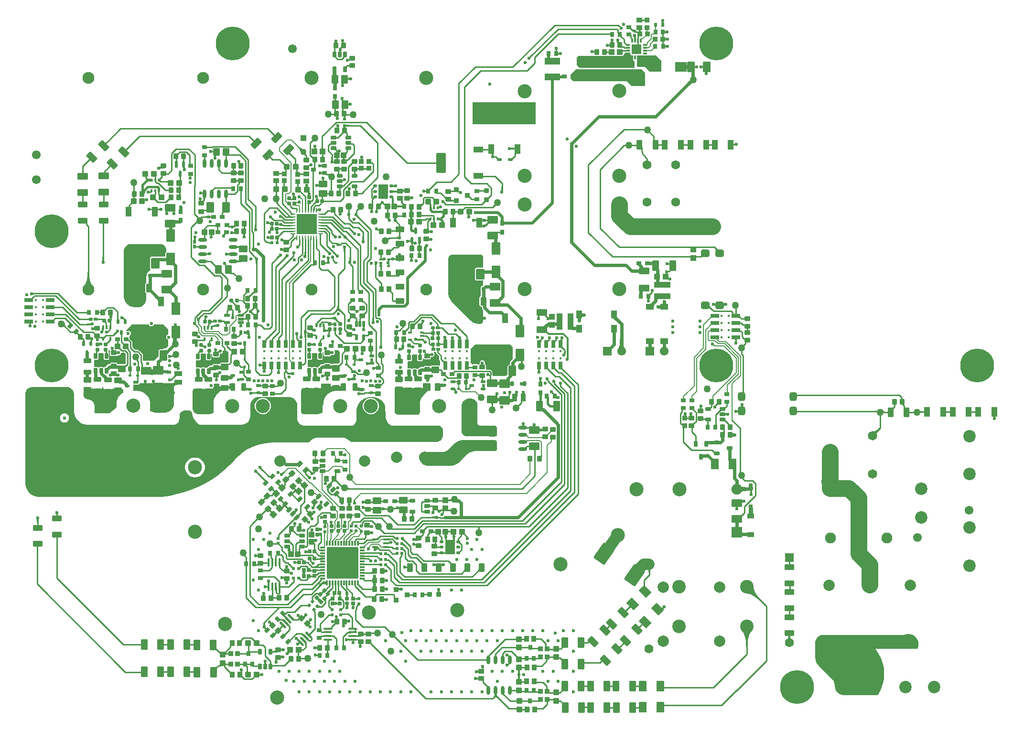
<source format=gbl>
G04*
G04 #@! TF.GenerationSoftware,Altium Limited,Altium Designer,21.7.2 (23)*
G04*
G04 Layer_Physical_Order=4*
G04 Layer_Color=16711680*
%FSAX25Y25*%
%MOIN*%
G70*
G04*
G04 #@! TF.SameCoordinates,25756C21-EA0E-48A6-96D4-99705350E32D*
G04*
G04*
G04 #@! TF.FilePolarity,Positive*
G04*
G01*
G75*
%ADD10C,0.01000*%
%ADD13C,0.00787*%
%ADD15C,0.01968*%
%ADD16C,0.01181*%
%ADD17C,0.01575*%
G04:AMPARAMS|DCode=20|XSize=35.43mil|YSize=27.56mil|CornerRadius=2.07mil|HoleSize=0mil|Usage=FLASHONLY|Rotation=90.000|XOffset=0mil|YOffset=0mil|HoleType=Round|Shape=RoundedRectangle|*
%AMROUNDEDRECTD20*
21,1,0.03543,0.02343,0,0,90.0*
21,1,0.03130,0.02756,0,0,90.0*
1,1,0.00413,0.01171,0.01565*
1,1,0.00413,0.01171,-0.01565*
1,1,0.00413,-0.01171,-0.01565*
1,1,0.00413,-0.01171,0.01565*
%
%ADD20ROUNDEDRECTD20*%
G04:AMPARAMS|DCode=22|XSize=37.4mil|YSize=31.5mil|CornerRadius=2.36mil|HoleSize=0mil|Usage=FLASHONLY|Rotation=90.000|XOffset=0mil|YOffset=0mil|HoleType=Round|Shape=RoundedRectangle|*
%AMROUNDEDRECTD22*
21,1,0.03740,0.02677,0,0,90.0*
21,1,0.03268,0.03150,0,0,90.0*
1,1,0.00472,0.01339,0.01634*
1,1,0.00472,0.01339,-0.01634*
1,1,0.00472,-0.01339,-0.01634*
1,1,0.00472,-0.01339,0.01634*
%
%ADD22ROUNDEDRECTD22*%
G04:AMPARAMS|DCode=23|XSize=37.4mil|YSize=31.5mil|CornerRadius=2.36mil|HoleSize=0mil|Usage=FLASHONLY|Rotation=0.000|XOffset=0mil|YOffset=0mil|HoleType=Round|Shape=RoundedRectangle|*
%AMROUNDEDRECTD23*
21,1,0.03740,0.02677,0,0,0.0*
21,1,0.03268,0.03150,0,0,0.0*
1,1,0.00472,0.01634,-0.01339*
1,1,0.00472,-0.01634,-0.01339*
1,1,0.00472,-0.01634,0.01339*
1,1,0.00472,0.01634,0.01339*
%
%ADD23ROUNDEDRECTD23*%
G04:AMPARAMS|DCode=26|XSize=37.4mil|YSize=33.47mil|CornerRadius=2.51mil|HoleSize=0mil|Usage=FLASHONLY|Rotation=0.000|XOffset=0mil|YOffset=0mil|HoleType=Round|Shape=RoundedRectangle|*
%AMROUNDEDRECTD26*
21,1,0.03740,0.02845,0,0,0.0*
21,1,0.03238,0.03347,0,0,0.0*
1,1,0.00502,0.01619,-0.01422*
1,1,0.00502,-0.01619,-0.01422*
1,1,0.00502,-0.01619,0.01422*
1,1,0.00502,0.01619,0.01422*
%
%ADD26ROUNDEDRECTD26*%
G04:AMPARAMS|DCode=28|XSize=37.4mil|YSize=37.4mil|CornerRadius=2.81mil|HoleSize=0mil|Usage=FLASHONLY|Rotation=90.000|XOffset=0mil|YOffset=0mil|HoleType=Round|Shape=RoundedRectangle|*
%AMROUNDEDRECTD28*
21,1,0.03740,0.03179,0,0,90.0*
21,1,0.03179,0.03740,0,0,90.0*
1,1,0.00561,0.01590,0.01590*
1,1,0.00561,0.01590,-0.01590*
1,1,0.00561,-0.01590,-0.01590*
1,1,0.00561,-0.01590,0.01590*
%
%ADD28ROUNDEDRECTD28*%
G04:AMPARAMS|DCode=29|XSize=37.4mil|YSize=37.4mil|CornerRadius=2.81mil|HoleSize=0mil|Usage=FLASHONLY|Rotation=180.000|XOffset=0mil|YOffset=0mil|HoleType=Round|Shape=RoundedRectangle|*
%AMROUNDEDRECTD29*
21,1,0.03740,0.03179,0,0,180.0*
21,1,0.03179,0.03740,0,0,180.0*
1,1,0.00561,-0.01590,0.01590*
1,1,0.00561,0.01590,0.01590*
1,1,0.00561,0.01590,-0.01590*
1,1,0.00561,-0.01590,-0.01590*
%
%ADD29ROUNDEDRECTD29*%
G04:AMPARAMS|DCode=30|XSize=57.09mil|YSize=49.21mil|CornerRadius=3.69mil|HoleSize=0mil|Usage=FLASHONLY|Rotation=0.000|XOffset=0mil|YOffset=0mil|HoleType=Round|Shape=RoundedRectangle|*
%AMROUNDEDRECTD30*
21,1,0.05709,0.04183,0,0,0.0*
21,1,0.04970,0.04921,0,0,0.0*
1,1,0.00738,0.02485,-0.02092*
1,1,0.00738,-0.02485,-0.02092*
1,1,0.00738,-0.02485,0.02092*
1,1,0.00738,0.02485,0.02092*
%
%ADD30ROUNDEDRECTD30*%
G04:AMPARAMS|DCode=31|XSize=57.09mil|YSize=49.21mil|CornerRadius=3.69mil|HoleSize=0mil|Usage=FLASHONLY|Rotation=90.000|XOffset=0mil|YOffset=0mil|HoleType=Round|Shape=RoundedRectangle|*
%AMROUNDEDRECTD31*
21,1,0.05709,0.04183,0,0,90.0*
21,1,0.04970,0.04921,0,0,90.0*
1,1,0.00738,0.02092,0.02485*
1,1,0.00738,0.02092,-0.02485*
1,1,0.00738,-0.02092,-0.02485*
1,1,0.00738,-0.02092,0.02485*
%
%ADD31ROUNDEDRECTD31*%
G04:AMPARAMS|DCode=32|XSize=37.4mil|YSize=33.47mil|CornerRadius=2.51mil|HoleSize=0mil|Usage=FLASHONLY|Rotation=270.000|XOffset=0mil|YOffset=0mil|HoleType=Round|Shape=RoundedRectangle|*
%AMROUNDEDRECTD32*
21,1,0.03740,0.02845,0,0,270.0*
21,1,0.03238,0.03347,0,0,270.0*
1,1,0.00502,-0.01422,-0.01619*
1,1,0.00502,-0.01422,0.01619*
1,1,0.00502,0.01422,0.01619*
1,1,0.00502,0.01422,-0.01619*
%
%ADD32ROUNDEDRECTD32*%
G04:AMPARAMS|DCode=33|XSize=25.59mil|YSize=25.59mil|CornerRadius=1.92mil|HoleSize=0mil|Usage=FLASHONLY|Rotation=270.000|XOffset=0mil|YOffset=0mil|HoleType=Round|Shape=RoundedRectangle|*
%AMROUNDEDRECTD33*
21,1,0.02559,0.02175,0,0,270.0*
21,1,0.02175,0.02559,0,0,270.0*
1,1,0.00384,-0.01088,-0.01088*
1,1,0.00384,-0.01088,0.01088*
1,1,0.00384,0.01088,0.01088*
1,1,0.00384,0.01088,-0.01088*
%
%ADD33ROUNDEDRECTD33*%
G04:AMPARAMS|DCode=34|XSize=21.65mil|YSize=23.62mil|CornerRadius=1.62mil|HoleSize=0mil|Usage=FLASHONLY|Rotation=270.000|XOffset=0mil|YOffset=0mil|HoleType=Round|Shape=RoundedRectangle|*
%AMROUNDEDRECTD34*
21,1,0.02165,0.02037,0,0,270.0*
21,1,0.01841,0.02362,0,0,270.0*
1,1,0.00325,-0.01019,-0.00920*
1,1,0.00325,-0.01019,0.00920*
1,1,0.00325,0.01019,0.00920*
1,1,0.00325,0.01019,-0.00920*
%
%ADD34ROUNDEDRECTD34*%
G04:AMPARAMS|DCode=35|XSize=24.41mil|YSize=25.98mil|CornerRadius=1.83mil|HoleSize=0mil|Usage=FLASHONLY|Rotation=90.000|XOffset=0mil|YOffset=0mil|HoleType=Round|Shape=RoundedRectangle|*
%AMROUNDEDRECTD35*
21,1,0.02441,0.02232,0,0,90.0*
21,1,0.02075,0.02598,0,0,90.0*
1,1,0.00366,0.01116,0.01037*
1,1,0.00366,0.01116,-0.01037*
1,1,0.00366,-0.01116,-0.01037*
1,1,0.00366,-0.01116,0.01037*
%
%ADD35ROUNDEDRECTD35*%
G04:AMPARAMS|DCode=37|XSize=37.4mil|YSize=37.4mil|CornerRadius=3.74mil|HoleSize=0mil|Usage=FLASHONLY|Rotation=90.000|XOffset=0mil|YOffset=0mil|HoleType=Round|Shape=RoundedRectangle|*
%AMROUNDEDRECTD37*
21,1,0.03740,0.02992,0,0,90.0*
21,1,0.02992,0.03740,0,0,90.0*
1,1,0.00748,0.01496,0.01496*
1,1,0.00748,0.01496,-0.01496*
1,1,0.00748,-0.01496,-0.01496*
1,1,0.00748,-0.01496,0.01496*
%
%ADD37ROUNDEDRECTD37*%
G04:AMPARAMS|DCode=41|XSize=31.5mil|YSize=31.5mil|CornerRadius=3.15mil|HoleSize=0mil|Usage=FLASHONLY|Rotation=0.000|XOffset=0mil|YOffset=0mil|HoleType=Round|Shape=RoundedRectangle|*
%AMROUNDEDRECTD41*
21,1,0.03150,0.02520,0,0,0.0*
21,1,0.02520,0.03150,0,0,0.0*
1,1,0.00630,0.01260,-0.01260*
1,1,0.00630,-0.01260,-0.01260*
1,1,0.00630,-0.01260,0.01260*
1,1,0.00630,0.01260,0.01260*
%
%ADD41ROUNDEDRECTD41*%
G04:AMPARAMS|DCode=42|XSize=70.87mil|YSize=45.28mil|CornerRadius=4.53mil|HoleSize=0mil|Usage=FLASHONLY|Rotation=180.000|XOffset=0mil|YOffset=0mil|HoleType=Round|Shape=RoundedRectangle|*
%AMROUNDEDRECTD42*
21,1,0.07087,0.03622,0,0,180.0*
21,1,0.06181,0.04528,0,0,180.0*
1,1,0.00906,-0.03091,0.01811*
1,1,0.00906,0.03091,0.01811*
1,1,0.00906,0.03091,-0.01811*
1,1,0.00906,-0.03091,-0.01811*
%
%ADD42ROUNDEDRECTD42*%
G04:AMPARAMS|DCode=44|XSize=39.37mil|YSize=31.5mil|CornerRadius=3.15mil|HoleSize=0mil|Usage=FLASHONLY|Rotation=180.000|XOffset=0mil|YOffset=0mil|HoleType=Round|Shape=RoundedRectangle|*
%AMROUNDEDRECTD44*
21,1,0.03937,0.02520,0,0,180.0*
21,1,0.03307,0.03150,0,0,180.0*
1,1,0.00630,-0.01654,0.01260*
1,1,0.00630,0.01654,0.01260*
1,1,0.00630,0.01654,-0.01260*
1,1,0.00630,-0.01654,-0.01260*
%
%ADD44ROUNDEDRECTD44*%
G04:AMPARAMS|DCode=46|XSize=27.56mil|YSize=33.47mil|CornerRadius=2.76mil|HoleSize=0mil|Usage=FLASHONLY|Rotation=0.000|XOffset=0mil|YOffset=0mil|HoleType=Round|Shape=RoundedRectangle|*
%AMROUNDEDRECTD46*
21,1,0.02756,0.02795,0,0,0.0*
21,1,0.02205,0.03347,0,0,0.0*
1,1,0.00551,0.01102,-0.01398*
1,1,0.00551,-0.01102,-0.01398*
1,1,0.00551,-0.01102,0.01398*
1,1,0.00551,0.01102,0.01398*
%
%ADD46ROUNDEDRECTD46*%
G04:AMPARAMS|DCode=47|XSize=23.62mil|YSize=39.37mil|CornerRadius=2.95mil|HoleSize=0mil|Usage=FLASHONLY|Rotation=270.000|XOffset=0mil|YOffset=0mil|HoleType=Round|Shape=RoundedRectangle|*
%AMROUNDEDRECTD47*
21,1,0.02362,0.03347,0,0,270.0*
21,1,0.01772,0.03937,0,0,270.0*
1,1,0.00591,-0.01673,-0.00886*
1,1,0.00591,-0.01673,0.00886*
1,1,0.00591,0.01673,0.00886*
1,1,0.00591,0.01673,-0.00886*
%
%ADD47ROUNDEDRECTD47*%
G04:AMPARAMS|DCode=48|XSize=27.56mil|YSize=35.43mil|CornerRadius=2.76mil|HoleSize=0mil|Usage=FLASHONLY|Rotation=270.000|XOffset=0mil|YOffset=0mil|HoleType=Round|Shape=RoundedRectangle|*
%AMROUNDEDRECTD48*
21,1,0.02756,0.02992,0,0,270.0*
21,1,0.02205,0.03543,0,0,270.0*
1,1,0.00551,-0.01496,-0.01102*
1,1,0.00551,-0.01496,0.01102*
1,1,0.00551,0.01496,0.01102*
1,1,0.00551,0.01496,-0.01102*
%
%ADD48ROUNDEDRECTD48*%
G04:AMPARAMS|DCode=50|XSize=55.12mil|YSize=39.37mil|CornerRadius=4.92mil|HoleSize=0mil|Usage=FLASHONLY|Rotation=180.000|XOffset=0mil|YOffset=0mil|HoleType=Round|Shape=RoundedRectangle|*
%AMROUNDEDRECTD50*
21,1,0.05512,0.02953,0,0,180.0*
21,1,0.04528,0.03937,0,0,180.0*
1,1,0.00984,-0.02264,0.01476*
1,1,0.00984,0.02264,0.01476*
1,1,0.00984,0.02264,-0.01476*
1,1,0.00984,-0.02264,-0.01476*
%
%ADD50ROUNDEDRECTD50*%
G04:AMPARAMS|DCode=58|XSize=18.9mil|YSize=15.75mil|CornerRadius=1.58mil|HoleSize=0mil|Usage=FLASHONLY|Rotation=270.000|XOffset=0mil|YOffset=0mil|HoleType=Round|Shape=RoundedRectangle|*
%AMROUNDEDRECTD58*
21,1,0.01890,0.01260,0,0,270.0*
21,1,0.01575,0.01575,0,0,270.0*
1,1,0.00315,-0.00630,-0.00787*
1,1,0.00315,-0.00630,0.00787*
1,1,0.00315,0.00630,0.00787*
1,1,0.00315,0.00630,-0.00787*
%
%ADD58ROUNDEDRECTD58*%
%ADD110R,0.04331X0.04331*%
%ADD111C,0.04331*%
%ADD119C,0.11811*%
%ADD120C,0.05000*%
%ADD121C,0.00800*%
%ADD122C,0.07874*%
%ADD123C,0.02000*%
%ADD124C,0.02362*%
%ADD129C,0.07874*%
%ADD130C,0.09843*%
%ADD131C,0.08268*%
%ADD132C,0.07677*%
%ADD133C,0.08661*%
%ADD134C,0.06102*%
%ADD135C,0.23622*%
%ADD136C,0.01457*%
%ADD137R,0.06102X0.06102*%
G04:AMPARAMS|DCode=138|XSize=74.8mil|YSize=74.8mil|CornerRadius=7.48mil|HoleSize=0mil|Usage=FLASHONLY|Rotation=0.000|XOffset=0mil|YOffset=0mil|HoleType=Round|Shape=RoundedRectangle|*
%AMROUNDEDRECTD138*
21,1,0.07480,0.05984,0,0,0.0*
21,1,0.05984,0.07480,0,0,0.0*
1,1,0.01496,0.02992,-0.02992*
1,1,0.01496,-0.02992,-0.02992*
1,1,0.01496,-0.02992,0.02992*
1,1,0.01496,0.02992,0.02992*
%
%ADD138ROUNDEDRECTD138*%
%ADD139C,0.07480*%
G04:AMPARAMS|DCode=140|XSize=98.43mil|YSize=98.43mil|CornerRadius=9.84mil|HoleSize=0mil|Usage=FLASHONLY|Rotation=270.000|XOffset=0mil|YOffset=0mil|HoleType=Round|Shape=RoundedRectangle|*
%AMROUNDEDRECTD140*
21,1,0.09843,0.07874,0,0,270.0*
21,1,0.07874,0.09843,0,0,270.0*
1,1,0.01968,-0.03937,-0.03937*
1,1,0.01968,-0.03937,0.03937*
1,1,0.01968,0.03937,0.03937*
1,1,0.01968,0.03937,-0.03937*
%
%ADD140ROUNDEDRECTD140*%
G04:AMPARAMS|DCode=141|XSize=64.96mil|YSize=64.96mil|CornerRadius=6.5mil|HoleSize=0mil|Usage=FLASHONLY|Rotation=0.000|XOffset=0mil|YOffset=0mil|HoleType=Round|Shape=RoundedRectangle|*
%AMROUNDEDRECTD141*
21,1,0.06496,0.05197,0,0,0.0*
21,1,0.05197,0.06496,0,0,0.0*
1,1,0.01299,0.02598,-0.02598*
1,1,0.01299,-0.02598,-0.02598*
1,1,0.01299,-0.02598,0.02598*
1,1,0.01299,0.02598,0.02598*
%
%ADD141ROUNDEDRECTD141*%
%ADD142C,0.06496*%
%ADD143C,0.06299*%
G04:AMPARAMS|DCode=144|XSize=62.99mil|YSize=62.99mil|CornerRadius=6.3mil|HoleSize=0mil|Usage=FLASHONLY|Rotation=270.000|XOffset=0mil|YOffset=0mil|HoleType=Round|Shape=RoundedRectangle|*
%AMROUNDEDRECTD144*
21,1,0.06299,0.05039,0,0,270.0*
21,1,0.05039,0.06299,0,0,270.0*
1,1,0.01260,-0.02520,-0.02520*
1,1,0.01260,-0.02520,0.02520*
1,1,0.01260,0.02520,0.02520*
1,1,0.01260,0.02520,-0.02520*
%
%ADD144ROUNDEDRECTD144*%
%ADD145C,0.09449*%
%ADD146C,0.02362*%
%ADD149C,0.03937*%
G04:AMPARAMS|DCode=150|XSize=64.96mil|YSize=43.31mil|CornerRadius=2.17mil|HoleSize=0mil|Usage=FLASHONLY|Rotation=270.000|XOffset=0mil|YOffset=0mil|HoleType=Round|Shape=RoundedRectangle|*
%AMROUNDEDRECTD150*
21,1,0.06496,0.03898,0,0,270.0*
21,1,0.06063,0.04331,0,0,270.0*
1,1,0.00433,-0.01949,-0.03032*
1,1,0.00433,-0.01949,0.03032*
1,1,0.00433,0.01949,0.03032*
1,1,0.00433,0.01949,-0.03032*
%
%ADD150ROUNDEDRECTD150*%
G04:AMPARAMS|DCode=151|XSize=64.96mil|YSize=43.31mil|CornerRadius=4.33mil|HoleSize=0mil|Usage=FLASHONLY|Rotation=90.000|XOffset=0mil|YOffset=0mil|HoleType=Round|Shape=RoundedRectangle|*
%AMROUNDEDRECTD151*
21,1,0.06496,0.03465,0,0,90.0*
21,1,0.05630,0.04331,0,0,90.0*
1,1,0.00866,0.01732,0.02815*
1,1,0.00866,0.01732,-0.02815*
1,1,0.00866,-0.01732,-0.02815*
1,1,0.00866,-0.01732,0.02815*
%
%ADD151ROUNDEDRECTD151*%
G04:AMPARAMS|DCode=152|XSize=39.37mil|YSize=35.43mil|CornerRadius=4.43mil|HoleSize=0mil|Usage=FLASHONLY|Rotation=90.000|XOffset=0mil|YOffset=0mil|HoleType=Round|Shape=RoundedRectangle|*
%AMROUNDEDRECTD152*
21,1,0.03937,0.02657,0,0,90.0*
21,1,0.03051,0.03543,0,0,90.0*
1,1,0.00886,0.01329,0.01526*
1,1,0.00886,0.01329,-0.01526*
1,1,0.00886,-0.01329,-0.01526*
1,1,0.00886,-0.01329,0.01526*
%
%ADD152ROUNDEDRECTD152*%
G04:AMPARAMS|DCode=153|XSize=35.43mil|YSize=27.56mil|CornerRadius=2.07mil|HoleSize=0mil|Usage=FLASHONLY|Rotation=180.000|XOffset=0mil|YOffset=0mil|HoleType=Round|Shape=RoundedRectangle|*
%AMROUNDEDRECTD153*
21,1,0.03543,0.02343,0,0,180.0*
21,1,0.03130,0.02756,0,0,180.0*
1,1,0.00413,-0.01565,0.01171*
1,1,0.00413,0.01565,0.01171*
1,1,0.00413,0.01565,-0.01171*
1,1,0.00413,-0.01565,-0.01171*
%
%ADD153ROUNDEDRECTD153*%
G04:AMPARAMS|DCode=154|XSize=35.43mil|YSize=27.56mil|CornerRadius=2.76mil|HoleSize=0mil|Usage=FLASHONLY|Rotation=225.000|XOffset=0mil|YOffset=0mil|HoleType=Round|Shape=RoundedRectangle|*
%AMROUNDEDRECTD154*
21,1,0.03543,0.02205,0,0,225.0*
21,1,0.02992,0.02756,0,0,225.0*
1,1,0.00551,-0.01837,-0.00278*
1,1,0.00551,0.00278,0.01837*
1,1,0.00551,0.01837,0.00278*
1,1,0.00551,-0.00278,-0.01837*
%
%ADD154ROUNDEDRECTD154*%
G04:AMPARAMS|DCode=155|XSize=70.87mil|YSize=51.18mil|CornerRadius=3.84mil|HoleSize=0mil|Usage=FLASHONLY|Rotation=180.000|XOffset=0mil|YOffset=0mil|HoleType=Round|Shape=RoundedRectangle|*
%AMROUNDEDRECTD155*
21,1,0.07087,0.04350,0,0,180.0*
21,1,0.06319,0.05118,0,0,180.0*
1,1,0.00768,-0.03159,0.02175*
1,1,0.00768,0.03159,0.02175*
1,1,0.00768,0.03159,-0.02175*
1,1,0.00768,-0.03159,-0.02175*
%
%ADD155ROUNDEDRECTD155*%
G04:AMPARAMS|DCode=156|XSize=39.37mil|YSize=59.06mil|CornerRadius=3.94mil|HoleSize=0mil|Usage=FLASHONLY|Rotation=0.000|XOffset=0mil|YOffset=0mil|HoleType=Round|Shape=RoundedRectangle|*
%AMROUNDEDRECTD156*
21,1,0.03937,0.05118,0,0,0.0*
21,1,0.03150,0.05906,0,0,0.0*
1,1,0.00787,0.01575,-0.02559*
1,1,0.00787,-0.01575,-0.02559*
1,1,0.00787,-0.01575,0.02559*
1,1,0.00787,0.01575,0.02559*
%
%ADD156ROUNDEDRECTD156*%
G04:AMPARAMS|DCode=157|XSize=21.65mil|YSize=23.62mil|CornerRadius=1.62mil|HoleSize=0mil|Usage=FLASHONLY|Rotation=0.000|XOffset=0mil|YOffset=0mil|HoleType=Round|Shape=RoundedRectangle|*
%AMROUNDEDRECTD157*
21,1,0.02165,0.02037,0,0,0.0*
21,1,0.01841,0.02362,0,0,0.0*
1,1,0.00325,0.00920,-0.01019*
1,1,0.00325,-0.00920,-0.01019*
1,1,0.00325,-0.00920,0.01019*
1,1,0.00325,0.00920,0.01019*
%
%ADD157ROUNDEDRECTD157*%
G04:AMPARAMS|DCode=158|XSize=21.65mil|YSize=21.65mil|CornerRadius=1.62mil|HoleSize=0mil|Usage=FLASHONLY|Rotation=90.000|XOffset=0mil|YOffset=0mil|HoleType=Round|Shape=RoundedRectangle|*
%AMROUNDEDRECTD158*
21,1,0.02165,0.01841,0,0,90.0*
21,1,0.01841,0.02165,0,0,90.0*
1,1,0.00325,0.00920,0.00920*
1,1,0.00325,0.00920,-0.00920*
1,1,0.00325,-0.00920,-0.00920*
1,1,0.00325,-0.00920,0.00920*
%
%ADD158ROUNDEDRECTD158*%
G04:AMPARAMS|DCode=159|XSize=39.37mil|YSize=13.78mil|CornerRadius=1.03mil|HoleSize=0mil|Usage=FLASHONLY|Rotation=180.000|XOffset=0mil|YOffset=0mil|HoleType=Round|Shape=RoundedRectangle|*
%AMROUNDEDRECTD159*
21,1,0.03937,0.01171,0,0,180.0*
21,1,0.03730,0.01378,0,0,180.0*
1,1,0.00207,-0.01865,0.00586*
1,1,0.00207,0.01865,0.00586*
1,1,0.00207,0.01865,-0.00586*
1,1,0.00207,-0.01865,-0.00586*
%
%ADD159ROUNDEDRECTD159*%
G04:AMPARAMS|DCode=160|XSize=37.4mil|YSize=37.4mil|CornerRadius=2.81mil|HoleSize=0mil|Usage=FLASHONLY|Rotation=45.000|XOffset=0mil|YOffset=0mil|HoleType=Round|Shape=RoundedRectangle|*
%AMROUNDEDRECTD160*
21,1,0.03740,0.03179,0,0,45.0*
21,1,0.03179,0.03740,0,0,45.0*
1,1,0.00561,0.02248,0.00000*
1,1,0.00561,0.00000,-0.02248*
1,1,0.00561,-0.02248,0.00000*
1,1,0.00561,0.00000,0.02248*
%
%ADD160ROUNDEDRECTD160*%
G04:AMPARAMS|DCode=161|XSize=74.8mil|YSize=53.15mil|CornerRadius=3.99mil|HoleSize=0mil|Usage=FLASHONLY|Rotation=315.000|XOffset=0mil|YOffset=0mil|HoleType=Round|Shape=RoundedRectangle|*
%AMROUNDEDRECTD161*
21,1,0.07480,0.04518,0,0,315.0*
21,1,0.06683,0.05315,0,0,315.0*
1,1,0.00797,0.00766,-0.03960*
1,1,0.00797,-0.03960,0.00766*
1,1,0.00797,-0.00766,0.03960*
1,1,0.00797,0.03960,-0.00766*
%
%ADD161ROUNDEDRECTD161*%
G04:AMPARAMS|DCode=162|XSize=74.8mil|YSize=53.15mil|CornerRadius=3.99mil|HoleSize=0mil|Usage=FLASHONLY|Rotation=270.000|XOffset=0mil|YOffset=0mil|HoleType=Round|Shape=RoundedRectangle|*
%AMROUNDEDRECTD162*
21,1,0.07480,0.04518,0,0,270.0*
21,1,0.06683,0.05315,0,0,270.0*
1,1,0.00797,-0.02259,-0.03342*
1,1,0.00797,-0.02259,0.03342*
1,1,0.00797,0.02259,0.03342*
1,1,0.00797,0.02259,-0.03342*
%
%ADD162ROUNDEDRECTD162*%
G04:AMPARAMS|DCode=163|XSize=39.37mil|YSize=41.34mil|CornerRadius=2.95mil|HoleSize=0mil|Usage=FLASHONLY|Rotation=270.000|XOffset=0mil|YOffset=0mil|HoleType=Round|Shape=RoundedRectangle|*
%AMROUNDEDRECTD163*
21,1,0.03937,0.03543,0,0,270.0*
21,1,0.03347,0.04134,0,0,270.0*
1,1,0.00591,-0.01772,-0.01673*
1,1,0.00591,-0.01772,0.01673*
1,1,0.00591,0.01772,0.01673*
1,1,0.00591,0.01772,-0.01673*
%
%ADD163ROUNDEDRECTD163*%
G04:AMPARAMS|DCode=164|XSize=39.37mil|YSize=35.43mil|CornerRadius=2.66mil|HoleSize=0mil|Usage=FLASHONLY|Rotation=90.000|XOffset=0mil|YOffset=0mil|HoleType=Round|Shape=RoundedRectangle|*
%AMROUNDEDRECTD164*
21,1,0.03937,0.03012,0,0,90.0*
21,1,0.03406,0.03543,0,0,90.0*
1,1,0.00532,0.01506,0.01703*
1,1,0.00532,0.01506,-0.01703*
1,1,0.00532,-0.01506,-0.01703*
1,1,0.00532,-0.01506,0.01703*
%
%ADD164ROUNDEDRECTD164*%
G04:AMPARAMS|DCode=165|XSize=31.5mil|YSize=35.43mil|CornerRadius=2.36mil|HoleSize=0mil|Usage=FLASHONLY|Rotation=270.000|XOffset=0mil|YOffset=0mil|HoleType=Round|Shape=RoundedRectangle|*
%AMROUNDEDRECTD165*
21,1,0.03150,0.03071,0,0,270.0*
21,1,0.02677,0.03543,0,0,270.0*
1,1,0.00472,-0.01535,-0.01339*
1,1,0.00472,-0.01535,0.01339*
1,1,0.00472,0.01535,0.01339*
1,1,0.00472,0.01535,-0.01339*
%
%ADD165ROUNDEDRECTD165*%
G04:AMPARAMS|DCode=166|XSize=39.37mil|YSize=41.34mil|CornerRadius=2.95mil|HoleSize=0mil|Usage=FLASHONLY|Rotation=135.000|XOffset=0mil|YOffset=0mil|HoleType=Round|Shape=RoundedRectangle|*
%AMROUNDEDRECTD166*
21,1,0.03937,0.03543,0,0,135.0*
21,1,0.03347,0.04134,0,0,135.0*
1,1,0.00591,0.00070,0.02436*
1,1,0.00591,0.02436,0.00070*
1,1,0.00591,-0.00070,-0.02436*
1,1,0.00591,-0.02436,-0.00070*
%
%ADD166ROUNDEDRECTD166*%
G04:AMPARAMS|DCode=167|XSize=25.2mil|YSize=26.77mil|CornerRadius=1.89mil|HoleSize=0mil|Usage=FLASHONLY|Rotation=180.000|XOffset=0mil|YOffset=0mil|HoleType=Round|Shape=RoundedRectangle|*
%AMROUNDEDRECTD167*
21,1,0.02520,0.02299,0,0,180.0*
21,1,0.02142,0.02677,0,0,180.0*
1,1,0.00378,-0.01071,0.01150*
1,1,0.00378,0.01071,0.01150*
1,1,0.00378,0.01071,-0.01150*
1,1,0.00378,-0.01071,-0.01150*
%
%ADD167ROUNDEDRECTD167*%
G04:AMPARAMS|DCode=168|XSize=37.4mil|YSize=33.47mil|CornerRadius=2.51mil|HoleSize=0mil|Usage=FLASHONLY|Rotation=225.000|XOffset=0mil|YOffset=0mil|HoleType=Round|Shape=RoundedRectangle|*
%AMROUNDEDRECTD168*
21,1,0.03740,0.02845,0,0,225.0*
21,1,0.03238,0.03347,0,0,225.0*
1,1,0.00502,-0.02151,-0.00139*
1,1,0.00502,0.00139,0.02151*
1,1,0.00502,0.02151,0.00139*
1,1,0.00502,-0.00139,-0.02151*
%
%ADD168ROUNDEDRECTD168*%
G04:AMPARAMS|DCode=169|XSize=25.2mil|YSize=26.77mil|CornerRadius=1.89mil|HoleSize=0mil|Usage=FLASHONLY|Rotation=270.000|XOffset=0mil|YOffset=0mil|HoleType=Round|Shape=RoundedRectangle|*
%AMROUNDEDRECTD169*
21,1,0.02520,0.02299,0,0,270.0*
21,1,0.02142,0.02677,0,0,270.0*
1,1,0.00378,-0.01150,-0.01071*
1,1,0.00378,-0.01150,0.01071*
1,1,0.00378,0.01150,0.01071*
1,1,0.00378,0.01150,-0.01071*
%
%ADD169ROUNDEDRECTD169*%
G04:AMPARAMS|DCode=170|XSize=39.37mil|YSize=35.43mil|CornerRadius=2.66mil|HoleSize=0mil|Usage=FLASHONLY|Rotation=180.000|XOffset=0mil|YOffset=0mil|HoleType=Round|Shape=RoundedRectangle|*
%AMROUNDEDRECTD170*
21,1,0.03937,0.03012,0,0,180.0*
21,1,0.03406,0.03543,0,0,180.0*
1,1,0.00532,-0.01703,0.01506*
1,1,0.00532,0.01703,0.01506*
1,1,0.00532,0.01703,-0.01506*
1,1,0.00532,-0.01703,-0.01506*
%
%ADD170ROUNDEDRECTD170*%
G04:AMPARAMS|DCode=171|XSize=70.87mil|YSize=51.18mil|CornerRadius=3.84mil|HoleSize=0mil|Usage=FLASHONLY|Rotation=270.000|XOffset=0mil|YOffset=0mil|HoleType=Round|Shape=RoundedRectangle|*
%AMROUNDEDRECTD171*
21,1,0.07087,0.04350,0,0,270.0*
21,1,0.06319,0.05118,0,0,270.0*
1,1,0.00768,-0.02175,-0.03159*
1,1,0.00768,-0.02175,0.03159*
1,1,0.00768,0.02175,0.03159*
1,1,0.00768,0.02175,-0.03159*
%
%ADD171ROUNDEDRECTD171*%
G04:AMPARAMS|DCode=172|XSize=37.4mil|YSize=33.47mil|CornerRadius=2.51mil|HoleSize=0mil|Usage=FLASHONLY|Rotation=315.000|XOffset=0mil|YOffset=0mil|HoleType=Round|Shape=RoundedRectangle|*
%AMROUNDEDRECTD172*
21,1,0.03740,0.02845,0,0,315.0*
21,1,0.03238,0.03347,0,0,315.0*
1,1,0.00502,0.00139,-0.02151*
1,1,0.00502,-0.02151,0.00139*
1,1,0.00502,-0.00139,0.02151*
1,1,0.00502,0.02151,-0.00139*
%
%ADD172ROUNDEDRECTD172*%
G04:AMPARAMS|DCode=173|XSize=39.37mil|YSize=41.34mil|CornerRadius=2.95mil|HoleSize=0mil|Usage=FLASHONLY|Rotation=0.000|XOffset=0mil|YOffset=0mil|HoleType=Round|Shape=RoundedRectangle|*
%AMROUNDEDRECTD173*
21,1,0.03937,0.03543,0,0,0.0*
21,1,0.03347,0.04134,0,0,0.0*
1,1,0.00591,0.01673,-0.01772*
1,1,0.00591,-0.01673,-0.01772*
1,1,0.00591,-0.01673,0.01772*
1,1,0.00591,0.01673,0.01772*
%
%ADD173ROUNDEDRECTD173*%
G04:AMPARAMS|DCode=174|XSize=27.56mil|YSize=33.47mil|CornerRadius=2.07mil|HoleSize=0mil|Usage=FLASHONLY|Rotation=90.000|XOffset=0mil|YOffset=0mil|HoleType=Round|Shape=RoundedRectangle|*
%AMROUNDEDRECTD174*
21,1,0.02756,0.02933,0,0,90.0*
21,1,0.02343,0.03347,0,0,90.0*
1,1,0.00413,0.01467,0.01171*
1,1,0.00413,0.01467,-0.01171*
1,1,0.00413,-0.01467,-0.01171*
1,1,0.00413,-0.01467,0.01171*
%
%ADD174ROUNDEDRECTD174*%
G04:AMPARAMS|DCode=175|XSize=70.87mil|YSize=45.28mil|CornerRadius=3.4mil|HoleSize=0mil|Usage=FLASHONLY|Rotation=0.000|XOffset=0mil|YOffset=0mil|HoleType=Round|Shape=RoundedRectangle|*
%AMROUNDEDRECTD175*
21,1,0.07087,0.03848,0,0,0.0*
21,1,0.06408,0.04528,0,0,0.0*
1,1,0.00679,0.03204,-0.01924*
1,1,0.00679,-0.03204,-0.01924*
1,1,0.00679,-0.03204,0.01924*
1,1,0.00679,0.03204,0.01924*
%
%ADD175ROUNDEDRECTD175*%
G04:AMPARAMS|DCode=176|XSize=70.87mil|YSize=45.28mil|CornerRadius=3.4mil|HoleSize=0mil|Usage=FLASHONLY|Rotation=90.000|XOffset=0mil|YOffset=0mil|HoleType=Round|Shape=RoundedRectangle|*
%AMROUNDEDRECTD176*
21,1,0.07087,0.03848,0,0,90.0*
21,1,0.06408,0.04528,0,0,90.0*
1,1,0.00679,0.01924,0.03204*
1,1,0.00679,0.01924,-0.03204*
1,1,0.00679,-0.01924,-0.03204*
1,1,0.00679,-0.01924,0.03204*
%
%ADD176ROUNDEDRECTD176*%
%ADD177O,0.06299X0.02362*%
G04:AMPARAMS|DCode=178|XSize=25.59mil|YSize=25.59mil|CornerRadius=1.92mil|HoleSize=0mil|Usage=FLASHONLY|Rotation=180.000|XOffset=0mil|YOffset=0mil|HoleType=Round|Shape=RoundedRectangle|*
%AMROUNDEDRECTD178*
21,1,0.02559,0.02175,0,0,180.0*
21,1,0.02175,0.02559,0,0,180.0*
1,1,0.00384,-0.01088,0.01088*
1,1,0.00384,0.01088,0.01088*
1,1,0.00384,0.01088,-0.01088*
1,1,0.00384,-0.01088,-0.01088*
%
%ADD178ROUNDEDRECTD178*%
G04:AMPARAMS|DCode=179|XSize=24.41mil|YSize=25.98mil|CornerRadius=1.83mil|HoleSize=0mil|Usage=FLASHONLY|Rotation=0.000|XOffset=0mil|YOffset=0mil|HoleType=Round|Shape=RoundedRectangle|*
%AMROUNDEDRECTD179*
21,1,0.02441,0.02232,0,0,0.0*
21,1,0.02075,0.02598,0,0,0.0*
1,1,0.00366,0.01037,-0.01116*
1,1,0.00366,-0.01037,-0.01116*
1,1,0.00366,-0.01037,0.01116*
1,1,0.00366,0.01037,0.01116*
%
%ADD179ROUNDEDRECTD179*%
G04:AMPARAMS|DCode=180|XSize=35.43mil|YSize=27.56mil|CornerRadius=2.76mil|HoleSize=0mil|Usage=FLASHONLY|Rotation=90.000|XOffset=0mil|YOffset=0mil|HoleType=Round|Shape=RoundedRectangle|*
%AMROUNDEDRECTD180*
21,1,0.03543,0.02205,0,0,90.0*
21,1,0.02992,0.02756,0,0,90.0*
1,1,0.00551,0.01102,0.01496*
1,1,0.00551,0.01102,-0.01496*
1,1,0.00551,-0.01102,-0.01496*
1,1,0.00551,-0.01102,0.01496*
%
%ADD180ROUNDEDRECTD180*%
G04:AMPARAMS|DCode=181|XSize=57.87mil|YSize=29.13mil|CornerRadius=2.91mil|HoleSize=0mil|Usage=FLASHONLY|Rotation=180.000|XOffset=0mil|YOffset=0mil|HoleType=Round|Shape=RoundedRectangle|*
%AMROUNDEDRECTD181*
21,1,0.05787,0.02331,0,0,180.0*
21,1,0.05205,0.02913,0,0,180.0*
1,1,0.00583,-0.02602,0.01165*
1,1,0.00583,0.02602,0.01165*
1,1,0.00583,0.02602,-0.01165*
1,1,0.00583,-0.02602,-0.01165*
%
%ADD181ROUNDEDRECTD181*%
G04:AMPARAMS|DCode=182|XSize=23.62mil|YSize=39.37mil|CornerRadius=2.95mil|HoleSize=0mil|Usage=FLASHONLY|Rotation=0.000|XOffset=0mil|YOffset=0mil|HoleType=Round|Shape=RoundedRectangle|*
%AMROUNDEDRECTD182*
21,1,0.02362,0.03347,0,0,0.0*
21,1,0.01772,0.03937,0,0,0.0*
1,1,0.00591,0.00886,-0.01673*
1,1,0.00591,-0.00886,-0.01673*
1,1,0.00591,-0.00886,0.01673*
1,1,0.00591,0.00886,0.01673*
%
%ADD182ROUNDEDRECTD182*%
%ADD183R,0.02913X0.05787*%
G04:AMPARAMS|DCode=184|XSize=94.49mil|YSize=129.92mil|CornerRadius=9.45mil|HoleSize=0mil|Usage=FLASHONLY|Rotation=325.000|XOffset=0mil|YOffset=0mil|HoleType=Round|Shape=RoundedRectangle|*
%AMROUNDEDRECTD184*
21,1,0.09449,0.11102,0,0,325.0*
21,1,0.07559,0.12992,0,0,325.0*
1,1,0.01890,-0.00088,-0.06715*
1,1,0.01890,-0.06280,-0.02379*
1,1,0.01890,0.00088,0.06715*
1,1,0.01890,0.06280,0.02379*
%
%ADD184ROUNDEDRECTD184*%
%ADD185R,0.02480X0.03268*%
%ADD186R,0.03268X0.02480*%
%ADD187R,0.03740X0.05315*%
%ADD188R,0.05315X0.03740*%
%ADD189R,0.04134X0.03543*%
%ADD190R,0.03740X0.03347*%
%ADD191R,0.03347X0.03740*%
%ADD192R,0.03347X0.02756*%
%ADD193R,0.06929X0.06929*%
%ADD194R,0.01181X0.03150*%
%ADD195R,0.03150X0.01181*%
%ADD196R,0.07874X0.07087*%
%ADD197R,0.05512X0.08661*%
%ADD198R,0.05512X0.03543*%
%ADD199R,0.10630X0.05118*%
%ADD200R,0.02756X0.03543*%
%ADD201R,0.03347X0.02756*%
%ADD202R,0.03150X0.03740*%
%ADD203R,0.02362X0.03150*%
%ADD204R,0.02756X0.03347*%
%ADD205R,0.03937X0.11811*%
%ADD206R,0.03937X0.05512*%
%ADD207R,0.05512X0.03937*%
%ADD208R,0.11811X0.03937*%
G04:AMPARAMS|DCode=209|XSize=37.4mil|YSize=31.5mil|CornerRadius=1.58mil|HoleSize=0mil|Usage=FLASHONLY|Rotation=90.000|XOffset=0mil|YOffset=0mil|HoleType=Round|Shape=RoundedRectangle|*
%AMROUNDEDRECTD209*
21,1,0.03740,0.02835,0,0,90.0*
21,1,0.03425,0.03150,0,0,90.0*
1,1,0.00315,0.01417,0.01713*
1,1,0.00315,0.01417,-0.01713*
1,1,0.00315,-0.01417,-0.01713*
1,1,0.00315,-0.01417,0.01713*
%
%ADD209ROUNDEDRECTD209*%
G04:AMPARAMS|DCode=210|XSize=35.83mil|YSize=48.03mil|CornerRadius=1.79mil|HoleSize=0mil|Usage=FLASHONLY|Rotation=90.000|XOffset=0mil|YOffset=0mil|HoleType=Round|Shape=RoundedRectangle|*
%AMROUNDEDRECTD210*
21,1,0.03583,0.04445,0,0,90.0*
21,1,0.03224,0.04803,0,0,90.0*
1,1,0.00358,0.02222,0.01612*
1,1,0.00358,0.02222,-0.01612*
1,1,0.00358,-0.02222,-0.01612*
1,1,0.00358,-0.02222,0.01612*
%
%ADD210ROUNDEDRECTD210*%
G04:AMPARAMS|DCode=211|XSize=27.56mil|YSize=47.24mil|CornerRadius=1.38mil|HoleSize=0mil|Usage=FLASHONLY|Rotation=180.000|XOffset=0mil|YOffset=0mil|HoleType=Round|Shape=RoundedRectangle|*
%AMROUNDEDRECTD211*
21,1,0.02756,0.04449,0,0,180.0*
21,1,0.02480,0.04724,0,0,180.0*
1,1,0.00276,-0.01240,0.02224*
1,1,0.00276,0.01240,0.02224*
1,1,0.00276,0.01240,-0.02224*
1,1,0.00276,-0.01240,-0.02224*
%
%ADD211ROUNDEDRECTD211*%
G04:AMPARAMS|DCode=212|XSize=37.4mil|YSize=31.5mil|CornerRadius=1.58mil|HoleSize=0mil|Usage=FLASHONLY|Rotation=180.000|XOffset=0mil|YOffset=0mil|HoleType=Round|Shape=RoundedRectangle|*
%AMROUNDEDRECTD212*
21,1,0.03740,0.02835,0,0,180.0*
21,1,0.03425,0.03150,0,0,180.0*
1,1,0.00315,-0.01713,0.01417*
1,1,0.00315,0.01713,0.01417*
1,1,0.00315,0.01713,-0.01417*
1,1,0.00315,-0.01713,-0.01417*
%
%ADD212ROUNDEDRECTD212*%
G04:AMPARAMS|DCode=213|XSize=51.18mil|YSize=59.06mil|CornerRadius=12.8mil|HoleSize=0mil|Usage=FLASHONLY|Rotation=270.000|XOffset=0mil|YOffset=0mil|HoleType=Round|Shape=RoundedRectangle|*
%AMROUNDEDRECTD213*
21,1,0.05118,0.03347,0,0,270.0*
21,1,0.02559,0.05906,0,0,270.0*
1,1,0.02559,-0.01673,-0.01280*
1,1,0.02559,-0.01673,0.01280*
1,1,0.02559,0.01673,0.01280*
1,1,0.02559,0.01673,-0.01280*
%
%ADD213ROUNDEDRECTD213*%
G04:AMPARAMS|DCode=214|XSize=21.65mil|YSize=21.65mil|CornerRadius=2.17mil|HoleSize=0mil|Usage=FLASHONLY|Rotation=180.000|XOffset=0mil|YOffset=0mil|HoleType=Round|Shape=RoundedRectangle|*
%AMROUNDEDRECTD214*
21,1,0.02165,0.01732,0,0,180.0*
21,1,0.01732,0.02165,0,0,180.0*
1,1,0.00433,-0.00866,0.00866*
1,1,0.00433,0.00866,0.00866*
1,1,0.00433,0.00866,-0.00866*
1,1,0.00433,-0.00866,-0.00866*
%
%ADD214ROUNDEDRECTD214*%
G04:AMPARAMS|DCode=215|XSize=23.62mil|YSize=39.37mil|CornerRadius=2.95mil|HoleSize=0mil|Usage=FLASHONLY|Rotation=315.000|XOffset=0mil|YOffset=0mil|HoleType=Round|Shape=RoundedRectangle|*
%AMROUNDEDRECTD215*
21,1,0.02362,0.03347,0,0,315.0*
21,1,0.01772,0.03937,0,0,315.0*
1,1,0.00591,-0.00557,-0.01810*
1,1,0.00591,-0.01810,-0.00557*
1,1,0.00591,0.00557,0.01810*
1,1,0.00591,0.01810,0.00557*
%
%ADD215ROUNDEDRECTD215*%
G04:AMPARAMS|DCode=216|XSize=27.56mil|YSize=33.47mil|CornerRadius=2.76mil|HoleSize=0mil|Usage=FLASHONLY|Rotation=90.000|XOffset=0mil|YOffset=0mil|HoleType=Round|Shape=RoundedRectangle|*
%AMROUNDEDRECTD216*
21,1,0.02756,0.02795,0,0,90.0*
21,1,0.02205,0.03347,0,0,90.0*
1,1,0.00551,0.01398,0.01102*
1,1,0.00551,0.01398,-0.01102*
1,1,0.00551,-0.01398,-0.01102*
1,1,0.00551,-0.01398,0.01102*
%
%ADD216ROUNDEDRECTD216*%
G04:AMPARAMS|DCode=217|XSize=70.87mil|YSize=45.28mil|CornerRadius=4.53mil|HoleSize=0mil|Usage=FLASHONLY|Rotation=90.000|XOffset=0mil|YOffset=0mil|HoleType=Round|Shape=RoundedRectangle|*
%AMROUNDEDRECTD217*
21,1,0.07087,0.03622,0,0,90.0*
21,1,0.06181,0.04528,0,0,90.0*
1,1,0.00906,0.01811,0.03091*
1,1,0.00906,0.01811,-0.03091*
1,1,0.00906,-0.01811,-0.03091*
1,1,0.00906,-0.01811,0.03091*
%
%ADD217ROUNDEDRECTD217*%
G04:AMPARAMS|DCode=218|XSize=39.37mil|YSize=41.34mil|CornerRadius=3.94mil|HoleSize=0mil|Usage=FLASHONLY|Rotation=180.000|XOffset=0mil|YOffset=0mil|HoleType=Round|Shape=RoundedRectangle|*
%AMROUNDEDRECTD218*
21,1,0.03937,0.03347,0,0,180.0*
21,1,0.03150,0.04134,0,0,180.0*
1,1,0.00787,-0.01575,0.01673*
1,1,0.00787,0.01575,0.01673*
1,1,0.00787,0.01575,-0.01673*
1,1,0.00787,-0.01575,-0.01673*
%
%ADD218ROUNDEDRECTD218*%
G04:AMPARAMS|DCode=219|XSize=35.43mil|YSize=31.5mil|CornerRadius=3.15mil|HoleSize=0mil|Usage=FLASHONLY|Rotation=270.000|XOffset=0mil|YOffset=0mil|HoleType=Round|Shape=RoundedRectangle|*
%AMROUNDEDRECTD219*
21,1,0.03543,0.02520,0,0,270.0*
21,1,0.02913,0.03150,0,0,270.0*
1,1,0.00630,-0.01260,-0.01457*
1,1,0.00630,-0.01260,0.01457*
1,1,0.00630,0.01260,0.01457*
1,1,0.00630,0.01260,-0.01457*
%
%ADD219ROUNDEDRECTD219*%
G04:AMPARAMS|DCode=220|XSize=39.37mil|YSize=35.43mil|CornerRadius=3.54mil|HoleSize=0mil|Usage=FLASHONLY|Rotation=270.000|XOffset=0mil|YOffset=0mil|HoleType=Round|Shape=RoundedRectangle|*
%AMROUNDEDRECTD220*
21,1,0.03937,0.02835,0,0,270.0*
21,1,0.03228,0.03543,0,0,270.0*
1,1,0.00709,-0.01417,-0.01614*
1,1,0.00709,-0.01417,0.01614*
1,1,0.00709,0.01417,0.01614*
1,1,0.00709,0.01417,-0.01614*
%
%ADD220ROUNDEDRECTD220*%
G04:AMPARAMS|DCode=221|XSize=39.37mil|YSize=41.34mil|CornerRadius=3.94mil|HoleSize=0mil|Usage=FLASHONLY|Rotation=270.000|XOffset=0mil|YOffset=0mil|HoleType=Round|Shape=RoundedRectangle|*
%AMROUNDEDRECTD221*
21,1,0.03937,0.03347,0,0,270.0*
21,1,0.03150,0.04134,0,0,270.0*
1,1,0.00787,-0.01673,-0.01575*
1,1,0.00787,-0.01673,0.01575*
1,1,0.00787,0.01673,0.01575*
1,1,0.00787,0.01673,-0.01575*
%
%ADD221ROUNDEDRECTD221*%
G04:AMPARAMS|DCode=222|XSize=27.56mil|YSize=35.43mil|CornerRadius=2.76mil|HoleSize=0mil|Usage=FLASHONLY|Rotation=0.000|XOffset=0mil|YOffset=0mil|HoleType=Round|Shape=RoundedRectangle|*
%AMROUNDEDRECTD222*
21,1,0.02756,0.02992,0,0,0.0*
21,1,0.02205,0.03543,0,0,0.0*
1,1,0.00551,0.01102,-0.01496*
1,1,0.00551,-0.01102,-0.01496*
1,1,0.00551,-0.01102,0.01496*
1,1,0.00551,0.01102,0.01496*
%
%ADD222ROUNDEDRECTD222*%
G04:AMPARAMS|DCode=223|XSize=64.96mil|YSize=43.31mil|CornerRadius=4.33mil|HoleSize=0mil|Usage=FLASHONLY|Rotation=180.000|XOffset=0mil|YOffset=0mil|HoleType=Round|Shape=RoundedRectangle|*
%AMROUNDEDRECTD223*
21,1,0.06496,0.03465,0,0,180.0*
21,1,0.05630,0.04331,0,0,180.0*
1,1,0.00866,-0.02815,0.01732*
1,1,0.00866,0.02815,0.01732*
1,1,0.00866,0.02815,-0.01732*
1,1,0.00866,-0.02815,-0.01732*
%
%ADD223ROUNDEDRECTD223*%
G04:AMPARAMS|DCode=224|XSize=35.43mil|YSize=27.56mil|CornerRadius=2.76mil|HoleSize=0mil|Usage=FLASHONLY|Rotation=315.000|XOffset=0mil|YOffset=0mil|HoleType=Round|Shape=RoundedRectangle|*
%AMROUNDEDRECTD224*
21,1,0.03543,0.02205,0,0,315.0*
21,1,0.02992,0.02756,0,0,315.0*
1,1,0.00551,0.00278,-0.01837*
1,1,0.00551,-0.01837,0.00278*
1,1,0.00551,-0.00278,0.01837*
1,1,0.00551,0.01837,-0.00278*
%
%ADD224ROUNDEDRECTD224*%
G04:AMPARAMS|DCode=225|XSize=15.75mil|YSize=59.06mil|CornerRadius=0mil|HoleSize=0mil|Usage=FLASHONLY|Rotation=45.000|XOffset=0mil|YOffset=0mil|HoleType=Round|Shape=Round|*
%AMOVALD225*
21,1,0.04331,0.01575,0.00000,0.00000,135.0*
1,1,0.01575,0.01531,-0.01531*
1,1,0.01575,-0.01531,0.01531*
%
%ADD225OVALD225*%

G04:AMPARAMS|DCode=226|XSize=21.65mil|YSize=21.65mil|CornerRadius=2.17mil|HoleSize=0mil|Usage=FLASHONLY|Rotation=315.000|XOffset=0mil|YOffset=0mil|HoleType=Round|Shape=RoundedRectangle|*
%AMROUNDEDRECTD226*
21,1,0.02165,0.01732,0,0,315.0*
21,1,0.01732,0.02165,0,0,315.0*
1,1,0.00433,0.00000,-0.01225*
1,1,0.00433,-0.01225,0.00000*
1,1,0.00433,0.00000,0.01225*
1,1,0.00433,0.01225,0.00000*
%
%ADD226ROUNDEDRECTD226*%
G04:AMPARAMS|DCode=227|XSize=25.2mil|YSize=26.77mil|CornerRadius=2.52mil|HoleSize=0mil|Usage=FLASHONLY|Rotation=315.000|XOffset=0mil|YOffset=0mil|HoleType=Round|Shape=RoundedRectangle|*
%AMROUNDEDRECTD227*
21,1,0.02520,0.02173,0,0,315.0*
21,1,0.02016,0.02677,0,0,315.0*
1,1,0.00504,-0.00056,-0.01481*
1,1,0.00504,-0.01481,-0.00056*
1,1,0.00504,0.00056,0.01481*
1,1,0.00504,0.01481,0.00056*
%
%ADD227ROUNDEDRECTD227*%
G04:AMPARAMS|DCode=228|XSize=25.2mil|YSize=26.77mil|CornerRadius=2.52mil|HoleSize=0mil|Usage=FLASHONLY|Rotation=225.000|XOffset=0mil|YOffset=0mil|HoleType=Round|Shape=RoundedRectangle|*
%AMROUNDEDRECTD228*
21,1,0.02520,0.02173,0,0,225.0*
21,1,0.02016,0.02677,0,0,225.0*
1,1,0.00504,-0.01481,0.00056*
1,1,0.00504,-0.00056,0.01481*
1,1,0.00504,0.01481,-0.00056*
1,1,0.00504,0.00056,-0.01481*
%
%ADD228ROUNDEDRECTD228*%
%ADD229O,0.02362X0.06299*%
G04:AMPARAMS|DCode=230|XSize=55.12mil|YSize=47.24mil|CornerRadius=4.72mil|HoleSize=0mil|Usage=FLASHONLY|Rotation=270.000|XOffset=0mil|YOffset=0mil|HoleType=Round|Shape=RoundedRectangle|*
%AMROUNDEDRECTD230*
21,1,0.05512,0.03780,0,0,270.0*
21,1,0.04567,0.04724,0,0,270.0*
1,1,0.00945,-0.01890,-0.02284*
1,1,0.00945,-0.01890,0.02284*
1,1,0.00945,0.01890,0.02284*
1,1,0.00945,0.01890,-0.02284*
%
%ADD230ROUNDEDRECTD230*%
G04:AMPARAMS|DCode=231|XSize=37.4mil|YSize=33.47mil|CornerRadius=3.35mil|HoleSize=0mil|Usage=FLASHONLY|Rotation=180.000|XOffset=0mil|YOffset=0mil|HoleType=Round|Shape=RoundedRectangle|*
%AMROUNDEDRECTD231*
21,1,0.03740,0.02677,0,0,180.0*
21,1,0.03071,0.03347,0,0,180.0*
1,1,0.00669,-0.01535,0.01339*
1,1,0.00669,0.01535,0.01339*
1,1,0.00669,0.01535,-0.01339*
1,1,0.00669,-0.01535,-0.01339*
%
%ADD231ROUNDEDRECTD231*%
G04:AMPARAMS|DCode=232|XSize=25.2mil|YSize=26.77mil|CornerRadius=2.52mil|HoleSize=0mil|Usage=FLASHONLY|Rotation=180.000|XOffset=0mil|YOffset=0mil|HoleType=Round|Shape=RoundedRectangle|*
%AMROUNDEDRECTD232*
21,1,0.02520,0.02173,0,0,180.0*
21,1,0.02016,0.02677,0,0,180.0*
1,1,0.00504,-0.01008,0.01087*
1,1,0.00504,0.01008,0.01087*
1,1,0.00504,0.01008,-0.01087*
1,1,0.00504,-0.01008,-0.01087*
%
%ADD232ROUNDEDRECTD232*%
G04:AMPARAMS|DCode=233|XSize=39.37mil|YSize=35.43mil|CornerRadius=3.54mil|HoleSize=0mil|Usage=FLASHONLY|Rotation=180.000|XOffset=0mil|YOffset=0mil|HoleType=Round|Shape=RoundedRectangle|*
%AMROUNDEDRECTD233*
21,1,0.03937,0.02835,0,0,180.0*
21,1,0.03228,0.03543,0,0,180.0*
1,1,0.00709,-0.01614,0.01417*
1,1,0.00709,0.01614,0.01417*
1,1,0.00709,0.01614,-0.01417*
1,1,0.00709,-0.01614,-0.01417*
%
%ADD233ROUNDEDRECTD233*%
G04:AMPARAMS|DCode=234|XSize=21.65mil|YSize=21.65mil|CornerRadius=2.17mil|HoleSize=0mil|Usage=FLASHONLY|Rotation=270.000|XOffset=0mil|YOffset=0mil|HoleType=Round|Shape=RoundedRectangle|*
%AMROUNDEDRECTD234*
21,1,0.02165,0.01732,0,0,270.0*
21,1,0.01732,0.02165,0,0,270.0*
1,1,0.00433,-0.00866,-0.00866*
1,1,0.00433,-0.00866,0.00866*
1,1,0.00433,0.00866,0.00866*
1,1,0.00433,0.00866,-0.00866*
%
%ADD234ROUNDEDRECTD234*%
G04:AMPARAMS|DCode=235|XSize=25.2mil|YSize=26.77mil|CornerRadius=2.52mil|HoleSize=0mil|Usage=FLASHONLY|Rotation=270.000|XOffset=0mil|YOffset=0mil|HoleType=Round|Shape=RoundedRectangle|*
%AMROUNDEDRECTD235*
21,1,0.02520,0.02173,0,0,270.0*
21,1,0.02016,0.02677,0,0,270.0*
1,1,0.00504,-0.01087,-0.01008*
1,1,0.00504,-0.01087,0.01008*
1,1,0.00504,0.01087,0.01008*
1,1,0.00504,0.01087,-0.01008*
%
%ADD235ROUNDEDRECTD235*%
G04:AMPARAMS|DCode=236|XSize=19.68mil|YSize=31.5mil|CornerRadius=1.97mil|HoleSize=0mil|Usage=FLASHONLY|Rotation=90.000|XOffset=0mil|YOffset=0mil|HoleType=Round|Shape=RoundedRectangle|*
%AMROUNDEDRECTD236*
21,1,0.01968,0.02756,0,0,90.0*
21,1,0.01575,0.03150,0,0,90.0*
1,1,0.00394,0.01378,0.00787*
1,1,0.00394,0.01378,-0.00787*
1,1,0.00394,-0.01378,-0.00787*
1,1,0.00394,-0.01378,0.00787*
%
%ADD236ROUNDEDRECTD236*%
G04:AMPARAMS|DCode=237|XSize=137.8mil|YSize=68.9mil|CornerRadius=8.61mil|HoleSize=0mil|Usage=FLASHONLY|Rotation=180.000|XOffset=0mil|YOffset=0mil|HoleType=Round|Shape=RoundedRectangle|*
%AMROUNDEDRECTD237*
21,1,0.13780,0.05167,0,0,180.0*
21,1,0.12057,0.06890,0,0,180.0*
1,1,0.01722,-0.06029,0.02584*
1,1,0.01722,0.06029,0.02584*
1,1,0.01722,0.06029,-0.02584*
1,1,0.01722,-0.06029,-0.02584*
%
%ADD237ROUNDEDRECTD237*%
G04:AMPARAMS|DCode=238|XSize=43.31mil|YSize=68.9mil|CornerRadius=5.41mil|HoleSize=0mil|Usage=FLASHONLY|Rotation=180.000|XOffset=0mil|YOffset=0mil|HoleType=Round|Shape=RoundedRectangle|*
%AMROUNDEDRECTD238*
21,1,0.04331,0.05807,0,0,180.0*
21,1,0.03248,0.06890,0,0,180.0*
1,1,0.01083,-0.01624,0.02904*
1,1,0.01083,0.01624,0.02904*
1,1,0.01083,0.01624,-0.02904*
1,1,0.01083,-0.01624,-0.02904*
%
%ADD238ROUNDEDRECTD238*%
G04:AMPARAMS|DCode=239|XSize=43.31mil|YSize=68.9mil|CornerRadius=5.41mil|HoleSize=0mil|Usage=FLASHONLY|Rotation=180.000|XOffset=0mil|YOffset=0mil|HoleType=Round|Shape=RoundedRectangle|*
%AMROUNDEDRECTD239*
21,1,0.04331,0.05807,0,0,180.0*
21,1,0.03248,0.06890,0,0,180.0*
1,1,0.01083,-0.01624,0.02904*
1,1,0.01083,0.01624,0.02904*
1,1,0.01083,0.01624,-0.02904*
1,1,0.01083,-0.01624,-0.02904*
%
%ADD239ROUNDEDRECTD239*%
G04:AMPARAMS|DCode=240|XSize=137.8mil|YSize=68.9mil|CornerRadius=8.61mil|HoleSize=0mil|Usage=FLASHONLY|Rotation=270.000|XOffset=0mil|YOffset=0mil|HoleType=Round|Shape=RoundedRectangle|*
%AMROUNDEDRECTD240*
21,1,0.13780,0.05167,0,0,270.0*
21,1,0.12057,0.06890,0,0,270.0*
1,1,0.01722,-0.02584,-0.06029*
1,1,0.01722,-0.02584,0.06029*
1,1,0.01722,0.02584,0.06029*
1,1,0.01722,0.02584,-0.06029*
%
%ADD240ROUNDEDRECTD240*%
G04:AMPARAMS|DCode=241|XSize=43.31mil|YSize=68.9mil|CornerRadius=5.41mil|HoleSize=0mil|Usage=FLASHONLY|Rotation=270.000|XOffset=0mil|YOffset=0mil|HoleType=Round|Shape=RoundedRectangle|*
%AMROUNDEDRECTD241*
21,1,0.04331,0.05807,0,0,270.0*
21,1,0.03248,0.06890,0,0,270.0*
1,1,0.01083,-0.02904,-0.01624*
1,1,0.01083,-0.02904,0.01624*
1,1,0.01083,0.02904,0.01624*
1,1,0.01083,0.02904,-0.01624*
%
%ADD241ROUNDEDRECTD241*%
G04:AMPARAMS|DCode=242|XSize=43.31mil|YSize=68.9mil|CornerRadius=5.41mil|HoleSize=0mil|Usage=FLASHONLY|Rotation=270.000|XOffset=0mil|YOffset=0mil|HoleType=Round|Shape=RoundedRectangle|*
%AMROUNDEDRECTD242*
21,1,0.04331,0.05807,0,0,270.0*
21,1,0.03248,0.06890,0,0,270.0*
1,1,0.01083,-0.02904,-0.01624*
1,1,0.01083,-0.02904,0.01624*
1,1,0.01083,0.02904,0.01624*
1,1,0.01083,0.02904,-0.01624*
%
%ADD242ROUNDEDRECTD242*%
G04:AMPARAMS|DCode=243|XSize=43.31mil|YSize=39.37mil|CornerRadius=3.94mil|HoleSize=0mil|Usage=FLASHONLY|Rotation=270.000|XOffset=0mil|YOffset=0mil|HoleType=Round|Shape=RoundedRectangle|*
%AMROUNDEDRECTD243*
21,1,0.04331,0.03150,0,0,270.0*
21,1,0.03543,0.03937,0,0,270.0*
1,1,0.00787,-0.01575,-0.01772*
1,1,0.00787,-0.01575,0.01772*
1,1,0.00787,0.01575,0.01772*
1,1,0.00787,0.01575,-0.01772*
%
%ADD243ROUNDEDRECTD243*%
G04:AMPARAMS|DCode=244|XSize=17.72mil|YSize=23.62mil|CornerRadius=1.77mil|HoleSize=0mil|Usage=FLASHONLY|Rotation=270.000|XOffset=0mil|YOffset=0mil|HoleType=Round|Shape=RoundedRectangle|*
%AMROUNDEDRECTD244*
21,1,0.01772,0.02008,0,0,270.0*
21,1,0.01417,0.02362,0,0,270.0*
1,1,0.00354,-0.01004,-0.00709*
1,1,0.00354,-0.01004,0.00709*
1,1,0.00354,0.01004,0.00709*
1,1,0.00354,0.01004,-0.00709*
%
%ADD244ROUNDEDRECTD244*%
G04:AMPARAMS|DCode=245|XSize=68.9mil|YSize=98.43mil|CornerRadius=1.72mil|HoleSize=0mil|Usage=FLASHONLY|Rotation=0.000|XOffset=0mil|YOffset=0mil|HoleType=Round|Shape=RoundedRectangle|*
%AMROUNDEDRECTD245*
21,1,0.06890,0.09498,0,0,0.0*
21,1,0.06545,0.09843,0,0,0.0*
1,1,0.00345,0.03273,-0.04749*
1,1,0.00345,-0.03273,-0.04749*
1,1,0.00345,-0.03273,0.04749*
1,1,0.00345,0.03273,0.04749*
%
%ADD245ROUNDEDRECTD245*%
G04:AMPARAMS|DCode=246|XSize=35.43mil|YSize=27.56mil|CornerRadius=2.76mil|HoleSize=0mil|Usage=FLASHONLY|Rotation=0.000|XOffset=0mil|YOffset=0mil|HoleType=Round|Shape=RoundedRectangle|*
%AMROUNDEDRECTD246*
21,1,0.03543,0.02205,0,0,0.0*
21,1,0.02992,0.02756,0,0,0.0*
1,1,0.00551,0.01496,-0.01102*
1,1,0.00551,-0.01496,-0.01102*
1,1,0.00551,-0.01496,0.01102*
1,1,0.00551,0.01496,0.01102*
%
%ADD246ROUNDEDRECTD246*%
G04:AMPARAMS|DCode=247|XSize=37.4mil|YSize=31.5mil|CornerRadius=3.15mil|HoleSize=0mil|Usage=FLASHONLY|Rotation=270.000|XOffset=0mil|YOffset=0mil|HoleType=Round|Shape=RoundedRectangle|*
%AMROUNDEDRECTD247*
21,1,0.03740,0.02520,0,0,270.0*
21,1,0.03110,0.03150,0,0,270.0*
1,1,0.00630,-0.01260,-0.01555*
1,1,0.00630,-0.01260,0.01555*
1,1,0.00630,0.01260,0.01555*
1,1,0.00630,0.01260,-0.01555*
%
%ADD247ROUNDEDRECTD247*%
G04:AMPARAMS|DCode=248|XSize=31.5mil|YSize=31.5mil|CornerRadius=3.15mil|HoleSize=0mil|Usage=FLASHONLY|Rotation=270.000|XOffset=0mil|YOffset=0mil|HoleType=Round|Shape=RoundedRectangle|*
%AMROUNDEDRECTD248*
21,1,0.03150,0.02520,0,0,270.0*
21,1,0.02520,0.03150,0,0,270.0*
1,1,0.00630,-0.01260,-0.01260*
1,1,0.00630,-0.01260,0.01260*
1,1,0.00630,0.01260,0.01260*
1,1,0.00630,0.01260,-0.01260*
%
%ADD248ROUNDEDRECTD248*%
G04:AMPARAMS|DCode=249|XSize=220.47mil|YSize=220.47mil|CornerRadius=5.51mil|HoleSize=0mil|Usage=FLASHONLY|Rotation=0.000|XOffset=0mil|YOffset=0mil|HoleType=Round|Shape=RoundedRectangle|*
%AMROUNDEDRECTD249*
21,1,0.22047,0.20945,0,0,0.0*
21,1,0.20945,0.22047,0,0,0.0*
1,1,0.01102,0.10472,-0.10472*
1,1,0.01102,-0.10472,-0.10472*
1,1,0.01102,-0.10472,0.10472*
1,1,0.01102,0.10472,0.10472*
%
%ADD249ROUNDEDRECTD249*%
G04:AMPARAMS|DCode=250|XSize=33.47mil|YSize=11.81mil|CornerRadius=1.18mil|HoleSize=0mil|Usage=FLASHONLY|Rotation=0.000|XOffset=0mil|YOffset=0mil|HoleType=Round|Shape=RoundedRectangle|*
%AMROUNDEDRECTD250*
21,1,0.03347,0.00945,0,0,0.0*
21,1,0.03110,0.01181,0,0,0.0*
1,1,0.00236,0.01555,-0.00472*
1,1,0.00236,-0.01555,-0.00472*
1,1,0.00236,-0.01555,0.00472*
1,1,0.00236,0.01555,0.00472*
%
%ADD250ROUNDEDRECTD250*%
G04:AMPARAMS|DCode=251|XSize=33.47mil|YSize=11.81mil|CornerRadius=1.18mil|HoleSize=0mil|Usage=FLASHONLY|Rotation=90.000|XOffset=0mil|YOffset=0mil|HoleType=Round|Shape=RoundedRectangle|*
%AMROUNDEDRECTD251*
21,1,0.03347,0.00945,0,0,90.0*
21,1,0.03110,0.01181,0,0,90.0*
1,1,0.00236,0.00472,0.01555*
1,1,0.00236,0.00472,-0.01555*
1,1,0.00236,-0.00472,-0.01555*
1,1,0.00236,-0.00472,0.01555*
%
%ADD251ROUNDEDRECTD251*%
%ADD252O,0.01575X0.05906*%
%ADD253O,0.05906X0.01575*%
G04:AMPARAMS|DCode=254|XSize=70.87mil|YSize=45.28mil|CornerRadius=4.53mil|HoleSize=0mil|Usage=FLASHONLY|Rotation=315.000|XOffset=0mil|YOffset=0mil|HoleType=Round|Shape=RoundedRectangle|*
%AMROUNDEDRECTD254*
21,1,0.07087,0.03622,0,0,315.0*
21,1,0.06181,0.04528,0,0,315.0*
1,1,0.00906,0.00905,-0.03466*
1,1,0.00906,-0.03466,0.00905*
1,1,0.00906,-0.00905,0.03466*
1,1,0.00906,0.03466,-0.00905*
%
%ADD254ROUNDEDRECTD254*%
G04:AMPARAMS|DCode=255|XSize=39.37mil|YSize=31.5mil|CornerRadius=3.15mil|HoleSize=0mil|Usage=FLASHONLY|Rotation=225.000|XOffset=0mil|YOffset=0mil|HoleType=Round|Shape=RoundedRectangle|*
%AMROUNDEDRECTD255*
21,1,0.03937,0.02520,0,0,225.0*
21,1,0.03307,0.03150,0,0,225.0*
1,1,0.00630,-0.02060,-0.00278*
1,1,0.00630,0.00278,0.02060*
1,1,0.00630,0.02060,0.00278*
1,1,0.00630,-0.00278,-0.02060*
%
%ADD255ROUNDEDRECTD255*%
G04:AMPARAMS|DCode=256|XSize=70.87mil|YSize=45.28mil|CornerRadius=4.53mil|HoleSize=0mil|Usage=FLASHONLY|Rotation=45.000|XOffset=0mil|YOffset=0mil|HoleType=Round|Shape=RoundedRectangle|*
%AMROUNDEDRECTD256*
21,1,0.07087,0.03622,0,0,45.0*
21,1,0.06181,0.04528,0,0,45.0*
1,1,0.00906,0.03466,0.00905*
1,1,0.00906,-0.00905,-0.03466*
1,1,0.00906,-0.03466,-0.00905*
1,1,0.00906,0.00905,0.03466*
%
%ADD256ROUNDEDRECTD256*%
G04:AMPARAMS|DCode=257|XSize=35.43mil|YSize=31.5mil|CornerRadius=3.15mil|HoleSize=0mil|Usage=FLASHONLY|Rotation=180.000|XOffset=0mil|YOffset=0mil|HoleType=Round|Shape=RoundedRectangle|*
%AMROUNDEDRECTD257*
21,1,0.03543,0.02520,0,0,180.0*
21,1,0.02913,0.03150,0,0,180.0*
1,1,0.00630,-0.01457,0.01260*
1,1,0.00630,0.01457,0.01260*
1,1,0.00630,0.01457,-0.01260*
1,1,0.00630,-0.01457,-0.01260*
%
%ADD257ROUNDEDRECTD257*%
G04:AMPARAMS|DCode=258|XSize=37.4mil|YSize=31.5mil|CornerRadius=3.15mil|HoleSize=0mil|Usage=FLASHONLY|Rotation=180.000|XOffset=0mil|YOffset=0mil|HoleType=Round|Shape=RoundedRectangle|*
%AMROUNDEDRECTD258*
21,1,0.03740,0.02520,0,0,180.0*
21,1,0.03110,0.03150,0,0,180.0*
1,1,0.00630,-0.01555,0.01260*
1,1,0.00630,0.01555,0.01260*
1,1,0.00630,0.01555,-0.01260*
1,1,0.00630,-0.01555,-0.01260*
%
%ADD258ROUNDEDRECTD258*%
G04:AMPARAMS|DCode=259|XSize=39.37mil|YSize=41.34mil|CornerRadius=3.94mil|HoleSize=0mil|Usage=FLASHONLY|Rotation=135.000|XOffset=0mil|YOffset=0mil|HoleType=Round|Shape=RoundedRectangle|*
%AMROUNDEDRECTD259*
21,1,0.03937,0.03347,0,0,135.0*
21,1,0.03150,0.04134,0,0,135.0*
1,1,0.00787,0.00070,0.02297*
1,1,0.00787,0.02297,0.00070*
1,1,0.00787,-0.00070,-0.02297*
1,1,0.00787,-0.02297,-0.00070*
%
%ADD259ROUNDEDRECTD259*%
G04:AMPARAMS|DCode=260|XSize=39.37mil|YSize=35.43mil|CornerRadius=4.43mil|HoleSize=0mil|Usage=FLASHONLY|Rotation=225.000|XOffset=0mil|YOffset=0mil|HoleType=Round|Shape=RoundedRectangle|*
%AMROUNDEDRECTD260*
21,1,0.03937,0.02657,0,0,225.0*
21,1,0.03051,0.03543,0,0,225.0*
1,1,0.00886,-0.02018,-0.00139*
1,1,0.00886,0.00139,0.02018*
1,1,0.00886,0.02018,0.00139*
1,1,0.00886,-0.00139,-0.02018*
%
%ADD260ROUNDEDRECTD260*%
G04:AMPARAMS|DCode=261|XSize=27.56mil|YSize=35.43mil|CornerRadius=2.76mil|HoleSize=0mil|Usage=FLASHONLY|Rotation=315.000|XOffset=0mil|YOffset=0mil|HoleType=Round|Shape=RoundedRectangle|*
%AMROUNDEDRECTD261*
21,1,0.02756,0.02992,0,0,315.0*
21,1,0.02205,0.03543,0,0,315.0*
1,1,0.00551,-0.00278,-0.01837*
1,1,0.00551,-0.01837,-0.00278*
1,1,0.00551,0.00278,0.01837*
1,1,0.00551,0.01837,0.00278*
%
%ADD261ROUNDEDRECTD261*%
G04:AMPARAMS|DCode=262|XSize=51.18mil|YSize=31.5mil|CornerRadius=3.94mil|HoleSize=0mil|Usage=FLASHONLY|Rotation=180.000|XOffset=0mil|YOffset=0mil|HoleType=Round|Shape=RoundedRectangle|*
%AMROUNDEDRECTD262*
21,1,0.05118,0.02362,0,0,180.0*
21,1,0.04331,0.03150,0,0,180.0*
1,1,0.00787,-0.02165,0.01181*
1,1,0.00787,0.02165,0.01181*
1,1,0.00787,0.02165,-0.01181*
1,1,0.00787,-0.02165,-0.01181*
%
%ADD262ROUNDEDRECTD262*%
G04:AMPARAMS|DCode=263|XSize=35.84mil|YSize=17.16mil|CornerRadius=8.58mil|HoleSize=0mil|Usage=FLASHONLY|Rotation=180.000|XOffset=0mil|YOffset=0mil|HoleType=Round|Shape=RoundedRectangle|*
%AMROUNDEDRECTD263*
21,1,0.03584,0.00000,0,0,180.0*
21,1,0.01868,0.01716,0,0,180.0*
1,1,0.01716,-0.00934,0.00000*
1,1,0.01716,0.00934,0.00000*
1,1,0.01716,0.00934,0.00000*
1,1,0.01716,-0.00934,0.00000*
%
%ADD263ROUNDEDRECTD263*%
G04:AMPARAMS|DCode=264|XSize=35.84mil|YSize=17.16mil|CornerRadius=1.72mil|HoleSize=0mil|Usage=FLASHONLY|Rotation=180.000|XOffset=0mil|YOffset=0mil|HoleType=Round|Shape=RoundedRectangle|*
%AMROUNDEDRECTD264*
21,1,0.03584,0.01373,0,0,180.0*
21,1,0.03241,0.01716,0,0,180.0*
1,1,0.00343,-0.01620,0.00686*
1,1,0.00343,0.01620,0.00686*
1,1,0.00343,0.01620,-0.00686*
1,1,0.00343,-0.01620,-0.00686*
%
%ADD264ROUNDEDRECTD264*%
G04:AMPARAMS|DCode=265|XSize=19.68mil|YSize=33.47mil|CornerRadius=1.97mil|HoleSize=0mil|Usage=FLASHONLY|Rotation=180.000|XOffset=0mil|YOffset=0mil|HoleType=Round|Shape=RoundedRectangle|*
%AMROUNDEDRECTD265*
21,1,0.01968,0.02953,0,0,180.0*
21,1,0.01575,0.03347,0,0,180.0*
1,1,0.00394,-0.00787,0.01476*
1,1,0.00394,0.00787,0.01476*
1,1,0.00394,0.00787,-0.01476*
1,1,0.00394,-0.00787,-0.01476*
%
%ADD265ROUNDEDRECTD265*%
G04:AMPARAMS|DCode=266|XSize=55.12mil|YSize=47.24mil|CornerRadius=4.72mil|HoleSize=0mil|Usage=FLASHONLY|Rotation=180.000|XOffset=0mil|YOffset=0mil|HoleType=Round|Shape=RoundedRectangle|*
%AMROUNDEDRECTD266*
21,1,0.05512,0.03780,0,0,180.0*
21,1,0.04567,0.04724,0,0,180.0*
1,1,0.00945,-0.02284,0.01890*
1,1,0.00945,0.02284,0.01890*
1,1,0.00945,0.02284,-0.01890*
1,1,0.00945,-0.02284,-0.01890*
%
%ADD266ROUNDEDRECTD266*%
G04:AMPARAMS|DCode=267|XSize=51.18mil|YSize=31.5mil|CornerRadius=3.94mil|HoleSize=0mil|Usage=FLASHONLY|Rotation=90.000|XOffset=0mil|YOffset=0mil|HoleType=Round|Shape=RoundedRectangle|*
%AMROUNDEDRECTD267*
21,1,0.05118,0.02362,0,0,90.0*
21,1,0.04331,0.03150,0,0,90.0*
1,1,0.00787,0.01181,0.02165*
1,1,0.00787,0.01181,-0.02165*
1,1,0.00787,-0.01181,-0.02165*
1,1,0.00787,-0.01181,0.02165*
%
%ADD267ROUNDEDRECTD267*%
G04:AMPARAMS|DCode=268|XSize=51.18mil|YSize=59.06mil|CornerRadius=12.8mil|HoleSize=0mil|Usage=FLASHONLY|Rotation=180.000|XOffset=0mil|YOffset=0mil|HoleType=Round|Shape=RoundedRectangle|*
%AMROUNDEDRECTD268*
21,1,0.05118,0.03347,0,0,180.0*
21,1,0.02559,0.05906,0,0,180.0*
1,1,0.02559,-0.01280,0.01673*
1,1,0.02559,0.01280,0.01673*
1,1,0.02559,0.01280,-0.01673*
1,1,0.02559,-0.01280,-0.01673*
%
%ADD268ROUNDEDRECTD268*%
G04:AMPARAMS|DCode=269|XSize=39.37mil|YSize=59.06mil|CornerRadius=3.94mil|HoleSize=0mil|Usage=FLASHONLY|Rotation=270.000|XOffset=0mil|YOffset=0mil|HoleType=Round|Shape=RoundedRectangle|*
%AMROUNDEDRECTD269*
21,1,0.03937,0.05118,0,0,270.0*
21,1,0.03150,0.05906,0,0,270.0*
1,1,0.00787,-0.02559,-0.01575*
1,1,0.00787,-0.02559,0.01575*
1,1,0.00787,0.02559,0.01575*
1,1,0.00787,0.02559,-0.01575*
%
%ADD269ROUNDEDRECTD269*%
G04:AMPARAMS|DCode=270|XSize=18.9mil|YSize=15.75mil|CornerRadius=1.58mil|HoleSize=0mil|Usage=FLASHONLY|Rotation=180.000|XOffset=0mil|YOffset=0mil|HoleType=Round|Shape=RoundedRectangle|*
%AMROUNDEDRECTD270*
21,1,0.01890,0.01260,0,0,180.0*
21,1,0.01575,0.01575,0,0,180.0*
1,1,0.00315,-0.00787,0.00630*
1,1,0.00315,0.00787,0.00630*
1,1,0.00315,0.00787,-0.00630*
1,1,0.00315,-0.00787,-0.00630*
%
%ADD270ROUNDEDRECTD270*%
G04:AMPARAMS|DCode=271|XSize=15.75mil|YSize=19.68mil|CornerRadius=1.58mil|HoleSize=0mil|Usage=FLASHONLY|Rotation=180.000|XOffset=0mil|YOffset=0mil|HoleType=Round|Shape=RoundedRectangle|*
%AMROUNDEDRECTD271*
21,1,0.01575,0.01654,0,0,180.0*
21,1,0.01260,0.01968,0,0,180.0*
1,1,0.00315,-0.00630,0.00827*
1,1,0.00315,0.00630,0.00827*
1,1,0.00315,0.00630,-0.00827*
1,1,0.00315,-0.00630,-0.00827*
%
%ADD271ROUNDEDRECTD271*%
G04:AMPARAMS|DCode=272|XSize=47.65mil|YSize=18.73mil|CornerRadius=9.37mil|HoleSize=0mil|Usage=FLASHONLY|Rotation=90.000|XOffset=0mil|YOffset=0mil|HoleType=Round|Shape=RoundedRectangle|*
%AMROUNDEDRECTD272*
21,1,0.04765,0.00000,0,0,90.0*
21,1,0.02892,0.01873,0,0,90.0*
1,1,0.01873,0.00000,0.01446*
1,1,0.01873,0.00000,-0.01446*
1,1,0.01873,0.00000,-0.01446*
1,1,0.01873,0.00000,0.01446*
%
%ADD272ROUNDEDRECTD272*%
G04:AMPARAMS|DCode=273|XSize=47.65mil|YSize=18.73mil|CornerRadius=1.87mil|HoleSize=0mil|Usage=FLASHONLY|Rotation=90.000|XOffset=0mil|YOffset=0mil|HoleType=Round|Shape=RoundedRectangle|*
%AMROUNDEDRECTD273*
21,1,0.04765,0.01499,0,0,90.0*
21,1,0.04390,0.01873,0,0,90.0*
1,1,0.00375,0.00749,0.02195*
1,1,0.00375,0.00749,-0.02195*
1,1,0.00375,-0.00749,-0.02195*
1,1,0.00375,-0.00749,0.02195*
%
%ADD273ROUNDEDRECTD273*%
G04:AMPARAMS|DCode=274|XSize=41.34mil|YSize=59.06mil|CornerRadius=4.13mil|HoleSize=0mil|Usage=FLASHONLY|Rotation=180.000|XOffset=0mil|YOffset=0mil|HoleType=Round|Shape=RoundedRectangle|*
%AMROUNDEDRECTD274*
21,1,0.04134,0.05079,0,0,180.0*
21,1,0.03307,0.05906,0,0,180.0*
1,1,0.00827,-0.01654,0.02539*
1,1,0.00827,0.01654,0.02539*
1,1,0.00827,0.01654,-0.02539*
1,1,0.00827,-0.01654,-0.02539*
%
%ADD274ROUNDEDRECTD274*%
G04:AMPARAMS|DCode=275|XSize=94.49mil|YSize=59.06mil|CornerRadius=5.91mil|HoleSize=0mil|Usage=FLASHONLY|Rotation=180.000|XOffset=0mil|YOffset=0mil|HoleType=Round|Shape=RoundedRectangle|*
%AMROUNDEDRECTD275*
21,1,0.09449,0.04724,0,0,180.0*
21,1,0.08268,0.05906,0,0,180.0*
1,1,0.01181,-0.04134,0.02362*
1,1,0.01181,0.04134,0.02362*
1,1,0.01181,0.04134,-0.02362*
1,1,0.01181,-0.04134,-0.02362*
%
%ADD275ROUNDEDRECTD275*%
G04:AMPARAMS|DCode=276|XSize=17.72mil|YSize=41.34mil|CornerRadius=1.95mil|HoleSize=0mil|Usage=FLASHONLY|Rotation=90.000|XOffset=0mil|YOffset=0mil|HoleType=Round|Shape=RoundedRectangle|*
%AMROUNDEDRECTD276*
21,1,0.01772,0.03744,0,0,90.0*
21,1,0.01382,0.04134,0,0,90.0*
1,1,0.00390,0.01872,0.00691*
1,1,0.00390,0.01872,-0.00691*
1,1,0.00390,-0.01872,-0.00691*
1,1,0.00390,-0.01872,0.00691*
%
%ADD276ROUNDEDRECTD276*%
G04:AMPARAMS|DCode=277|XSize=17.72mil|YSize=41.34mil|CornerRadius=1.95mil|HoleSize=0mil|Usage=FLASHONLY|Rotation=180.000|XOffset=0mil|YOffset=0mil|HoleType=Round|Shape=RoundedRectangle|*
%AMROUNDEDRECTD277*
21,1,0.01772,0.03744,0,0,180.0*
21,1,0.01382,0.04134,0,0,180.0*
1,1,0.00390,-0.00691,0.01872*
1,1,0.00390,0.00691,0.01872*
1,1,0.00390,0.00691,-0.01872*
1,1,0.00390,-0.00691,-0.01872*
%
%ADD277ROUNDEDRECTD277*%
G04:AMPARAMS|DCode=278|XSize=37.4mil|YSize=33.47mil|CornerRadius=3.35mil|HoleSize=0mil|Usage=FLASHONLY|Rotation=90.000|XOffset=0mil|YOffset=0mil|HoleType=Round|Shape=RoundedRectangle|*
%AMROUNDEDRECTD278*
21,1,0.03740,0.02677,0,0,90.0*
21,1,0.03071,0.03347,0,0,90.0*
1,1,0.00669,0.01339,0.01535*
1,1,0.00669,0.01339,-0.01535*
1,1,0.00669,-0.01339,-0.01535*
1,1,0.00669,-0.01339,0.01535*
%
%ADD278ROUNDEDRECTD278*%
G04:AMPARAMS|DCode=279|XSize=57.87mil|YSize=29.13mil|CornerRadius=2.91mil|HoleSize=0mil|Usage=FLASHONLY|Rotation=270.000|XOffset=0mil|YOffset=0mil|HoleType=Round|Shape=RoundedRectangle|*
%AMROUNDEDRECTD279*
21,1,0.05787,0.02331,0,0,270.0*
21,1,0.05205,0.02913,0,0,270.0*
1,1,0.00583,-0.01165,-0.02602*
1,1,0.00583,-0.01165,0.02602*
1,1,0.00583,0.01165,0.02602*
1,1,0.00583,0.01165,-0.02602*
%
%ADD279ROUNDEDRECTD279*%
G04:AMPARAMS|DCode=280|XSize=33.47mil|YSize=9.84mil|CornerRadius=0.98mil|HoleSize=0mil|Usage=FLASHONLY|Rotation=270.000|XOffset=0mil|YOffset=0mil|HoleType=Round|Shape=RoundedRectangle|*
%AMROUNDEDRECTD280*
21,1,0.03347,0.00787,0,0,270.0*
21,1,0.03150,0.00984,0,0,270.0*
1,1,0.00197,-0.00394,-0.01575*
1,1,0.00197,-0.00394,0.01575*
1,1,0.00197,0.00394,0.01575*
1,1,0.00197,0.00394,-0.01575*
%
%ADD280ROUNDEDRECTD280*%
G04:AMPARAMS|DCode=281|XSize=33.47mil|YSize=9.84mil|CornerRadius=0.98mil|HoleSize=0mil|Usage=FLASHONLY|Rotation=0.000|XOffset=0mil|YOffset=0mil|HoleType=Round|Shape=RoundedRectangle|*
%AMROUNDEDRECTD281*
21,1,0.03347,0.00787,0,0,0.0*
21,1,0.03150,0.00984,0,0,0.0*
1,1,0.00197,0.01575,-0.00394*
1,1,0.00197,-0.01575,-0.00394*
1,1,0.00197,-0.01575,0.00394*
1,1,0.00197,0.01575,0.00394*
%
%ADD281ROUNDEDRECTD281*%
G04:AMPARAMS|DCode=282|XSize=141.73mil|YSize=141.73mil|CornerRadius=3.54mil|HoleSize=0mil|Usage=FLASHONLY|Rotation=270.000|XOffset=0mil|YOffset=0mil|HoleType=Round|Shape=RoundedRectangle|*
%AMROUNDEDRECTD282*
21,1,0.14173,0.13465,0,0,270.0*
21,1,0.13465,0.14173,0,0,270.0*
1,1,0.00709,-0.06732,-0.06732*
1,1,0.00709,-0.06732,0.06732*
1,1,0.00709,0.06732,0.06732*
1,1,0.00709,0.06732,-0.06732*
%
%ADD282ROUNDEDRECTD282*%
G04:AMPARAMS|DCode=283|XSize=15.75mil|YSize=25.59mil|CornerRadius=1.97mil|HoleSize=0mil|Usage=FLASHONLY|Rotation=180.000|XOffset=0mil|YOffset=0mil|HoleType=Round|Shape=RoundedRectangle|*
%AMROUNDEDRECTD283*
21,1,0.01575,0.02165,0,0,180.0*
21,1,0.01181,0.02559,0,0,180.0*
1,1,0.00394,-0.00591,0.01083*
1,1,0.00394,0.00591,0.01083*
1,1,0.00394,0.00591,-0.01083*
1,1,0.00394,-0.00591,-0.01083*
%
%ADD283ROUNDEDRECTD283*%
G04:AMPARAMS|DCode=284|XSize=25.59mil|YSize=25.59mil|CornerRadius=2.56mil|HoleSize=0mil|Usage=FLASHONLY|Rotation=180.000|XOffset=0mil|YOffset=0mil|HoleType=Round|Shape=RoundedRectangle|*
%AMROUNDEDRECTD284*
21,1,0.02559,0.02047,0,0,180.0*
21,1,0.02047,0.02559,0,0,180.0*
1,1,0.00512,-0.01024,0.01024*
1,1,0.00512,0.01024,0.01024*
1,1,0.00512,0.01024,-0.01024*
1,1,0.00512,-0.01024,-0.01024*
%
%ADD284ROUNDEDRECTD284*%
G04:AMPARAMS|DCode=285|XSize=19.68mil|YSize=33.47mil|CornerRadius=1.97mil|HoleSize=0mil|Usage=FLASHONLY|Rotation=90.000|XOffset=0mil|YOffset=0mil|HoleType=Round|Shape=RoundedRectangle|*
%AMROUNDEDRECTD285*
21,1,0.01968,0.02953,0,0,90.0*
21,1,0.01575,0.03347,0,0,90.0*
1,1,0.00394,0.01476,0.00787*
1,1,0.00394,0.01476,-0.00787*
1,1,0.00394,-0.01476,-0.00787*
1,1,0.00394,-0.01476,0.00787*
%
%ADD285ROUNDEDRECTD285*%
G04:AMPARAMS|DCode=286|XSize=86.61mil|YSize=59.06mil|CornerRadius=7.38mil|HoleSize=0mil|Usage=FLASHONLY|Rotation=270.000|XOffset=0mil|YOffset=0mil|HoleType=Round|Shape=RoundedRectangle|*
%AMROUNDEDRECTD286*
21,1,0.08661,0.04429,0,0,270.0*
21,1,0.07185,0.05906,0,0,270.0*
1,1,0.01476,-0.02215,-0.03593*
1,1,0.01476,-0.02215,0.03593*
1,1,0.01476,0.02215,0.03593*
1,1,0.01476,0.02215,-0.03593*
%
%ADD286ROUNDEDRECTD286*%
G04:AMPARAMS|DCode=287|XSize=74.8mil|YSize=57.09mil|CornerRadius=5.71mil|HoleSize=0mil|Usage=FLASHONLY|Rotation=270.000|XOffset=0mil|YOffset=0mil|HoleType=Round|Shape=RoundedRectangle|*
%AMROUNDEDRECTD287*
21,1,0.07480,0.04567,0,0,270.0*
21,1,0.06339,0.05709,0,0,270.0*
1,1,0.01142,-0.02284,-0.03169*
1,1,0.01142,-0.02284,0.03169*
1,1,0.01142,0.02284,0.03169*
1,1,0.01142,0.02284,-0.03169*
%
%ADD287ROUNDEDRECTD287*%
G04:AMPARAMS|DCode=288|XSize=23.62mil|YSize=27.56mil|CornerRadius=2.95mil|HoleSize=0mil|Usage=FLASHONLY|Rotation=180.000|XOffset=0mil|YOffset=0mil|HoleType=Round|Shape=RoundedRectangle|*
%AMROUNDEDRECTD288*
21,1,0.02362,0.02165,0,0,180.0*
21,1,0.01772,0.02756,0,0,180.0*
1,1,0.00591,-0.00886,0.01083*
1,1,0.00591,0.00886,0.01083*
1,1,0.00591,0.00886,-0.01083*
1,1,0.00591,-0.00886,-0.01083*
%
%ADD288ROUNDEDRECTD288*%
G04:AMPARAMS|DCode=289|XSize=35.84mil|YSize=17.16mil|CornerRadius=1.72mil|HoleSize=0mil|Usage=FLASHONLY|Rotation=270.000|XOffset=0mil|YOffset=0mil|HoleType=Round|Shape=RoundedRectangle|*
%AMROUNDEDRECTD289*
21,1,0.03584,0.01373,0,0,270.0*
21,1,0.03241,0.01716,0,0,270.0*
1,1,0.00343,-0.00686,-0.01620*
1,1,0.00343,-0.00686,0.01620*
1,1,0.00343,0.00686,0.01620*
1,1,0.00343,0.00686,-0.01620*
%
%ADD289ROUNDEDRECTD289*%
G04:AMPARAMS|DCode=290|XSize=35.84mil|YSize=17.16mil|CornerRadius=8.58mil|HoleSize=0mil|Usage=FLASHONLY|Rotation=270.000|XOffset=0mil|YOffset=0mil|HoleType=Round|Shape=RoundedRectangle|*
%AMROUNDEDRECTD290*
21,1,0.03584,0.00000,0,0,270.0*
21,1,0.01868,0.01716,0,0,270.0*
1,1,0.01716,0.00000,-0.00934*
1,1,0.01716,0.00000,0.00934*
1,1,0.01716,0.00000,0.00934*
1,1,0.01716,0.00000,-0.00934*
%
%ADD290ROUNDEDRECTD290*%
G04:AMPARAMS|DCode=291|XSize=74.8mil|YSize=57.09mil|CornerRadius=5.71mil|HoleSize=0mil|Usage=FLASHONLY|Rotation=0.000|XOffset=0mil|YOffset=0mil|HoleType=Round|Shape=RoundedRectangle|*
%AMROUNDEDRECTD291*
21,1,0.07480,0.04567,0,0,0.0*
21,1,0.06339,0.05709,0,0,0.0*
1,1,0.01142,0.03169,-0.02284*
1,1,0.01142,-0.03169,-0.02284*
1,1,0.01142,-0.03169,0.02284*
1,1,0.01142,0.03169,0.02284*
%
%ADD291ROUNDEDRECTD291*%
G04:AMPARAMS|DCode=292|XSize=31.5mil|YSize=23.62mil|CornerRadius=2.36mil|HoleSize=0mil|Usage=FLASHONLY|Rotation=90.000|XOffset=0mil|YOffset=0mil|HoleType=Round|Shape=RoundedRectangle|*
%AMROUNDEDRECTD292*
21,1,0.03150,0.01890,0,0,90.0*
21,1,0.02677,0.02362,0,0,90.0*
1,1,0.00472,0.00945,0.01339*
1,1,0.00472,0.00945,-0.01339*
1,1,0.00472,-0.00945,-0.01339*
1,1,0.00472,-0.00945,0.01339*
%
%ADD292ROUNDEDRECTD292*%
G04:AMPARAMS|DCode=293|XSize=55.12mil|YSize=39.37mil|CornerRadius=4.92mil|HoleSize=0mil|Usage=FLASHONLY|Rotation=270.000|XOffset=0mil|YOffset=0mil|HoleType=Round|Shape=RoundedRectangle|*
%AMROUNDEDRECTD293*
21,1,0.05512,0.02953,0,0,270.0*
21,1,0.04528,0.03937,0,0,270.0*
1,1,0.00984,-0.01476,-0.02264*
1,1,0.00984,-0.01476,0.02264*
1,1,0.00984,0.01476,0.02264*
1,1,0.00984,0.01476,-0.02264*
%
%ADD293ROUNDEDRECTD293*%
G04:AMPARAMS|DCode=294|XSize=15.75mil|YSize=25.59mil|CornerRadius=1.97mil|HoleSize=0mil|Usage=FLASHONLY|Rotation=90.000|XOffset=0mil|YOffset=0mil|HoleType=Round|Shape=RoundedRectangle|*
%AMROUNDEDRECTD294*
21,1,0.01575,0.02165,0,0,90.0*
21,1,0.01181,0.02559,0,0,90.0*
1,1,0.00394,0.01083,0.00591*
1,1,0.00394,0.01083,-0.00591*
1,1,0.00394,-0.01083,-0.00591*
1,1,0.00394,-0.01083,0.00591*
%
%ADD294ROUNDEDRECTD294*%
%ADD295C,0.00700*%
%ADD296C,0.03000*%
%ADD297C,0.03150*%
%ADD298R,0.44291X0.15650*%
%ADD299R,0.21752X0.09646*%
G36*
X0530674Y0545178D02*
X0530645Y0545139D01*
X0530619Y0545063D01*
X0530595Y0544949D01*
X0530575Y0544798D01*
X0530544Y0544384D01*
X0530520Y0543110D01*
X0529520D01*
X0529518Y0543485D01*
X0529421Y0545063D01*
X0529394Y0545139D01*
X0529365Y0545178D01*
X0530674Y0545178D01*
D02*
G37*
G36*
X0500687Y0542088D02*
X0499884Y0541374D01*
X0499876Y0541394D01*
X0499845Y0541436D01*
X0499790Y0541500D01*
X0499171Y0542147D01*
X0498761Y0542560D01*
X0499468Y0543267D01*
X0500687Y0542088D01*
D02*
G37*
G36*
X0531908Y0537501D02*
X0531879Y0537518D01*
X0531814Y0537534D01*
X0531714Y0537547D01*
X0531407Y0537568D01*
X0530020Y0537591D01*
Y0538590D01*
X0530360Y0538592D01*
X0531832Y0538673D01*
X0531860Y0538693D01*
X0531908Y0537501D01*
D02*
G37*
G36*
X0502172Y0534559D02*
X0501464Y0533852D01*
X0500757Y0534559D01*
X0501464Y0535266D01*
X0502172Y0534559D01*
D02*
G37*
G36*
X0532500Y0532545D02*
X0532442Y0532587D01*
X0532343Y0532625D01*
X0532205Y0532658D01*
X0532027Y0532687D01*
X0531550Y0532732D01*
X0530536Y0532765D01*
X0530118Y0532768D01*
Y0533768D01*
X0530527Y0533770D01*
X0531984Y0533855D01*
X0532157Y0533887D01*
X0532291Y0533924D01*
X0532386Y0533965D01*
X0532441Y0534011D01*
X0532500Y0532545D01*
D02*
G37*
G36*
X0511221Y0534936D02*
X0511203Y0534844D01*
X0511188Y0534708D01*
X0511154Y0534033D01*
X0511138Y0532511D01*
X0510138Y0532276D01*
X0510134Y0532698D01*
X0510046Y0533985D01*
X0510006Y0534206D01*
X0509958Y0534386D01*
X0509903Y0534526D01*
X0509841Y0534625D01*
X0509771Y0534684D01*
X0511240Y0534983D01*
X0511221Y0534936D01*
D02*
G37*
G36*
X0523511Y0531422D02*
X0523506Y0531414D01*
X0523489Y0531396D01*
X0522945Y0530844D01*
X0522293Y0531324D01*
X0523154Y0532172D01*
X0523511Y0531422D01*
D02*
G37*
G36*
X0302370Y0530803D02*
X0301370D01*
Y0531815D01*
X0302370D01*
Y0530803D01*
D02*
G37*
G36*
X0499228Y0531489D02*
X0499269Y0531492D01*
X0499261Y0531470D01*
X0499255Y0531413D01*
X0499248Y0531321D01*
X0499228Y0529717D01*
X0498228D01*
X0498163Y0531392D01*
X0498230Y0531398D01*
X0498228Y0531600D01*
X0498228Y0531791D01*
X0499228Y0532031D01*
Y0531489D01*
D02*
G37*
G36*
X0495520Y0531531D02*
X0495471Y0531418D01*
X0495427Y0531263D01*
X0495389Y0531069D01*
X0495357Y0530833D01*
X0495310Y0530241D01*
X0495284Y0529048D01*
X0494488D01*
Y0528437D01*
X0494080Y0528435D01*
X0492455Y0528328D01*
X0492322Y0528294D01*
X0492228Y0528256D01*
X0492174Y0528214D01*
Y0529660D01*
X0492228Y0529618D01*
X0492322Y0529580D01*
X0492455Y0529546D01*
X0492627Y0529517D01*
X0493090Y0529473D01*
X0493710Y0529446D01*
X0494281Y0529439D01*
X0494280Y0529486D01*
X0494178Y0531069D01*
X0494140Y0531263D01*
X0494096Y0531418D01*
X0494047Y0531531D01*
X0493991Y0531604D01*
X0495576D01*
X0495520Y0531531D01*
D02*
G37*
G36*
X0513201Y0530944D02*
X0513289Y0529640D01*
X0513330Y0529427D01*
X0513377Y0529258D01*
X0513433Y0529134D01*
X0513495Y0529056D01*
X0513565Y0529022D01*
X0512384Y0528480D01*
X0512197Y0531176D01*
X0513197Y0531382D01*
X0513201Y0530944D01*
D02*
G37*
G36*
X0532348Y0527592D02*
X0532306Y0527621D01*
X0532226Y0527648D01*
X0532107Y0527671D01*
X0531951Y0527692D01*
X0531525Y0527723D01*
X0530217Y0527748D01*
Y0528748D01*
X0530592Y0528750D01*
X0532177Y0528859D01*
X0532255Y0528888D01*
X0532295Y0528921D01*
X0532348Y0527592D01*
D02*
G37*
G36*
X0306850Y0527698D02*
X0305889Y0526682D01*
X0304816Y0526929D01*
X0306142Y0528405D01*
X0306850Y0527698D01*
D02*
G37*
G36*
X0481839Y0525018D02*
X0481911Y0524995D01*
X0482019Y0524975D01*
X0482164Y0524958D01*
X0482563Y0524931D01*
X0483799Y0524909D01*
Y0523910D01*
X0483435Y0523908D01*
X0481839Y0523801D01*
X0481804Y0523776D01*
Y0525043D01*
X0481839Y0525018D01*
D02*
G37*
G36*
X0456572Y0525943D02*
X0456516Y0525821D01*
X0456467Y0525659D01*
X0456425Y0525459D01*
X0456389Y0525219D01*
X0456336Y0524624D01*
X0456310Y0523872D01*
X0456307Y0523438D01*
X0455307D01*
X0455304Y0523872D01*
X0455190Y0525459D01*
X0455147Y0525659D01*
X0455098Y0525821D01*
X0455042Y0525943D01*
X0454980Y0526027D01*
X0456634D01*
X0456572Y0525943D01*
D02*
G37*
G36*
X0305622Y0524719D02*
X0305574Y0524677D01*
X0305532Y0524596D01*
X0305494Y0524478D01*
X0305462Y0524322D01*
X0305434Y0524128D01*
X0305395Y0523626D01*
X0305372Y0522589D01*
X0304372D01*
X0304370Y0523019D01*
X0304251Y0524962D01*
X0304223Y0525017D01*
X0305622Y0524719D01*
D02*
G37*
G36*
X0507382Y0522736D02*
X0508169Y0521949D01*
X0509350D01*
Y0518799D01*
X0509438Y0518712D01*
Y0518099D01*
X0510050D01*
X0510236Y0517913D01*
Y0513189D01*
X0472047D01*
X0470079Y0515158D01*
Y0520472D01*
X0471260Y0521654D01*
X0492268D01*
X0492421Y0521623D01*
X0495965D01*
X0496118Y0521654D01*
X0498173D01*
X0498327Y0521623D01*
X0501870D01*
X0502258Y0521700D01*
X0502588Y0521920D01*
X0502808Y0522250D01*
X0502885Y0522638D01*
Y0522767D01*
X0504035Y0523917D01*
X0507382D01*
Y0522736D01*
D02*
G37*
G36*
X0439497Y0522057D02*
X0439192Y0521747D01*
X0438310Y0520739D01*
X0438175Y0520545D01*
X0438073Y0520375D01*
X0438005Y0520228D01*
X0437971Y0520104D01*
X0437971Y0520004D01*
X0436738Y0520962D01*
X0436805Y0520982D01*
X0436900Y0521034D01*
X0437022Y0521119D01*
X0437171Y0521236D01*
X0437786Y0521783D01*
X0438648Y0522623D01*
X0439497Y0522057D01*
D02*
G37*
G36*
X0308045Y0520393D02*
X0308036Y0520381D01*
X0308006Y0520349D01*
X0307010Y0519346D01*
X0306484Y0520234D01*
X0307204Y0520941D01*
X0308045Y0520393D01*
D02*
G37*
G36*
X0302057Y0520935D02*
X0302080Y0520915D01*
X0302767Y0520234D01*
X0302242Y0519346D01*
X0301207Y0520393D01*
X0302048Y0520941D01*
X0302057Y0520935D01*
D02*
G37*
G36*
X0557718Y0514643D02*
X0557841Y0514587D01*
X0558002Y0514538D01*
X0558203Y0514496D01*
X0558442Y0514460D01*
X0559038Y0514407D01*
X0559789Y0514381D01*
X0560224Y0514378D01*
Y0513378D01*
X0559789Y0513375D01*
X0558203Y0513260D01*
X0558002Y0513218D01*
X0557841Y0513169D01*
X0557718Y0513113D01*
X0557635Y0513051D01*
Y0514705D01*
X0557718Y0514643D01*
D02*
G37*
G36*
X0552708Y0512958D02*
X0552654Y0513000D01*
X0552560Y0513038D01*
X0552427Y0513072D01*
X0552255Y0513101D01*
X0551792Y0513145D01*
X0551171Y0513172D01*
X0550394Y0513181D01*
Y0514181D01*
X0550802Y0514183D01*
X0552427Y0514291D01*
X0552560Y0514324D01*
X0552654Y0514362D01*
X0552708Y0514404D01*
Y0512958D01*
D02*
G37*
G36*
X0528937Y0518012D02*
Y0513878D01*
X0525394Y0510335D01*
X0521063D01*
X0517520Y0513878D01*
X0512106D01*
Y0521949D01*
X0525000D01*
X0528937Y0518012D01*
D02*
G37*
G36*
X0560936Y0512269D02*
X0561051Y0510683D01*
X0561093Y0510482D01*
X0561142Y0510321D01*
X0561198Y0510198D01*
X0561260Y0510115D01*
X0559606D01*
X0559668Y0510198D01*
X0559724Y0510321D01*
X0559773Y0510482D01*
X0559815Y0510683D01*
X0559851Y0510922D01*
X0559904Y0511518D01*
X0559930Y0512269D01*
X0559933Y0512703D01*
X0560933D01*
X0560936Y0512269D01*
D02*
G37*
G36*
X0302067Y0508152D02*
X0299705D01*
X0299705Y0510527D01*
X0302067D01*
X0302067Y0508152D01*
D02*
G37*
G36*
X0311558Y0504783D02*
X0311474Y0504846D01*
X0311352Y0504901D01*
X0311191Y0504950D01*
X0310990Y0504993D01*
X0310751Y0505028D01*
X0310155Y0505081D01*
X0309403Y0505107D01*
X0308969Y0505110D01*
Y0506110D01*
X0309403Y0506113D01*
X0310990Y0506228D01*
X0311191Y0506270D01*
X0311352Y0506319D01*
X0311474Y0506375D01*
X0311558Y0506437D01*
Y0504783D01*
D02*
G37*
G36*
X0307096Y0503464D02*
X0307193Y0501886D01*
X0307220Y0501810D01*
X0307249Y0501771D01*
X0305940D01*
X0305969Y0501810D01*
X0305996Y0501886D01*
X0306019Y0502000D01*
X0306039Y0502151D01*
X0306070Y0502564D01*
X0306095Y0503839D01*
X0307095D01*
X0307096Y0503464D01*
D02*
G37*
G36*
X0550295Y0502623D02*
X0550273Y0502609D01*
X0550219Y0502561D01*
X0548599Y0500964D01*
X0547142Y0502848D01*
X0548821Y0504469D01*
X0550295Y0502623D01*
D02*
G37*
G36*
X0517618Y0509842D02*
X0517713Y0500946D01*
X0517361Y0500591D01*
X0508268D01*
X0504921Y0503937D01*
X0467618D01*
X0465846Y0505709D01*
Y0508465D01*
X0469488Y0512106D01*
X0515354D01*
X0517618Y0509842D01*
D02*
G37*
G36*
X0307121Y0490808D02*
X0307095Y0490732D01*
X0307072Y0490618D01*
X0307052Y0490467D01*
X0307021Y0490054D01*
X0306996Y0488780D01*
X0305996D01*
X0305995Y0489154D01*
X0305897Y0490732D01*
X0305871Y0490808D01*
X0305841Y0490847D01*
X0307151D01*
X0307121Y0490808D01*
D02*
G37*
G36*
X0311263Y0488197D02*
X0311723D01*
Y0487197D01*
X0311263D01*
Y0486870D01*
X0311179Y0486932D01*
X0311057Y0486988D01*
X0310895Y0487037D01*
X0310695Y0487079D01*
X0310455Y0487115D01*
X0309860Y0487167D01*
X0309108Y0487194D01*
X0308674Y0487197D01*
X0308674Y0488197D01*
X0309108Y0488200D01*
X0310695Y0488314D01*
X0310895Y0488357D01*
X0311057Y0488406D01*
X0311179Y0488461D01*
X0311263Y0488524D01*
Y0488197D01*
D02*
G37*
G36*
X0307102Y0482870D02*
X0306114Y0482637D01*
X0306111Y0482647D01*
X0306109Y0482676D01*
X0306102Y0483450D01*
X0306102Y0483642D01*
X0307102Y0483882D01*
Y0482870D01*
D02*
G37*
G36*
X0303425Y0478904D02*
X0302407Y0478674D01*
X0302389Y0480400D01*
X0303389D01*
X0303425Y0478904D01*
D02*
G37*
G36*
X0308899Y0473599D02*
X0309022Y0473544D01*
X0309183Y0473495D01*
X0309384Y0473452D01*
X0309623Y0473416D01*
X0310219Y0473364D01*
X0310970Y0473338D01*
X0311405Y0473335D01*
Y0472335D01*
X0310970Y0472331D01*
X0309384Y0472217D01*
X0309183Y0472175D01*
X0309022Y0472125D01*
X0308899Y0472070D01*
X0308816Y0472008D01*
Y0473661D01*
X0308899Y0473599D01*
D02*
G37*
G36*
X0308653Y0471847D02*
X0308615Y0471753D01*
X0308582Y0471620D01*
X0308553Y0471448D01*
X0308508Y0470985D01*
X0308481Y0470364D01*
X0308472Y0469587D01*
X0307472D01*
X0307470Y0469995D01*
X0307363Y0471620D01*
X0307329Y0471753D01*
X0307292Y0471847D01*
X0307249Y0471901D01*
X0308696D01*
X0308653Y0471847D01*
D02*
G37*
G36*
X0259589Y0466315D02*
X0258882Y0465608D01*
X0258167Y0466323D01*
X0258874Y0467030D01*
X0259589Y0466315D01*
D02*
G37*
G36*
X0245219Y0462378D02*
X0244512Y0461671D01*
X0243796Y0462386D01*
X0244504Y0463093D01*
X0245219Y0462378D01*
D02*
G37*
G36*
X0286023Y0462186D02*
X0285316Y0461479D01*
X0284609Y0462186D01*
X0285316Y0462893D01*
X0286023Y0462186D01*
D02*
G37*
G36*
X0142522Y0460910D02*
X0141807Y0460194D01*
X0141100Y0460901D01*
X0141815Y0461617D01*
X0142522Y0460910D01*
D02*
G37*
G36*
X0423958Y0457753D02*
X0424081Y0457697D01*
X0424242Y0457648D01*
X0424443Y0457606D01*
X0424682Y0457570D01*
X0425278Y0457518D01*
X0426029Y0457491D01*
X0426464Y0457488D01*
Y0456488D01*
X0426029Y0456485D01*
X0424443Y0456371D01*
X0424242Y0456328D01*
X0424081Y0456279D01*
X0423958Y0456223D01*
X0423875Y0456161D01*
Y0457815D01*
X0423958Y0457753D01*
D02*
G37*
G36*
X0156597Y0456284D02*
X0155882Y0455568D01*
X0155175Y0456275D01*
X0155890Y0456991D01*
X0156597Y0456284D01*
D02*
G37*
G36*
X0275668Y0458763D02*
X0276656Y0457901D01*
X0277117Y0457552D01*
X0277555Y0457257D01*
X0277971Y0457016D01*
X0278363Y0456829D01*
X0278734Y0456697D01*
X0279082Y0456618D01*
X0279408Y0456594D01*
X0277264Y0454451D01*
X0277240Y0454776D01*
X0277162Y0455124D01*
X0277029Y0455495D01*
X0276842Y0455888D01*
X0276602Y0456303D01*
X0276306Y0456741D01*
X0275957Y0457202D01*
X0275095Y0458190D01*
X0274583Y0458719D01*
X0275140Y0459275D01*
X0275668Y0458763D01*
D02*
G37*
G36*
X0270524Y0453313D02*
X0269817Y0452606D01*
X0269102Y0453321D01*
X0269809Y0454028D01*
X0270524Y0453313D01*
D02*
G37*
G36*
X0411822Y0454278D02*
X0411937Y0452691D01*
X0411979Y0452491D01*
X0412028Y0452329D01*
X0412084Y0452207D01*
X0412146Y0452123D01*
X0410492D01*
X0410554Y0452207D01*
X0410610Y0452329D01*
X0410659Y0452491D01*
X0410701Y0452691D01*
X0410737Y0452930D01*
X0410789Y0453526D01*
X0410816Y0454278D01*
X0410819Y0454712D01*
X0411819D01*
X0411822Y0454278D01*
D02*
G37*
G36*
X0427403Y0452966D02*
Y0451954D01*
X0426404Y0452374D01*
X0426421Y0453288D01*
X0427403Y0452966D01*
D02*
G37*
G36*
X0218219Y0452937D02*
X0218327Y0451310D01*
X0218360Y0451176D01*
X0218398Y0451082D01*
X0218441Y0451028D01*
X0216992D01*
X0217035Y0451082D01*
X0217073Y0451176D01*
X0217107Y0451310D01*
X0217136Y0451483D01*
X0217181Y0451946D01*
X0217208Y0452568D01*
X0217216Y0453346D01*
X0218216D01*
X0218219Y0452937D01*
D02*
G37*
G36*
X0285880Y0451041D02*
X0285734Y0449791D01*
X0285726Y0449797D01*
X0285705Y0449816D01*
X0285015Y0450499D01*
X0285168Y0451759D01*
X0285880Y0451041D01*
D02*
G37*
G36*
X0257188Y0450409D02*
X0256481Y0449702D01*
X0255765Y0450418D01*
X0256472Y0451125D01*
X0257188Y0450409D01*
D02*
G37*
G36*
X0415074Y0450299D02*
X0414367Y0449591D01*
X0413660Y0450299D01*
X0414367Y0451006D01*
X0415074Y0450299D01*
D02*
G37*
G36*
X0299811Y0451034D02*
X0299814Y0450597D01*
X0299914Y0449009D01*
X0299951Y0448811D01*
X0299993Y0448652D01*
X0300042Y0448533D01*
X0300096Y0448454D01*
X0298467Y0448524D01*
X0298532Y0448604D01*
X0298591Y0448723D01*
X0298642Y0448882D01*
X0298687Y0449080D01*
X0298725Y0449318D01*
X0298780Y0449911D01*
X0298808Y0450662D01*
X0298811Y0451096D01*
X0299811Y0451034D01*
D02*
G37*
G36*
X0130554Y0448941D02*
X0129838Y0448226D01*
X0129131Y0448933D01*
X0129847Y0449648D01*
X0130554Y0448941D01*
D02*
G37*
G36*
X0300395Y0447960D02*
X0300441Y0447956D01*
X0300755Y0447947D01*
X0301870Y0447941D01*
Y0446941D01*
X0300211Y0446956D01*
X0300379Y0447964D01*
X0300395Y0447960D01*
D02*
G37*
G36*
X0266361Y0446243D02*
X0265509Y0445706D01*
X0265500Y0445712D01*
X0265477Y0445732D01*
X0264790Y0446413D01*
X0265352Y0447265D01*
X0266361Y0446243D01*
D02*
G37*
G36*
X0313495Y0446166D02*
X0313488Y0446157D01*
X0313468Y0446134D01*
X0312788Y0445447D01*
X0312022Y0446095D01*
X0313095Y0447156D01*
X0313495Y0446166D01*
D02*
G37*
G36*
X0291752Y0445474D02*
X0291872Y0445424D01*
X0292031Y0445379D01*
X0292230Y0445341D01*
X0292469Y0445308D01*
X0293064Y0445261D01*
X0294254Y0445234D01*
X0294300Y0444234D01*
X0293864Y0444231D01*
X0292283Y0444118D01*
X0292087Y0444076D01*
X0291931Y0444028D01*
X0291815Y0443973D01*
X0291739Y0443912D01*
X0291672Y0445530D01*
X0291752Y0445474D01*
D02*
G37*
G36*
X0144629Y0444315D02*
X0143913Y0443600D01*
X0143206Y0444307D01*
X0143921Y0445022D01*
X0144629Y0444315D01*
D02*
G37*
G36*
X0181110Y0443110D02*
X0180792Y0443109D01*
X0179580Y0443039D01*
X0179494Y0443018D01*
X0179440Y0442993D01*
X0179420Y0442966D01*
X0178889Y0444102D01*
X0181110Y0444110D01*
Y0443110D01*
D02*
G37*
G36*
X0196436Y0444509D02*
X0196521Y0443214D01*
X0196541Y0443194D01*
X0195441Y0442772D01*
X0195435Y0444813D01*
X0196435D01*
X0196436Y0444509D01*
D02*
G37*
G36*
X0220971Y0443500D02*
X0220972Y0443470D01*
X0220977Y0442500D01*
X0219977Y0442242D01*
X0219979Y0443254D01*
X0220970Y0443509D01*
X0220971Y0443500D01*
D02*
G37*
G36*
X0291967Y0440290D02*
X0292044Y0440264D01*
X0292157Y0440241D01*
X0292308Y0440221D01*
X0292722Y0440190D01*
X0293996Y0440165D01*
Y0439165D01*
X0293622Y0439164D01*
X0292044Y0439067D01*
X0291967Y0439040D01*
X0291928Y0439011D01*
Y0440320D01*
X0291967Y0440290D01*
D02*
G37*
G36*
X0180293Y0436082D02*
X0179220Y0435021D01*
X0178722Y0435913D01*
X0178728Y0435922D01*
X0178749Y0435944D01*
X0179429Y0436632D01*
X0180293Y0436082D01*
D02*
G37*
G36*
X0293618Y0435071D02*
X0293616Y0435021D01*
X0293610Y0433465D01*
X0292610D01*
X0292588Y0435030D01*
X0293619Y0435088D01*
X0293618Y0435071D01*
D02*
G37*
G36*
X0289740Y0431862D02*
X0289859Y0431810D01*
X0290018Y0431764D01*
X0290216Y0431723D01*
X0290454Y0431689D01*
X0291049Y0431640D01*
X0292238Y0431612D01*
X0292250Y0430612D01*
X0291814Y0430609D01*
X0290230Y0430499D01*
X0290032Y0430458D01*
X0289874Y0430410D01*
X0289756Y0430357D01*
X0289678Y0430297D01*
X0289661Y0431921D01*
X0289740Y0431862D01*
D02*
G37*
G36*
X0342558Y0430158D02*
X0342536Y0430167D01*
X0342481Y0430176D01*
X0342392Y0430184D01*
X0341708Y0430204D01*
X0340846Y0430209D01*
Y0431209D01*
X0342558Y0431260D01*
Y0430158D01*
D02*
G37*
G36*
X0230303Y0429511D02*
X0230311Y0429501D01*
X0230593Y0429215D01*
X0230037Y0428659D01*
X0229737Y0428953D01*
X0230299Y0429515D01*
X0230303Y0429511D01*
D02*
G37*
G36*
X0418476Y0429839D02*
X0418612Y0427341D01*
X0417095Y0427578D01*
X0417167Y0427646D01*
X0417232Y0427754D01*
X0417289Y0427903D01*
X0417339Y0428093D01*
X0417381Y0428324D01*
X0417415Y0428596D01*
X0417460Y0429262D01*
X0417476Y0430092D01*
X0418476Y0429839D01*
D02*
G37*
G36*
X0178991Y0426878D02*
X0178981Y0426821D01*
X0178973Y0426734D01*
X0178954Y0426291D01*
X0178945Y0425278D01*
X0177945D01*
X0177888Y0426904D01*
X0179002D01*
X0178991Y0426878D01*
D02*
G37*
G36*
X0273090Y0424251D02*
X0273087Y0424193D01*
X0273076Y0422404D01*
X0272076D01*
X0271997Y0424024D01*
X0273093Y0424272D01*
X0273090Y0424251D01*
D02*
G37*
G36*
X0395613Y0423270D02*
X0395635Y0423249D01*
X0396323Y0422569D01*
X0395465Y0422013D01*
X0394758Y0422732D01*
X0395604Y0423276D01*
X0395613Y0423270D01*
D02*
G37*
G36*
X0378595Y0423102D02*
X0378549Y0421740D01*
X0378538Y0421749D01*
X0378506Y0421779D01*
X0377476Y0422801D01*
X0377877Y0423814D01*
X0378595Y0423102D01*
D02*
G37*
G36*
X0353890Y0421731D02*
X0353841Y0421771D01*
X0353755Y0421806D01*
X0353629Y0421838D01*
X0353466Y0421865D01*
X0353022Y0421907D01*
X0352068Y0421939D01*
X0351673Y0421941D01*
Y0422941D01*
X0352075Y0422943D01*
X0353667Y0423036D01*
X0353796Y0423066D01*
X0353886Y0423099D01*
X0353936Y0423136D01*
X0353890Y0421731D01*
D02*
G37*
G36*
X0277462Y0423057D02*
X0277488Y0423033D01*
X0278301Y0422228D01*
X0277892Y0421523D01*
X0277330Y0422091D01*
X0277453Y0423063D01*
X0277462Y0423057D01*
D02*
G37*
G36*
X0210454Y0421994D02*
X0210456Y0420982D01*
X0209456Y0421240D01*
X0209463Y0422250D01*
X0210454Y0421994D01*
D02*
G37*
G36*
X0168955Y0420477D02*
X0168928Y0420494D01*
X0168866Y0420508D01*
X0168770Y0420521D01*
X0168473Y0420542D01*
X0167126Y0420563D01*
Y0421563D01*
X0168955Y0421649D01*
Y0420477D01*
D02*
G37*
G36*
X0289199Y0422558D02*
X0289186Y0422483D01*
X0289174Y0422369D01*
X0289148Y0421787D01*
X0289135Y0420459D01*
X0288135D01*
X0288134Y0420801D01*
X0288057Y0422123D01*
X0288033Y0422221D01*
X0288006Y0422285D01*
X0287975Y0422314D01*
X0289214Y0422594D01*
X0289199Y0422558D01*
D02*
G37*
G36*
X0185740Y0420970D02*
X0185733Y0420961D01*
X0185713Y0420938D01*
X0185033Y0420251D01*
X0184720Y0421352D01*
X0185439Y0422059D01*
X0185740Y0420970D01*
D02*
G37*
G36*
X0383290Y0420061D02*
X0382047Y0420072D01*
X0382278Y0421062D01*
X0383290D01*
Y0420061D01*
D02*
G37*
G36*
X0261384Y0418538D02*
X0260384Y0418383D01*
X0260383Y0419351D01*
X0261366Y0419531D01*
X0261384Y0418538D01*
D02*
G37*
G36*
X0287962Y0418927D02*
X0287955Y0418918D01*
X0287934Y0418895D01*
X0287255Y0418208D01*
X0286515Y0418883D01*
X0287588Y0419944D01*
X0287962Y0418927D01*
D02*
G37*
G36*
X0342421Y0418190D02*
X0341240D01*
Y0419383D01*
X0342421D01*
Y0418190D01*
D02*
G37*
G36*
X0327953Y0418976D02*
X0327942Y0417972D01*
X0326953Y0418204D01*
Y0419216D01*
X0327953Y0418976D01*
D02*
G37*
G36*
X0377708Y0419432D02*
X0377741Y0419381D01*
X0377799Y0419307D01*
X0377992Y0419089D01*
X0378914Y0418140D01*
X0378207Y0417433D01*
X0376887Y0418647D01*
X0377700Y0419460D01*
X0377708Y0419432D01*
D02*
G37*
G36*
X0335933Y0418414D02*
X0336672Y0417676D01*
X0336061Y0417065D01*
X0336042Y0416904D01*
X0336031Y0416913D01*
X0335999Y0416943D01*
X0335969Y0416973D01*
X0335965Y0416969D01*
X0334866Y0418032D01*
X0335337Y0418630D01*
X0335473Y0418876D01*
X0335933Y0418414D01*
D02*
G37*
G36*
X0362229Y0417428D02*
X0361510Y0416721D01*
X0361364Y0417970D01*
X0361371Y0417978D01*
X0361392Y0418001D01*
X0362076Y0418688D01*
X0362229Y0417428D01*
D02*
G37*
G36*
X0334048Y0417953D02*
X0333984Y0417951D01*
X0333897Y0417920D01*
X0333785Y0417858D01*
X0333650Y0417765D01*
X0333491Y0417643D01*
X0333103Y0417307D01*
X0332342Y0416576D01*
X0331635Y0417283D01*
X0331927Y0417578D01*
X0333110Y0418918D01*
X0333155Y0419006D01*
X0333170Y0419068D01*
X0334048Y0417953D01*
D02*
G37*
G36*
X0413188Y0417107D02*
X0412481Y0416400D01*
X0411774Y0417107D01*
X0412481Y0417814D01*
X0413188Y0417107D01*
D02*
G37*
G36*
X0368471Y0415911D02*
X0367356D01*
X0367367Y0415937D01*
X0367377Y0415994D01*
X0367385Y0416081D01*
X0367404Y0416524D01*
X0367413Y0417537D01*
X0368413D01*
X0368471Y0415911D01*
D02*
G37*
G36*
X0348247Y0415846D02*
X0347054D01*
Y0417028D01*
X0348247D01*
Y0415846D01*
D02*
G37*
G36*
X0345859Y0417028D02*
X0346551Y0417028D01*
Y0415846D01*
X0345357Y0415846D01*
X0344666D01*
Y0417028D01*
X0345859D01*
D01*
D02*
G37*
G36*
X0318011Y0414351D02*
X0317304Y0413644D01*
X0316597Y0414351D01*
X0317304Y0415059D01*
X0318011Y0414351D01*
D02*
G37*
G36*
X0327570Y0415691D02*
X0327672Y0414109D01*
X0327710Y0413914D01*
X0327754Y0413760D01*
X0327804Y0413646D01*
X0327859Y0413573D01*
X0326275D01*
X0326330Y0413646D01*
X0326380Y0413760D01*
X0326424Y0413914D01*
X0326462Y0414109D01*
X0326494Y0414344D01*
X0326541Y0414936D01*
X0326567Y0416129D01*
X0327567D01*
X0327570Y0415691D01*
D02*
G37*
G36*
X0179275Y0413543D02*
X0179191Y0413605D01*
X0179069Y0413661D01*
X0178907Y0413710D01*
X0178707Y0413752D01*
X0178467Y0413788D01*
X0177872Y0413841D01*
X0177120Y0413867D01*
X0176686Y0413870D01*
Y0414870D01*
X0177120Y0414873D01*
X0178707Y0414988D01*
X0178907Y0415030D01*
X0179069Y0415079D01*
X0179191Y0415135D01*
X0179275Y0415197D01*
Y0413543D01*
D02*
G37*
G36*
X0330921Y0414473D02*
Y0413461D01*
X0329921Y0413701D01*
X0329932Y0414706D01*
X0330921Y0414473D01*
D02*
G37*
G36*
X0305620Y0413690D02*
X0305729Y0411989D01*
X0305755Y0411948D01*
X0304448Y0412057D01*
X0304480Y0412094D01*
X0304509Y0412168D01*
X0304535Y0412278D01*
X0304557Y0412425D01*
X0304591Y0412829D01*
X0304616Y0413708D01*
X0304618Y0414075D01*
X0305618D01*
X0305620Y0413690D01*
D02*
G37*
G36*
X0311576Y0413748D02*
X0311658Y0412403D01*
X0311695Y0412165D01*
X0311739Y0411966D01*
X0311790Y0411807D01*
X0311848Y0411687D01*
X0311913Y0411606D01*
X0310275Y0411551D01*
X0310331Y0411632D01*
X0310382Y0411753D01*
X0310427Y0411913D01*
X0310466Y0412112D01*
X0310498Y0412351D01*
X0310546Y0412947D01*
X0310573Y0414136D01*
X0311573Y0414182D01*
X0311576Y0413748D01*
D02*
G37*
G36*
X0395285Y0412010D02*
X0395376Y0410465D01*
X0395404Y0410342D01*
X0395437Y0410258D01*
X0395472Y0410211D01*
X0394094D01*
X0394130Y0410258D01*
X0394163Y0410342D01*
X0394191Y0410465D01*
X0394215Y0410627D01*
X0394253Y0411065D01*
X0394282Y0412010D01*
X0394284Y0412402D01*
X0395284D01*
X0395285Y0412010D01*
D02*
G37*
G36*
X0214158Y0409764D02*
X0214262Y0409720D01*
X0214405Y0409682D01*
X0214589Y0409648D01*
X0214813Y0409620D01*
X0215381Y0409578D01*
X0216535Y0409555D01*
Y0408555D01*
X0216111Y0408553D01*
X0214589Y0408462D01*
X0214405Y0408429D01*
X0214262Y0408390D01*
X0214158Y0408346D01*
X0214095Y0408297D01*
Y0409813D01*
X0214158Y0409764D01*
D02*
G37*
G36*
X0212346Y0408228D02*
X0212262Y0408290D01*
X0212140Y0408346D01*
X0211978Y0408395D01*
X0211778Y0408437D01*
X0211538Y0408473D01*
X0210943Y0408526D01*
X0210191Y0408552D01*
X0209757Y0408555D01*
Y0409555D01*
X0210191Y0409558D01*
X0211778Y0409673D01*
X0211978Y0409715D01*
X0212140Y0409764D01*
X0212262Y0409820D01*
X0212346Y0409882D01*
Y0408228D01*
D02*
G37*
G36*
X0317209Y0410528D02*
X0317245Y0410403D01*
X0317314Y0410256D01*
X0317416Y0410085D01*
X0317553Y0409891D01*
X0317927Y0409434D01*
X0318436Y0408883D01*
X0318741Y0408573D01*
X0317908Y0407991D01*
X0317593Y0408303D01*
X0316148Y0409576D01*
X0316050Y0409628D01*
X0315979Y0409648D01*
X0317208Y0410629D01*
X0317209Y0410528D01*
D02*
G37*
G36*
X0343802Y0407898D02*
X0342618Y0407887D01*
X0342635Y0407915D01*
X0342651Y0407978D01*
X0342664Y0408077D01*
X0342686Y0408378D01*
X0342709Y0409744D01*
X0343709D01*
X0343802Y0407898D01*
D02*
G37*
G36*
X0311749Y0409728D02*
X0311725Y0409694D01*
X0311704Y0409623D01*
X0311684Y0409517D01*
X0311668Y0409374D01*
X0311633Y0408727D01*
X0311622Y0407755D01*
X0310622D01*
X0310621Y0408115D01*
X0310519Y0409694D01*
X0310495Y0409728D01*
X0311749Y0409728D01*
D02*
G37*
G36*
X0338289Y0406934D02*
X0338083Y0407874D01*
X0339083D01*
X0339086Y0407926D01*
X0339095Y0407973D01*
X0339110Y0408015D01*
X0339132Y0408052D01*
X0339160Y0408083D01*
X0339194Y0408110D01*
X0339234Y0408132D01*
X0339280Y0408148D01*
X0339332Y0408160D01*
X0339391Y0408167D01*
X0338289Y0406934D01*
D02*
G37*
G36*
X0257526Y0408905D02*
X0257563Y0408828D01*
X0257628Y0408728D01*
X0257722Y0408602D01*
X0257998Y0408279D01*
X0258898Y0407341D01*
X0258190Y0406634D01*
X0257920Y0406902D01*
X0256703Y0407969D01*
X0256626Y0408005D01*
X0256574Y0408012D01*
X0257520Y0408957D01*
X0257526Y0408905D01*
D02*
G37*
G36*
X0367833Y0406890D02*
X0367126Y0406183D01*
X0366419Y0406890D01*
X0367126Y0407597D01*
X0367833Y0406890D01*
D02*
G37*
G36*
X0399057Y0407556D02*
X0399179Y0407501D01*
X0399341Y0407451D01*
X0399541Y0407409D01*
X0399781Y0407373D01*
X0400376Y0407321D01*
X0401128Y0407295D01*
X0401562Y0407291D01*
Y0406291D01*
X0401128Y0406288D01*
X0399541Y0406174D01*
X0399341Y0406131D01*
X0399179Y0406082D01*
X0399057Y0406027D01*
X0398973Y0405965D01*
Y0407618D01*
X0399057Y0407556D01*
D02*
G37*
G36*
X0406242Y0407458D02*
X0406364Y0407402D01*
X0406526Y0407353D01*
X0406726Y0407311D01*
X0406966Y0407275D01*
X0407561Y0407222D01*
X0408313Y0407196D01*
X0408747Y0407193D01*
Y0406193D01*
X0408313Y0406190D01*
X0406726Y0406075D01*
X0406526Y0406033D01*
X0406364Y0405984D01*
X0406242Y0405928D01*
X0406158Y0405866D01*
Y0407520D01*
X0406242Y0407458D01*
D02*
G37*
G36*
X0255508Y0405333D02*
X0255558Y0405322D01*
X0255639Y0405313D01*
X0255893Y0405297D01*
X0257069Y0405281D01*
Y0404281D01*
X0255254Y0404275D01*
X0255489Y0405345D01*
X0255508Y0405333D01*
D02*
G37*
G36*
X0344416Y0406756D02*
X0344464Y0406630D01*
X0344543Y0406481D01*
X0344655Y0406310D01*
X0344799Y0406115D01*
X0345183Y0405657D01*
X0345696Y0405107D01*
X0346001Y0404797D01*
X0345293Y0404090D01*
X0344984Y0404395D01*
X0343781Y0405436D01*
X0343610Y0405548D01*
X0343461Y0405627D01*
X0343335Y0405675D01*
X0343232Y0405690D01*
X0344401Y0406859D01*
X0344416Y0406756D01*
D02*
G37*
G36*
X0408514Y0404657D02*
X0406585Y0402704D01*
X0405842Y0403955D01*
X0405934Y0403941D01*
X0406051Y0403964D01*
X0406191Y0404021D01*
X0406356Y0404114D01*
X0406546Y0404242D01*
X0406760Y0404406D01*
X0407261Y0404840D01*
X0407859Y0405416D01*
X0408514Y0404657D01*
D02*
G37*
G36*
X0246465Y0403577D02*
X0246467Y0403139D01*
X0246592Y0401355D01*
X0246631Y0401199D01*
X0246676Y0401083D01*
X0246725Y0401008D01*
X0245112Y0401106D01*
X0245179Y0401184D01*
X0245239Y0401302D01*
X0245292Y0401460D01*
X0245338Y0401656D01*
X0245377Y0401893D01*
X0245433Y0402485D01*
X0245461Y0403235D01*
X0245465Y0403670D01*
X0246465Y0403577D01*
D02*
G37*
G36*
X0261361Y0399349D02*
X0260321Y0399306D01*
X0260324Y0399324D01*
X0260327Y0399374D01*
X0260336Y0400935D01*
X0261336D01*
X0261361Y0399349D01*
D02*
G37*
G36*
X0367731Y0398144D02*
X0367659Y0398215D01*
X0367547Y0398278D01*
X0367395Y0398334D01*
X0367202Y0398382D01*
X0366968Y0398423D01*
X0366381Y0398482D01*
X0365632Y0398512D01*
X0365197Y0398516D01*
X0365385Y0399516D01*
X0365828Y0399518D01*
X0367748Y0399634D01*
X0367853Y0399666D01*
X0367916Y0399701D01*
X0367731Y0398144D01*
D02*
G37*
G36*
X0313098Y0400041D02*
X0314301Y0399000D01*
X0314473Y0398888D01*
X0314621Y0398809D01*
X0314747Y0398762D01*
X0314850Y0398746D01*
X0313681Y0397577D01*
X0313666Y0397680D01*
X0313619Y0397806D01*
X0313539Y0397955D01*
X0313427Y0398127D01*
X0313284Y0398321D01*
X0312899Y0398780D01*
X0312386Y0399329D01*
X0312082Y0399639D01*
X0312789Y0400346D01*
X0313098Y0400041D01*
D02*
G37*
G36*
X0225846Y0398072D02*
X0225589Y0397811D01*
X0224754Y0396850D01*
X0224677Y0396725D01*
X0224630Y0396624D01*
X0224613Y0396545D01*
X0224626Y0396489D01*
X0223380Y0397022D01*
X0225139Y0398779D01*
X0225846Y0398072D01*
D02*
G37*
G36*
X0215729Y0396248D02*
X0214559Y0396346D01*
X0214578Y0396372D01*
X0214595Y0396432D01*
X0214609Y0396526D01*
X0214622Y0396653D01*
X0214649Y0397239D01*
X0214657Y0398130D01*
X0215657D01*
X0215729Y0396248D01*
D02*
G37*
G36*
X0238495Y0398274D02*
X0238610Y0396687D01*
X0238652Y0396487D01*
X0238701Y0396325D01*
X0238757Y0396203D01*
X0238819Y0396119D01*
X0237165D01*
X0237227Y0396203D01*
X0237283Y0396325D01*
X0237332Y0396487D01*
X0237374Y0396687D01*
X0237410Y0396926D01*
X0237463Y0397522D01*
X0237489Y0398274D01*
X0237492Y0398708D01*
X0238492D01*
X0238495Y0398274D01*
D02*
G37*
G36*
X0347006Y0397896D02*
X0347009Y0397460D01*
X0347113Y0395872D01*
X0347152Y0395673D01*
X0347197Y0395513D01*
X0347247Y0395392D01*
X0347304Y0395311D01*
X0345666Y0395365D01*
X0345730Y0395446D01*
X0345788Y0395567D01*
X0345839Y0395726D01*
X0345883Y0395925D01*
X0345921Y0396163D01*
X0345975Y0396757D01*
X0346003Y0397508D01*
X0346006Y0397942D01*
X0347006Y0397896D01*
D02*
G37*
G36*
X0299881Y0397660D02*
X0301083Y0396619D01*
X0301255Y0396507D01*
X0301403Y0396428D01*
X0301529Y0396380D01*
X0301632Y0396365D01*
X0300464Y0395197D01*
X0300449Y0395300D01*
X0300401Y0395426D01*
X0300322Y0395574D01*
X0300210Y0395746D01*
X0300066Y0395940D01*
X0299682Y0396398D01*
X0299169Y0396948D01*
X0298864Y0397258D01*
X0299571Y0397965D01*
X0299881Y0397660D01*
D02*
G37*
G36*
X0306691Y0397660D02*
X0307893Y0396619D01*
X0308065Y0396507D01*
X0308214Y0396428D01*
X0308340Y0396380D01*
X0308443Y0396365D01*
X0307274Y0395196D01*
X0307258Y0395299D01*
X0307211Y0395425D01*
X0307132Y0395574D01*
X0307020Y0395746D01*
X0306876Y0395940D01*
X0306492Y0396398D01*
X0305979Y0396948D01*
X0305674Y0397258D01*
X0306381Y0397965D01*
X0306691Y0397660D01*
D02*
G37*
G36*
X0345613Y0393661D02*
X0345530Y0393724D01*
X0345407Y0393779D01*
X0345246Y0393828D01*
X0345045Y0393871D01*
X0344806Y0393906D01*
X0344210Y0393959D01*
X0343459Y0393985D01*
X0343024Y0393988D01*
Y0394988D01*
X0343459Y0394991D01*
X0345045Y0395106D01*
X0345246Y0395148D01*
X0345407Y0395197D01*
X0345530Y0395253D01*
X0345613Y0395315D01*
Y0393661D01*
D02*
G37*
G36*
X0321482Y0395360D02*
X0321484Y0394920D01*
X0321603Y0393138D01*
X0321640Y0392983D01*
X0321682Y0392869D01*
X0321729Y0392796D01*
X0320126Y0392910D01*
X0320194Y0392987D01*
X0320254Y0393104D01*
X0320307Y0393261D01*
X0320354Y0393457D01*
X0320393Y0393693D01*
X0320450Y0394284D01*
X0320478Y0395034D01*
X0320482Y0395469D01*
X0321482Y0395360D01*
D02*
G37*
G36*
X0309651Y0395070D02*
X0309698Y0394944D01*
X0309778Y0394795D01*
X0309889Y0394623D01*
X0310033Y0394428D01*
X0310417Y0393970D01*
X0310930Y0393420D01*
X0311235Y0393111D01*
X0310528Y0392404D01*
X0310219Y0392708D01*
X0309016Y0393749D01*
X0308844Y0393861D01*
X0308695Y0393941D01*
X0308569Y0393988D01*
X0308466Y0394003D01*
X0309636Y0395172D01*
X0309651Y0395070D01*
D02*
G37*
G36*
X0204277Y0394071D02*
X0204236Y0394025D01*
X0204200Y0393942D01*
X0204168Y0393821D01*
X0204140Y0393662D01*
X0204117Y0393465D01*
X0204071Y0392646D01*
X0204063Y0391910D01*
X0203063D01*
X0203061Y0392315D01*
X0202950Y0394047D01*
X0202921Y0394137D01*
X0202887Y0394187D01*
X0204277Y0394071D01*
D02*
G37*
G36*
X0352866Y0392916D02*
X0352929Y0392910D01*
X0353168Y0392900D01*
X0354792Y0392887D01*
Y0391887D01*
X0354476Y0391886D01*
X0353121Y0391802D01*
X0353098Y0391782D01*
X0352840Y0392923D01*
X0352866Y0392916D01*
D02*
G37*
G36*
X0356789Y0390607D02*
X0355779Y0390614D01*
X0356049Y0391607D01*
X0357061D01*
X0356789Y0390607D01*
D02*
G37*
G36*
X0360630Y0389541D02*
Y0388860D01*
X0359842D01*
Y0389541D01*
Y0390340D01*
X0360630D01*
Y0389541D01*
D02*
G37*
G36*
X0346632Y0388612D02*
X0346612Y0388590D01*
X0345930Y0387900D01*
X0344733Y0388117D01*
X0345223Y0388619D01*
X0346637D01*
X0346632Y0388612D01*
D02*
G37*
G36*
X0245007Y0389515D02*
X0245121Y0387929D01*
X0245164Y0387729D01*
X0245213Y0387567D01*
X0245269Y0387445D01*
X0245331Y0387362D01*
X0243678Y0387357D01*
X0243740Y0387440D01*
X0243795Y0387563D01*
X0243844Y0387725D01*
X0243886Y0387925D01*
X0243922Y0388165D01*
X0243974Y0388760D01*
X0244000Y0389512D01*
X0244003Y0389946D01*
X0245003Y0389950D01*
X0245007Y0389515D01*
D02*
G37*
G36*
X0265109Y0387033D02*
X0265199Y0386984D01*
X0265327Y0386941D01*
X0265494Y0386903D01*
X0265700Y0386871D01*
X0266230Y0386825D01*
X0266916Y0386802D01*
X0267317Y0386799D01*
X0267302Y0385799D01*
X0266859Y0385797D01*
X0264933Y0385683D01*
X0264825Y0385652D01*
X0264759Y0385617D01*
X0265059Y0387088D01*
X0265109Y0387033D01*
D02*
G37*
G36*
X0341422Y0386187D02*
X0340349Y0385126D01*
X0340047Y0386215D01*
X0340054Y0386224D01*
X0340075Y0386247D01*
X0340755Y0386934D01*
X0341422Y0386187D01*
D02*
G37*
G36*
X0308750Y0387472D02*
X0308688Y0387389D01*
X0308632Y0387266D01*
X0308583Y0387105D01*
X0308541Y0386904D01*
X0308505Y0386665D01*
X0308453Y0386069D01*
X0308426Y0385318D01*
X0308423Y0384883D01*
X0307423Y0384883D01*
X0307420Y0385318D01*
X0307306Y0386904D01*
X0307263Y0387105D01*
X0307214Y0387266D01*
X0307158Y0387389D01*
X0307096Y0387472D01*
X0308750Y0387472D01*
D02*
G37*
G36*
X0360630Y0384356D02*
Y0383839D01*
X0359842D01*
Y0384356D01*
Y0385156D01*
X0360630D01*
Y0384356D01*
D02*
G37*
G36*
X0296023Y0386020D02*
X0297226Y0384979D01*
X0297397Y0384867D01*
X0297546Y0384788D01*
X0297672Y0384740D01*
X0297775Y0384725D01*
X0296606Y0383556D01*
X0296591Y0383659D01*
X0296543Y0383785D01*
X0296464Y0383934D01*
X0296352Y0384105D01*
X0296208Y0384300D01*
X0295824Y0384758D01*
X0295311Y0385308D01*
X0295006Y0385617D01*
X0295713Y0386325D01*
X0296023Y0386020D01*
D02*
G37*
G36*
X0213146Y0382526D02*
X0213062Y0382587D01*
X0212939Y0382641D01*
X0212777Y0382689D01*
X0212576Y0382731D01*
X0212336Y0382766D01*
X0211740Y0382818D01*
X0210554Y0382846D01*
X0210535Y0383846D01*
X0210969Y0383850D01*
X0212555Y0383966D01*
X0212754Y0384009D01*
X0212915Y0384059D01*
X0213037Y0384116D01*
X0213119Y0384179D01*
X0213146Y0382526D01*
D02*
G37*
G36*
X0226466Y0383892D02*
X0226578Y0383851D01*
X0226732Y0383815D01*
X0226926Y0383785D01*
X0227438Y0383737D01*
X0228513Y0383701D01*
X0228953Y0383699D01*
X0229074Y0382699D01*
X0228639Y0382695D01*
X0227298Y0382609D01*
X0227063Y0382570D01*
X0226867Y0382523D01*
X0226711Y0382469D01*
X0226595Y0382408D01*
X0226519Y0382340D01*
X0226394Y0383937D01*
X0226466Y0383892D01*
D02*
G37*
G36*
X0281110Y0384883D02*
X0281131Y0382137D01*
X0279718Y0382493D01*
X0279792Y0382550D01*
X0279859Y0382648D01*
X0279918Y0382788D01*
X0279969Y0382971D01*
X0280012Y0383196D01*
X0280047Y0383463D01*
X0280095Y0384124D01*
X0280110Y0384954D01*
X0281110Y0384883D01*
D02*
G37*
G36*
X0301090Y0384320D02*
X0302293Y0383279D01*
X0302465Y0383167D01*
X0302614Y0383088D01*
X0302740Y0383040D01*
X0302842Y0383025D01*
X0301673Y0381856D01*
X0301658Y0381959D01*
X0301611Y0382085D01*
X0301531Y0382234D01*
X0301420Y0382405D01*
X0301276Y0382600D01*
X0300891Y0383058D01*
X0300378Y0383608D01*
X0300074Y0383917D01*
X0300781Y0384625D01*
X0301090Y0384320D01*
D02*
G37*
G36*
X0245053Y0382351D02*
X0246255Y0381310D01*
X0246427Y0381199D01*
X0246576Y0381119D01*
X0246702Y0381072D01*
X0246805Y0381057D01*
X0245636Y0379887D01*
X0245620Y0379990D01*
X0245573Y0380116D01*
X0245494Y0380265D01*
X0245382Y0380437D01*
X0245238Y0380632D01*
X0244854Y0381090D01*
X0244341Y0381640D01*
X0244036Y0381949D01*
X0244743Y0382656D01*
X0245053Y0382351D01*
D02*
G37*
G36*
X0263177Y0381398D02*
X0263074Y0381382D01*
X0262948Y0381335D01*
X0262799Y0381256D01*
X0262628Y0381144D01*
X0262433Y0381000D01*
X0261975Y0380616D01*
X0261425Y0380103D01*
X0261116Y0379798D01*
X0260408Y0380505D01*
X0260713Y0380815D01*
X0261754Y0382017D01*
X0261866Y0382189D01*
X0261945Y0382338D01*
X0261993Y0382464D01*
X0262008Y0382567D01*
X0263177Y0381398D01*
D02*
G37*
G36*
X0268059Y0381102D02*
X0267956Y0381087D01*
X0267830Y0381040D01*
X0267681Y0380960D01*
X0267510Y0380849D01*
X0267315Y0380705D01*
X0266857Y0380321D01*
X0266307Y0379808D01*
X0265998Y0379503D01*
X0265290Y0380210D01*
X0265595Y0380519D01*
X0266636Y0381722D01*
X0266748Y0381894D01*
X0266827Y0382043D01*
X0266875Y0382169D01*
X0266890Y0382272D01*
X0268059Y0381102D01*
D02*
G37*
G36*
X0347123Y0381849D02*
X0347067Y0381726D01*
X0347018Y0381565D01*
X0346976Y0381364D01*
X0346940Y0381125D01*
X0346888Y0380529D01*
X0346862Y0379778D01*
X0346858Y0379343D01*
X0345858D01*
X0345855Y0379778D01*
X0345741Y0381364D01*
X0345698Y0381565D01*
X0345649Y0381726D01*
X0345594Y0381849D01*
X0345532Y0381932D01*
X0347185D01*
X0347123Y0381849D01*
D02*
G37*
G36*
X0355334Y0381504D02*
X0355430Y0379940D01*
X0355461Y0379815D01*
X0355495Y0379728D01*
X0355533Y0379680D01*
X0355332Y0379678D01*
Y0379322D01*
X0354332D01*
Y0379670D01*
X0354135Y0379669D01*
X0354173Y0379717D01*
X0354206Y0379805D01*
X0354236Y0379931D01*
X0354261Y0380096D01*
X0354301Y0380542D01*
X0354330Y0381502D01*
X0354332Y0381899D01*
X0355332D01*
X0355334Y0381504D01*
D02*
G37*
G36*
X0340780Y0379026D02*
X0340739Y0379054D01*
X0340661Y0379080D01*
X0340544Y0379102D01*
X0340390Y0379121D01*
X0339968Y0379151D01*
X0338671Y0379175D01*
Y0380175D01*
X0339043Y0380177D01*
X0340610Y0380281D01*
X0340686Y0380310D01*
X0340725Y0380341D01*
X0340780Y0379026D01*
D02*
G37*
G36*
X0342681Y0380461D02*
X0342795Y0380412D01*
X0342949Y0380368D01*
X0343144Y0380330D01*
X0343379Y0380297D01*
X0343972Y0380251D01*
X0345164Y0380224D01*
Y0379224D01*
X0344726Y0379222D01*
X0343144Y0379119D01*
X0342949Y0379081D01*
X0342795Y0379037D01*
X0342681Y0378988D01*
X0342608Y0378932D01*
Y0380517D01*
X0342681Y0380461D01*
D02*
G37*
G36*
X0140070Y0380656D02*
X0140185Y0379069D01*
X0140227Y0378869D01*
X0140276Y0378707D01*
X0140332Y0378585D01*
X0140394Y0378501D01*
X0138740D01*
X0138802Y0378585D01*
X0138858Y0378707D01*
X0138907Y0378869D01*
X0138949Y0379069D01*
X0138985Y0379308D01*
X0139038Y0379904D01*
X0139064Y0380656D01*
X0139067Y0381090D01*
X0140067D01*
X0140070Y0380656D01*
D02*
G37*
G36*
X0312372Y0380809D02*
X0312374Y0380366D01*
X0312489Y0378447D01*
X0312519Y0378343D01*
X0312554Y0378281D01*
X0311000Y0378468D01*
X0311070Y0378540D01*
X0311134Y0378652D01*
X0311190Y0378804D01*
X0311238Y0378997D01*
X0311279Y0379230D01*
X0311338Y0379817D01*
X0311368Y0380566D01*
X0311372Y0381001D01*
X0312372Y0380809D01*
D02*
G37*
G36*
X0297364Y0379521D02*
X0297322Y0379416D01*
X0297285Y0379270D01*
X0297253Y0379084D01*
X0297204Y0378590D01*
X0297174Y0377933D01*
X0297164Y0377115D01*
X0296164D01*
X0296162Y0377536D01*
X0296068Y0379040D01*
X0296033Y0379221D01*
X0295992Y0379362D01*
X0295947Y0379463D01*
X0295896Y0379524D01*
X0297410Y0379586D01*
X0297364Y0379521D01*
D02*
G37*
G36*
X0247471Y0378893D02*
X0247400Y0378822D01*
X0247336Y0378712D01*
X0247280Y0378560D01*
X0247231Y0378368D01*
X0247190Y0378136D01*
X0247156Y0377863D01*
X0247111Y0377196D01*
X0247096Y0376366D01*
X0246096Y0376577D01*
X0246094Y0377022D01*
X0245961Y0379037D01*
X0245929Y0379097D01*
X0247471Y0378893D01*
D02*
G37*
G36*
X0330660Y0376137D02*
X0330596Y0376056D01*
X0330539Y0375935D01*
X0330488Y0375775D01*
X0330444Y0375576D01*
X0330407Y0375337D01*
X0330353Y0374743D01*
X0330326Y0373992D01*
X0330323Y0373558D01*
X0329323Y0373594D01*
X0329320Y0374029D01*
X0329213Y0375617D01*
X0329173Y0375817D01*
X0329127Y0375978D01*
X0329075Y0376100D01*
X0329017Y0376182D01*
X0330660Y0376137D01*
D02*
G37*
G36*
X0533335Y0368327D02*
X0532335D01*
X0532332Y0369876D01*
X0533338D01*
X0533335Y0368327D01*
D02*
G37*
G36*
X0232972Y0368129D02*
X0232265Y0367422D01*
X0231558Y0368129D01*
X0232265Y0368836D01*
X0232972Y0368129D01*
D02*
G37*
G36*
X0129855Y0369567D02*
X0130046Y0367116D01*
X0130214Y0366032D01*
X0130429Y0365043D01*
X0130692Y0364148D01*
X0131004Y0363348D01*
X0131363Y0362643D01*
X0131770Y0362032D01*
X0132224Y0361515D01*
X0126437D01*
X0126892Y0362032D01*
X0127299Y0362643D01*
X0127658Y0363348D01*
X0127969Y0364148D01*
X0128232Y0365043D01*
X0128448Y0366032D01*
X0128615Y0367116D01*
X0128807Y0369567D01*
X0128831Y0370934D01*
X0129831D01*
X0129855Y0369567D01*
D02*
G37*
G36*
X0318726Y0358052D02*
X0317637Y0357751D01*
X0317628Y0357757D01*
X0317606Y0357777D01*
X0316943Y0358433D01*
X0317665Y0359125D01*
X0318726Y0358052D01*
D02*
G37*
G36*
X0341265Y0356883D02*
X0340558Y0356176D01*
X0339850Y0356883D01*
X0340558Y0357590D01*
X0341265Y0356883D01*
D02*
G37*
G36*
X0242741Y0354239D02*
X0242022Y0353532D01*
X0241130Y0354030D01*
X0241139Y0354041D01*
X0241170Y0354074D01*
X0242177Y0355089D01*
X0242741Y0354239D01*
D02*
G37*
G36*
X0091409Y0353081D02*
X0090690Y0352374D01*
X0089663Y0352737D01*
X0089672Y0352749D01*
X0089703Y0352781D01*
X0090724Y0353810D01*
X0091409Y0353081D01*
D02*
G37*
G36*
X0520579Y0353729D02*
X0520581Y0353286D01*
X0520697Y0351367D01*
X0520729Y0351261D01*
X0520764Y0351199D01*
X0519207Y0351383D01*
X0519278Y0351455D01*
X0519341Y0351567D01*
X0519397Y0351719D01*
X0519445Y0351912D01*
X0519486Y0352146D01*
X0519545Y0352733D01*
X0519575Y0353482D01*
X0519579Y0353917D01*
X0520579Y0353729D01*
D02*
G37*
G36*
X0178444Y0353628D02*
X0177868Y0350887D01*
X0175350Y0353393D01*
X0176773Y0355310D01*
X0178444Y0353628D01*
D02*
G37*
G36*
X0239197Y0348900D02*
X0238699Y0348008D01*
X0238691Y0348013D01*
X0238669Y0348033D01*
X0237980Y0348715D01*
X0238490Y0349619D01*
X0239197Y0348900D01*
D02*
G37*
G36*
X0525497Y0349220D02*
X0523827Y0347550D01*
X0521448Y0348512D01*
X0523953Y0351017D01*
X0525497Y0349220D01*
D02*
G37*
G36*
X0566342Y0348817D02*
X0566460Y0348757D01*
X0566617Y0348704D01*
X0566814Y0348658D01*
X0567051Y0348620D01*
X0567642Y0348563D01*
X0568393Y0348535D01*
X0568827Y0348532D01*
X0568735Y0347532D01*
X0568296Y0347529D01*
X0566512Y0347404D01*
X0566356Y0347365D01*
X0566240Y0347321D01*
X0566165Y0347271D01*
X0566264Y0348884D01*
X0566342Y0348817D01*
D02*
G37*
G36*
X0232678Y0347756D02*
X0231772Y0347224D01*
X0231766Y0347232D01*
X0231746Y0347253D01*
X0231077Y0347931D01*
X0231638Y0348784D01*
X0232678Y0347756D01*
D02*
G37*
G36*
X0573074Y0347205D02*
X0572990Y0347267D01*
X0572868Y0347322D01*
X0572706Y0347371D01*
X0572506Y0347414D01*
X0572266Y0347450D01*
X0571671Y0347502D01*
X0570919Y0347528D01*
X0570485Y0347532D01*
X0570485Y0348532D01*
X0570919Y0348535D01*
X0572506Y0348649D01*
X0572706Y0348692D01*
X0572868Y0348741D01*
X0572990Y0348796D01*
X0573074Y0348858D01*
X0573074Y0347205D01*
D02*
G37*
G36*
X0180774Y0390105D02*
X0181491Y0389808D01*
X0182136Y0389377D01*
X0182684Y0388829D01*
X0183115Y0388184D01*
X0183412Y0387467D01*
X0183563Y0386707D01*
Y0384488D01*
X0183363Y0384354D01*
X0183045Y0383878D01*
X0182933Y0383317D01*
Y0381446D01*
X0177657D01*
X0177597Y0381434D01*
X0173701D01*
X0173205Y0381335D01*
X0172784Y0381054D01*
X0172504Y0380634D01*
X0172405Y0380138D01*
Y0373799D01*
X0172504Y0373303D01*
X0172784Y0372883D01*
X0172811Y0372865D01*
Y0372365D01*
X0172204Y0371960D01*
X0171249Y0371005D01*
X0170499Y0369882D01*
X0169982Y0368634D01*
X0169718Y0367309D01*
X0169685Y0366634D01*
Y0363084D01*
X0169394Y0362889D01*
X0169148Y0362521D01*
X0169062Y0362087D01*
Y0357008D01*
X0169148Y0356574D01*
X0169394Y0356205D01*
X0169685Y0356011D01*
Y0351476D01*
X0169454Y0350316D01*
X0169002Y0349223D01*
X0168345Y0348240D01*
X0167508Y0347403D01*
X0166525Y0346746D01*
X0165432Y0346294D01*
X0164272Y0346063D01*
X0161410D01*
X0159851Y0346373D01*
X0158382Y0346982D01*
X0157060Y0347865D01*
X0155936Y0348989D01*
X0155052Y0350311D01*
X0154444Y0351780D01*
X0154134Y0353339D01*
Y0354134D01*
Y0385236D01*
Y0385731D01*
X0154327Y0386700D01*
X0154705Y0387614D01*
X0155254Y0388436D01*
X0155954Y0389135D01*
X0156776Y0389685D01*
X0157689Y0390063D01*
X0158659Y0390256D01*
X0180014D01*
X0180774Y0390105D01*
D02*
G37*
G36*
X0562636Y0347018D02*
X0562668Y0346988D01*
X0563693Y0345971D01*
X0563192Y0345058D01*
X0562473Y0345770D01*
X0562625Y0347027D01*
X0562636Y0347018D01*
D02*
G37*
G36*
X0245160Y0345634D02*
X0244855Y0345323D01*
X0243979Y0344317D01*
X0243846Y0344125D01*
X0243748Y0343956D01*
X0243684Y0343810D01*
X0243654Y0343689D01*
X0243660Y0343591D01*
X0242416Y0344471D01*
X0242467Y0344490D01*
X0242548Y0344543D01*
X0242658Y0344628D01*
X0242967Y0344897D01*
X0244255Y0346143D01*
X0245160Y0345634D01*
D02*
G37*
G36*
X0141646Y0344285D02*
X0140927Y0343578D01*
X0140429Y0344470D01*
X0140435Y0344479D01*
X0140455Y0344501D01*
X0141136Y0345189D01*
X0141646Y0344285D01*
D02*
G37*
G36*
X0304058Y0346892D02*
X0304100Y0346509D01*
X0304171Y0346139D01*
X0304270Y0345780D01*
X0304397Y0345432D01*
X0304552Y0345097D01*
X0304736Y0344773D01*
X0304948Y0344461D01*
X0305189Y0344160D01*
X0305457Y0343872D01*
X0304958Y0342957D01*
X0304675Y0343212D01*
X0304392Y0343410D01*
X0304109Y0343551D01*
X0303826Y0343636D01*
X0303543Y0343665D01*
X0303260Y0343636D01*
X0302978Y0343551D01*
X0302695Y0343410D01*
X0302412Y0343212D01*
X0302129Y0342957D01*
X0301629Y0343872D01*
X0301898Y0344160D01*
X0302138Y0344461D01*
X0302350Y0344773D01*
X0302534Y0345097D01*
X0302690Y0345432D01*
X0302817Y0345780D01*
X0302916Y0346139D01*
X0302987Y0346509D01*
X0303029Y0346892D01*
X0303043Y0347286D01*
X0304043D01*
X0304058Y0346892D01*
D02*
G37*
G36*
X0238309Y0341563D02*
X0237590Y0340856D01*
X0236673Y0341330D01*
X0236682Y0341341D01*
X0236713Y0341374D01*
X0237734Y0342402D01*
X0238309Y0341563D01*
D02*
G37*
G36*
X0243680Y0342984D02*
X0243714Y0342860D01*
X0243783Y0342713D01*
X0243885Y0342543D01*
X0244021Y0342349D01*
X0244395Y0341891D01*
X0244903Y0341341D01*
X0245208Y0341031D01*
X0244368Y0340457D01*
X0244053Y0340769D01*
X0242614Y0342043D01*
X0242517Y0342095D01*
X0242448Y0342115D01*
X0243679Y0343085D01*
X0243680Y0342984D01*
D02*
G37*
G36*
X0230523Y0341778D02*
X0230637Y0340191D01*
X0230680Y0339990D01*
X0230729Y0339829D01*
X0230784Y0339707D01*
X0230847Y0339623D01*
X0229193D01*
X0229255Y0339707D01*
X0229311Y0339829D01*
X0229360Y0339990D01*
X0229402Y0340191D01*
X0229438Y0340430D01*
X0229490Y0341026D01*
X0229516Y0341778D01*
X0229520Y0342212D01*
X0230520D01*
X0230523Y0341778D01*
D02*
G37*
G36*
X0449001Y0340278D02*
X0449008Y0340278D01*
X0449725Y0339565D01*
X0449705Y0339555D01*
X0449793Y0339464D01*
X0448898Y0338927D01*
X0448891Y0338944D01*
X0448863Y0338980D01*
X0448814Y0339037D01*
X0448073Y0339802D01*
X0447875Y0340001D01*
X0447880Y0340006D01*
X0447713Y0340175D01*
X0448078Y0340204D01*
X0448582Y0340708D01*
X0449001Y0340278D01*
D02*
G37*
G36*
X0583871Y0339819D02*
X0583903Y0339788D01*
X0584932Y0338767D01*
X0584265Y0338020D01*
X0583558Y0338739D01*
X0583859Y0339828D01*
X0583871Y0339819D01*
D02*
G37*
G36*
X0208772Y0339979D02*
X0208467Y0339668D01*
X0207587Y0338661D01*
X0207451Y0338467D01*
X0207350Y0338297D01*
X0207283Y0338150D01*
X0207249Y0338026D01*
X0207250Y0337926D01*
X0206015Y0338876D01*
X0206080Y0338895D01*
X0206173Y0338947D01*
X0206294Y0339032D01*
X0206442Y0339149D01*
X0207055Y0339697D01*
X0207917Y0340538D01*
X0208772Y0339979D01*
D02*
G37*
G36*
X0300614Y0337565D02*
X0300530Y0337627D01*
X0300408Y0337683D01*
X0300246Y0337732D01*
X0300046Y0337774D01*
X0299807Y0337810D01*
X0299211Y0337863D01*
X0298459Y0337889D01*
X0298025Y0337892D01*
Y0338892D01*
X0298459Y0338895D01*
X0300046Y0339010D01*
X0300246Y0339052D01*
X0300408Y0339101D01*
X0300530Y0339157D01*
X0300614Y0339219D01*
Y0337565D01*
D02*
G37*
G36*
X0154936Y0337983D02*
X0154025Y0337505D01*
X0154015Y0337512D01*
X0153988Y0337537D01*
X0153168Y0338349D01*
X0153876Y0339056D01*
X0154936Y0337983D01*
D02*
G37*
G36*
X0498026Y0339343D02*
X0498281Y0339094D01*
X0499690Y0337689D01*
X0497134Y0336905D01*
X0495463Y0338587D01*
X0498007Y0339359D01*
X0498026Y0339343D01*
D02*
G37*
G36*
X0328429Y0338356D02*
X0328544Y0336770D01*
X0328587Y0336569D01*
X0328636Y0336408D01*
X0328692Y0336286D01*
X0328755Y0336203D01*
X0327101Y0336193D01*
X0327163Y0336277D01*
X0327218Y0336400D01*
X0327267Y0336561D01*
X0327309Y0336762D01*
X0327345Y0337001D01*
X0327397Y0337597D01*
X0327423Y0338349D01*
X0327426Y0338783D01*
X0328426Y0338790D01*
X0328429Y0338356D01*
D02*
G37*
G36*
X0302636Y0338148D02*
X0302675Y0338023D01*
X0302747Y0337875D01*
X0302852Y0337703D01*
X0302991Y0337509D01*
X0303368Y0337051D01*
X0303878Y0336500D01*
X0304182Y0336190D01*
X0303389Y0335570D01*
X0303076Y0335879D01*
X0301736Y0337058D01*
X0301603Y0337142D01*
X0301495Y0337193D01*
X0301412Y0337212D01*
X0302630Y0338250D01*
X0302636Y0338148D01*
D02*
G37*
G36*
X0362748Y0335072D02*
X0362687Y0335013D01*
X0362529Y0334874D01*
X0362484Y0334840D01*
X0362443Y0334813D01*
X0362406Y0334792D01*
X0362373Y0334778D01*
X0362344Y0334770D01*
X0362318Y0334768D01*
X0361244Y0334838D01*
X0361227Y0334849D01*
X0361232Y0334879D01*
X0361259Y0334927D01*
X0361306Y0334993D01*
X0361375Y0335078D01*
X0361710Y0335443D01*
X0362040Y0335779D01*
X0362748Y0335072D01*
D02*
G37*
G36*
X0403999Y0382521D02*
X0404470Y0382050D01*
X0404724Y0381435D01*
Y0381102D01*
Y0373756D01*
X0400276D01*
X0399780Y0373658D01*
X0399359Y0373377D01*
X0399078Y0372956D01*
X0398980Y0372461D01*
Y0366122D01*
X0399078Y0365626D01*
X0399359Y0365206D01*
X0399780Y0364925D01*
X0400276Y0364826D01*
X0404724D01*
Y0361571D01*
X0404208Y0361054D01*
X0404134D01*
X0403746Y0360977D01*
X0403416Y0360757D01*
X0403196Y0360428D01*
X0403119Y0360039D01*
Y0359241D01*
X0403102Y0359154D01*
X0403102Y0359154D01*
Y0353937D01*
X0402833Y0353883D01*
X0402465Y0353637D01*
X0402219Y0353269D01*
X0402133Y0352835D01*
Y0347756D01*
X0402219Y0347322D01*
X0402465Y0346953D01*
X0402833Y0346707D01*
X0403268Y0346621D01*
X0403889D01*
Y0345866D01*
X0403889Y0345866D01*
X0404011Y0345254D01*
X0404035Y0345132D01*
X0404451Y0344510D01*
X0404724Y0344236D01*
Y0336614D01*
Y0336183D01*
X0404395Y0335388D01*
X0403786Y0334778D01*
X0402990Y0334449D01*
X0401386D01*
X0399454Y0334833D01*
X0397634Y0335587D01*
X0395996Y0336681D01*
X0395299Y0337378D01*
X0383342Y0349335D01*
X0382646Y0350031D01*
X0381552Y0351669D01*
X0380798Y0353489D01*
X0380413Y0355421D01*
Y0356406D01*
Y0379823D01*
Y0380114D01*
X0380527Y0380684D01*
X0380749Y0381222D01*
X0381073Y0381705D01*
X0381484Y0382116D01*
X0381967Y0382439D01*
X0382505Y0382662D01*
X0383075Y0382776D01*
X0403384D01*
X0403999Y0382521D01*
D02*
G37*
G36*
X0214637Y0335101D02*
X0214618Y0335080D01*
X0213935Y0334389D01*
X0212592Y0334461D01*
X0213228Y0335108D01*
X0214642D01*
X0214637Y0335101D01*
D02*
G37*
G36*
X0206927Y0336836D02*
X0206879Y0336713D01*
X0206837Y0336550D01*
X0206800Y0336349D01*
X0206744Y0335830D01*
X0206710Y0335154D01*
X0206699Y0334322D01*
X0205899Y0334207D01*
X0205894Y0334628D01*
X0205825Y0335664D01*
X0205784Y0335934D01*
X0205734Y0336165D01*
X0205674Y0336359D01*
X0205605Y0336514D01*
X0205527Y0336632D01*
X0205440Y0336712D01*
X0206980Y0336919D01*
X0206927Y0336836D01*
D02*
G37*
G36*
X0358155Y0334909D02*
X0357082Y0333848D01*
X0356682Y0334838D01*
X0356689Y0334847D01*
X0356710Y0334870D01*
X0357390Y0335557D01*
X0358155Y0334909D01*
D02*
G37*
G36*
X0131221Y0333607D02*
X0131157Y0333644D01*
X0131052Y0333676D01*
X0130904Y0333704D01*
X0130713Y0333729D01*
X0130207Y0333767D01*
X0128688Y0333797D01*
X0128506Y0334797D01*
X0128941Y0334801D01*
X0130278Y0334890D01*
X0130511Y0334931D01*
X0130704Y0334979D01*
X0130857Y0335034D01*
X0130970Y0335098D01*
X0131042Y0335168D01*
X0131221Y0333607D01*
D02*
G37*
G36*
X0218856Y0332611D02*
X0218814Y0332637D01*
X0218734Y0332660D01*
X0218616Y0332681D01*
X0218459Y0332699D01*
X0217759Y0332736D01*
X0216917Y0332746D01*
X0216892Y0332722D01*
X0216223Y0332125D01*
X0216175Y0332100D01*
X0216145Y0332095D01*
X0216133Y0332112D01*
X0216028Y0333125D01*
X0216029Y0333154D01*
X0216037Y0333186D01*
X0216052Y0333223D01*
X0216074Y0333265D01*
X0216104Y0333310D01*
X0216141Y0333360D01*
X0216236Y0333473D01*
X0216360Y0333602D01*
X0216713Y0333249D01*
Y0333749D01*
X0217081Y0333751D01*
X0218515Y0333834D01*
X0218625Y0333860D01*
X0218700Y0333890D01*
X0218737Y0333923D01*
X0218856Y0332611D01*
D02*
G37*
G36*
X0184941Y0330709D02*
Y0327132D01*
X0184356Y0326890D01*
X0183827Y0326361D01*
X0183541Y0325670D01*
Y0324921D01*
X0183827Y0324230D01*
X0184356Y0323701D01*
X0184941Y0323459D01*
Y0318898D01*
X0183498Y0317455D01*
X0182973Y0317560D01*
X0182238Y0317414D01*
X0181616Y0316998D01*
X0181395Y0316666D01*
X0179419D01*
X0178996Y0316582D01*
X0178638Y0316342D01*
X0178398Y0315984D01*
X0178314Y0315561D01*
Y0312271D01*
X0175000Y0308957D01*
X0167421D01*
X0167365Y0309013D01*
Y0312910D01*
X0167272Y0313378D01*
X0167007Y0313775D01*
X0164799Y0315983D01*
X0164402Y0316248D01*
X0163934Y0316341D01*
X0161866D01*
X0159866Y0318341D01*
Y0321992D01*
X0159773Y0322460D01*
X0159508Y0322857D01*
X0158460Y0323904D01*
X0158101Y0324144D01*
Y0325020D01*
X0158025Y0325400D01*
X0157950Y0325512D01*
X0158071Y0326104D01*
X0158222Y0326166D01*
X0158751Y0326695D01*
X0159038Y0327387D01*
Y0328135D01*
X0158751Y0328826D01*
X0158222Y0329356D01*
X0157531Y0329642D01*
X0156782D01*
X0156091Y0329356D01*
X0155575Y0329547D01*
X0155536Y0329847D01*
X0159744Y0334055D01*
X0171414D01*
X0171594Y0333619D01*
X0172123Y0333090D01*
X0172815Y0332804D01*
X0173563D01*
X0174255Y0333090D01*
X0174784Y0333619D01*
X0174964Y0334055D01*
X0181595D01*
X0184941Y0330709D01*
D02*
G37*
G36*
X0113274Y0333034D02*
X0112717Y0332177D01*
X0112010Y0332884D01*
X0112558Y0333720D01*
X0113274Y0333034D01*
D02*
G37*
G36*
X0204542Y0334614D02*
X0204588Y0334466D01*
X0204665Y0334298D01*
X0204774Y0334111D01*
X0204914Y0333904D01*
X0205085Y0333678D01*
X0205523Y0333169D01*
X0206085Y0332582D01*
X0205520Y0332016D01*
X0205217Y0332313D01*
X0204197Y0333188D01*
X0203991Y0333328D01*
X0203804Y0333436D01*
X0203636Y0333514D01*
X0203487Y0333560D01*
X0203358Y0333574D01*
X0204527Y0334743D01*
X0204542Y0334614D01*
D02*
G37*
G36*
X0450779Y0333557D02*
X0449097Y0331887D01*
X0446749Y0332856D01*
X0446765Y0332874D01*
X0446896Y0333009D01*
X0448420Y0334539D01*
X0450779Y0333557D01*
D02*
G37*
G36*
X0321762Y0333463D02*
X0321865Y0332123D01*
X0321912Y0331878D01*
X0321967Y0331669D01*
X0322031Y0331496D01*
X0322104Y0331358D01*
X0322185Y0331257D01*
X0320532D01*
X0320613Y0331358D01*
X0320685Y0331496D01*
X0320749Y0331669D01*
X0320805Y0331878D01*
X0320852Y0332123D01*
X0320890Y0332404D01*
X0320941Y0333074D01*
X0320958Y0333887D01*
X0321758D01*
X0321762Y0333463D01*
D02*
G37*
G36*
X0294212Y0332689D02*
X0294315Y0331232D01*
X0294347Y0331119D01*
X0294384Y0331043D01*
X0294424Y0331004D01*
X0293073Y0330765D01*
X0293099Y0330813D01*
X0293122Y0330901D01*
X0293143Y0331030D01*
X0293161Y0331199D01*
X0293198Y0331949D01*
X0293210Y0333061D01*
X0294210D01*
X0294212Y0332689D01*
D02*
G37*
G36*
X0133243Y0331789D02*
X0133305Y0331774D01*
X0133402Y0331761D01*
X0133701Y0331739D01*
X0135055Y0331717D01*
Y0330717D01*
X0133215Y0330628D01*
Y0331806D01*
X0133243Y0331789D01*
D02*
G37*
G36*
X0190605Y0332973D02*
X0190554Y0332857D01*
X0190509Y0332702D01*
X0190470Y0332506D01*
X0190437Y0332270D01*
X0190389Y0331677D01*
X0190362Y0330485D01*
X0189362D01*
X0189359Y0330923D01*
X0189254Y0332506D01*
X0189216Y0332702D01*
X0189171Y0332857D01*
X0189120Y0332973D01*
X0189063Y0333048D01*
X0190661D01*
X0190605Y0332973D01*
D02*
G37*
G36*
X0313552Y0330118D02*
X0313497Y0330212D01*
X0313403Y0330295D01*
X0313268Y0330369D01*
X0313094Y0330433D01*
X0312880Y0330487D01*
X0312627Y0330532D01*
X0312333Y0330566D01*
X0311627Y0330605D01*
X0311214Y0330610D01*
X0311232Y0331410D01*
X0313970Y0331466D01*
X0313552Y0330118D01*
D02*
G37*
G36*
X0211015Y0330796D02*
X0211017Y0330772D01*
X0211021Y0330604D01*
X0211024Y0329999D01*
X0210224Y0329807D01*
Y0330619D01*
X0211013Y0330804D01*
X0211015Y0330796D01*
D02*
G37*
G36*
X0281233Y0331661D02*
X0281347Y0330074D01*
X0281390Y0329874D01*
X0281439Y0329712D01*
X0281494Y0329590D01*
X0281556Y0329506D01*
X0279903D01*
X0279965Y0329590D01*
X0280020Y0329712D01*
X0280069Y0329874D01*
X0280112Y0330074D01*
X0280148Y0330313D01*
X0280200Y0330909D01*
X0280226Y0331661D01*
X0280230Y0332095D01*
X0281230D01*
X0281233Y0331661D01*
D02*
G37*
G36*
X0352038Y0330485D02*
X0350965Y0329424D01*
X0350546Y0330395D01*
X0350552Y0330403D01*
X0350573Y0330426D01*
X0351253Y0331114D01*
X0352038Y0330485D01*
D02*
G37*
G36*
X0139680Y0329333D02*
X0138539Y0329914D01*
X0138585Y0329937D01*
X0138626Y0329997D01*
X0138662Y0330094D01*
X0138693Y0330227D01*
X0138719Y0330397D01*
X0138758Y0330848D01*
X0138777Y0331445D01*
X0138779Y0331799D01*
X0139779D01*
X0139680Y0329333D01*
D02*
G37*
G36*
X0294844Y0330703D02*
X0294966Y0330647D01*
X0295128Y0330598D01*
X0295328Y0330556D01*
X0295567Y0330520D01*
X0296163Y0330467D01*
X0296915Y0330441D01*
X0297349Y0330438D01*
Y0329438D01*
X0296915Y0329435D01*
X0295328Y0329320D01*
X0295128Y0329278D01*
X0294966Y0329229D01*
X0294844Y0329173D01*
X0294760Y0329111D01*
Y0330765D01*
X0294844Y0330703D01*
D02*
G37*
G36*
X0305618Y0328924D02*
X0304448Y0328827D01*
X0304461Y0328854D01*
X0304474Y0328918D01*
X0304484Y0329017D01*
X0304508Y0329528D01*
X0304520Y0330709D01*
X0305520D01*
X0305618Y0328924D01*
D02*
G37*
G36*
X0310321Y0328736D02*
X0309355Y0328312D01*
X0309346Y0328319D01*
X0309323Y0328339D01*
X0308636Y0329019D01*
X0309614Y0329455D01*
X0310321Y0328736D01*
D02*
G37*
G36*
X0447753Y0330923D02*
X0447801Y0330815D01*
X0447883Y0330681D01*
X0447997Y0330522D01*
X0448323Y0330127D01*
X0449057Y0329341D01*
X0449366Y0329028D01*
X0448531Y0328193D01*
X0448218Y0328502D01*
X0446878Y0329676D01*
X0446744Y0329758D01*
X0446637Y0329806D01*
X0446554Y0329823D01*
X0447736Y0331005D01*
X0447753Y0330923D01*
D02*
G37*
G36*
X0134262Y0327850D02*
X0133370Y0327352D01*
X0133362Y0327358D01*
X0133339Y0327379D01*
X0132651Y0328059D01*
X0133555Y0328569D01*
X0134262Y0327850D01*
D02*
G37*
G36*
X0297650Y0327132D02*
X0296614Y0327314D01*
X0296622Y0327331D01*
X0296628Y0327379D01*
X0296634Y0327457D01*
X0296652Y0328298D01*
X0296654Y0328847D01*
X0297654D01*
X0297650Y0327132D01*
D02*
G37*
G36*
X0123056Y0327443D02*
X0122164Y0326944D01*
X0122155Y0326951D01*
X0122133Y0326971D01*
X0121445Y0327651D01*
X0122349Y0328162D01*
X0123056Y0327443D01*
D02*
G37*
G36*
X0149564Y0328217D02*
X0149461Y0328202D01*
X0149335Y0328155D01*
X0149186Y0328075D01*
X0149014Y0327964D01*
X0148820Y0327820D01*
X0148361Y0327436D01*
X0147811Y0326923D01*
X0147502Y0326618D01*
X0146795Y0327325D01*
X0147100Y0327634D01*
X0148141Y0328837D01*
X0148252Y0329009D01*
X0148332Y0329158D01*
X0148379Y0329284D01*
X0148395Y0329387D01*
X0149564Y0328217D01*
D02*
G37*
G36*
X0241791Y0327665D02*
X0241888Y0326208D01*
X0241912Y0326180D01*
X0240709Y0326028D01*
X0240724Y0326060D01*
X0240738Y0326128D01*
X0240750Y0326233D01*
X0240769Y0326553D01*
X0240789Y0328002D01*
X0241789D01*
X0241791Y0327665D01*
D02*
G37*
G36*
X0278259Y0327998D02*
X0278374Y0326411D01*
X0278416Y0326211D01*
X0278465Y0326049D01*
X0278521Y0325927D01*
X0278583Y0325844D01*
X0276929D01*
X0276991Y0325927D01*
X0277047Y0326049D01*
X0277096Y0326211D01*
X0277138Y0326411D01*
X0277174Y0326651D01*
X0277226Y0327246D01*
X0277253Y0327998D01*
X0277256Y0328432D01*
X0278256D01*
X0278259Y0327998D01*
D02*
G37*
G36*
X0204290Y0327722D02*
X0205233Y0326908D01*
X0205410Y0326789D01*
X0205565Y0326705D01*
X0205696Y0326654D01*
X0205803Y0326638D01*
X0205887Y0326656D01*
X0205231Y0325406D01*
X0203288Y0327304D01*
X0203995Y0328011D01*
X0204290Y0327722D01*
D02*
G37*
G36*
X0281467Y0327740D02*
X0281399Y0327663D01*
X0281339Y0327547D01*
X0281285Y0327390D01*
X0281239Y0327194D01*
X0281199Y0326958D01*
X0281142Y0326367D01*
X0281114Y0325617D01*
X0281110Y0325182D01*
X0280110Y0325295D01*
X0280108Y0325734D01*
X0279990Y0327516D01*
X0279954Y0327671D01*
X0279912Y0327784D01*
X0279866Y0327857D01*
X0281467Y0327740D01*
D02*
G37*
G36*
X0386720Y0327279D02*
X0387923Y0326238D01*
X0388095Y0326126D01*
X0388244Y0326047D01*
X0388369Y0325999D01*
X0388472Y0325984D01*
X0387303Y0324815D01*
X0387288Y0324918D01*
X0387241Y0325044D01*
X0387161Y0325193D01*
X0387050Y0325364D01*
X0386906Y0325559D01*
X0386521Y0326017D01*
X0386009Y0326567D01*
X0385704Y0326877D01*
X0386411Y0327584D01*
X0386720Y0327279D01*
D02*
G37*
G36*
X0275568Y0326927D02*
X0275512Y0326805D01*
X0275463Y0326643D01*
X0275421Y0326443D01*
X0275385Y0326203D01*
X0275333Y0325608D01*
X0275306Y0324856D01*
X0275303Y0324422D01*
X0274303D01*
X0274300Y0324856D01*
X0274185Y0326443D01*
X0274143Y0326643D01*
X0274094Y0326805D01*
X0274039Y0326927D01*
X0273976Y0327011D01*
X0275630D01*
X0275568Y0326927D01*
D02*
G37*
G36*
X0445833Y0323669D02*
X0445114Y0322962D01*
X0443986Y0323224D01*
X0443995Y0323235D01*
X0444025Y0323268D01*
X0445046Y0324297D01*
X0445833Y0323669D01*
D02*
G37*
G36*
X0358812Y0324330D02*
X0358921Y0324266D01*
X0359072Y0324209D01*
X0359263Y0324160D01*
X0359494Y0324118D01*
X0359767Y0324084D01*
X0360434Y0324039D01*
X0361263Y0324024D01*
X0361031Y0323024D01*
X0360586Y0323022D01*
X0358579Y0322900D01*
X0358522Y0322871D01*
X0358743Y0324402D01*
X0358812Y0324330D01*
D02*
G37*
G36*
X0190812Y0322885D02*
X0188511Y0322353D01*
X0188414Y0324626D01*
X0190776Y0325257D01*
X0190812Y0322885D01*
D02*
G37*
G36*
X0355118Y0322941D02*
X0355141Y0322920D01*
X0355828Y0322241D01*
X0354629Y0322026D01*
X0353922Y0322745D01*
X0355109Y0322948D01*
X0355118Y0322941D01*
D02*
G37*
G36*
X0321669Y0322942D02*
X0321660Y0322931D01*
X0321630Y0322899D01*
X0320608Y0321869D01*
X0319762Y0322438D01*
X0320481Y0323145D01*
X0321669Y0322942D01*
D02*
G37*
G36*
X0581867Y0324270D02*
X0581812Y0324147D01*
X0581763Y0323986D01*
X0581720Y0323785D01*
X0581684Y0323546D01*
X0581646Y0323117D01*
X0581696Y0322276D01*
X0581725Y0322153D01*
X0581758Y0322067D01*
X0581794Y0322020D01*
X0581604D01*
X0581602Y0321765D01*
X0580602D01*
X0580600Y0322020D01*
X0580411D01*
X0580447Y0322067D01*
X0580480Y0322153D01*
X0580508Y0322276D01*
X0580533Y0322439D01*
X0580560Y0322743D01*
X0580485Y0323785D01*
X0580442Y0323986D01*
X0580393Y0324147D01*
X0580338Y0324270D01*
X0580276Y0324353D01*
X0581929D01*
X0581867Y0324270D01*
D02*
G37*
G36*
X0378955Y0324150D02*
X0378910Y0324033D01*
X0378870Y0323876D01*
X0378835Y0323679D01*
X0378781Y0323164D01*
X0378749Y0322489D01*
X0378738Y0321653D01*
X0377738Y0321570D01*
X0377735Y0322005D01*
X0377651Y0323347D01*
X0377612Y0323584D01*
X0377567Y0323781D01*
X0377514Y0323939D01*
X0377455Y0324058D01*
X0377388Y0324136D01*
X0379006Y0324226D01*
X0378955Y0324150D01*
D02*
G37*
G36*
X0460151Y0323886D02*
X0460088Y0323827D01*
X0460033Y0323728D01*
X0459984Y0323590D01*
X0459941Y0323411D01*
X0459905Y0323192D01*
X0459853Y0322635D01*
X0459827Y0321918D01*
X0459823Y0321499D01*
X0458823Y0321606D01*
X0458822Y0322049D01*
X0458708Y0323971D01*
X0458678Y0324077D01*
X0458644Y0324141D01*
X0460151Y0323886D01*
D02*
G37*
G36*
X0384179Y0323946D02*
X0384116Y0323864D01*
X0384059Y0323742D01*
X0384009Y0323581D01*
X0383966Y0323381D01*
X0383929Y0323143D01*
X0383876Y0322548D01*
X0383850Y0321796D01*
X0383846Y0321362D01*
X0382846Y0321380D01*
X0382843Y0321814D01*
X0382731Y0323403D01*
X0382689Y0323604D01*
X0382641Y0323766D01*
X0382587Y0323889D01*
X0382526Y0323973D01*
X0384179Y0323946D01*
D02*
G37*
G36*
X0389272Y0323897D02*
X0389220Y0323775D01*
X0389175Y0323615D01*
X0389135Y0323415D01*
X0389102Y0323176D01*
X0389053Y0322580D01*
X0389026Y0321391D01*
X0388026Y0321352D01*
X0388022Y0321787D01*
X0387941Y0323132D01*
X0387904Y0323370D01*
X0387860Y0323569D01*
X0387809Y0323729D01*
X0387752Y0323850D01*
X0387688Y0323931D01*
X0389330Y0323978D01*
X0389272Y0323897D01*
D02*
G37*
G36*
X0234460Y0320181D02*
X0234415Y0320216D01*
X0234331Y0320248D01*
X0234209Y0320275D01*
X0234049Y0320300D01*
X0233613Y0320337D01*
X0232673Y0320364D01*
X0232283Y0320366D01*
Y0321366D01*
X0232673Y0321368D01*
X0234209Y0321457D01*
X0234331Y0321485D01*
X0234415Y0321516D01*
X0234460Y0321551D01*
Y0320181D01*
D02*
G37*
G36*
X0286033Y0319511D02*
X0285984Y0319552D01*
X0285897Y0319588D01*
X0285771Y0319621D01*
X0285606Y0319649D01*
X0285403Y0319672D01*
X0284562Y0319718D01*
X0283809Y0319726D01*
Y0320726D01*
X0284214Y0320728D01*
X0285819Y0320823D01*
X0285949Y0320852D01*
X0286040Y0320885D01*
X0286092Y0320923D01*
X0286033Y0319511D01*
D02*
G37*
G36*
X0333947Y0321137D02*
X0334064Y0319552D01*
X0334107Y0319352D01*
X0334157Y0319192D01*
X0334213Y0319070D01*
X0334277Y0318988D01*
X0332624Y0318960D01*
X0332685Y0319044D01*
X0332739Y0319167D01*
X0332787Y0319329D01*
X0332829Y0319530D01*
X0332864Y0319770D01*
X0332915Y0320366D01*
X0332944Y0321552D01*
X0333944Y0321571D01*
X0333947Y0321137D01*
D02*
G37*
G36*
X0566741Y0319377D02*
X0566175Y0318812D01*
X0565292Y0319638D01*
X0565733Y0320384D01*
X0566741Y0319377D01*
D02*
G37*
G36*
X0532490Y0318101D02*
X0529762Y0318066D01*
X0529796Y0318125D01*
X0529826Y0318265D01*
X0529853Y0318486D01*
X0529896Y0319171D01*
X0529941Y0322303D01*
X0532303D01*
X0532490Y0318101D01*
D02*
G37*
G36*
X0502470Y0323159D02*
X0502699Y0319685D01*
X0502804Y0319060D01*
X0502928Y0318533D01*
X0503072Y0318102D01*
X0503234Y0317769D01*
X0503415Y0317533D01*
X0499144D01*
X0499325Y0317769D01*
X0499487Y0318102D01*
X0499631Y0318533D01*
X0499755Y0319060D01*
X0499860Y0319685D01*
X0500012Y0321227D01*
X0500089Y0323159D01*
X0500098Y0324270D01*
X0502461D01*
X0502470Y0323159D01*
D02*
G37*
G36*
X0460125Y0318525D02*
X0460158Y0318495D01*
X0461186Y0317473D01*
X0460480Y0316765D01*
X0459773Y0317485D01*
X0460114Y0318534D01*
X0460125Y0318525D01*
D02*
G37*
G36*
X0298367Y0314023D02*
X0298344Y0314033D01*
X0298288Y0314043D01*
X0298199Y0314051D01*
X0297732Y0314069D01*
X0296642Y0314078D01*
Y0315078D01*
X0298367Y0315133D01*
Y0314023D01*
D02*
G37*
G36*
X0220446Y0314721D02*
X0220427Y0314719D01*
X0220387Y0314696D01*
X0220327Y0314651D01*
X0220147Y0314495D01*
X0219350Y0313721D01*
X0218642Y0314428D01*
X0220114Y0315805D01*
X0220446Y0314721D01*
D02*
G37*
G36*
X0462116Y0313630D02*
X0460892Y0314151D01*
X0460953Y0314183D01*
X0461007Y0314255D01*
X0461055Y0314365D01*
X0461097Y0314515D01*
X0461132Y0314705D01*
X0461161Y0314933D01*
X0461200Y0315508D01*
X0461213Y0316240D01*
X0462213D01*
X0462116Y0313630D01*
D02*
G37*
G36*
X0303150Y0316142D02*
X0303150Y0316142D01*
X0303150D01*
X0303608Y0316082D01*
X0304042Y0315902D01*
X0304485Y0315459D01*
X0304724Y0314880D01*
X0304724Y0314567D01*
X0304724Y0307734D01*
X0303717Y0306727D01*
X0299685D01*
X0299228Y0306636D01*
X0299090Y0306544D01*
X0298462D01*
X0298269Y0306832D01*
X0297955Y0307043D01*
X0297584Y0307116D01*
X0294345D01*
X0293974Y0307043D01*
X0293660Y0306832D01*
X0293469Y0306547D01*
X0292329D01*
X0292329Y0306547D01*
X0291595Y0306401D01*
X0290972Y0305985D01*
X0290972Y0305985D01*
X0289589Y0304601D01*
X0289377Y0304285D01*
X0289304Y0304261D01*
X0288808D01*
X0288479Y0304481D01*
X0288090Y0304558D01*
X0286319D01*
X0285930Y0304481D01*
X0285601Y0304261D01*
X0285068D01*
X0284739Y0304481D01*
X0284350Y0304558D01*
X0282579D01*
X0282185Y0304990D01*
Y0308987D01*
X0282579Y0309418D01*
X0284350D01*
X0284739Y0309496D01*
X0285068Y0309716D01*
X0285288Y0310045D01*
X0285365Y0310433D01*
Y0313779D01*
X0285608Y0314075D01*
X0288667Y0314075D01*
X0289044Y0313575D01*
Y0310433D01*
X0289122Y0310045D01*
X0289341Y0309716D01*
X0289671Y0309496D01*
X0290059Y0309418D01*
X0291831D01*
X0292219Y0309496D01*
X0292548Y0309716D01*
X0292768Y0310045D01*
X0292846Y0310433D01*
Y0313779D01*
X0292768Y0314168D01*
X0292548Y0314497D01*
X0292627Y0314605D01*
X0292658Y0314626D01*
X0292869Y0314942D01*
X0292876Y0314977D01*
X0293376Y0314928D01*
Y0312948D01*
X0293450Y0312577D01*
X0293660Y0312262D01*
X0293974Y0312052D01*
X0294345Y0311978D01*
X0297584D01*
X0297955Y0312052D01*
X0298269Y0312262D01*
X0298480Y0312577D01*
X0298849Y0312774D01*
X0299035Y0312697D01*
X0299784D01*
X0300475Y0312983D01*
X0301004Y0313512D01*
X0301290Y0314204D01*
Y0314952D01*
X0301004Y0315644D01*
X0300968Y0315680D01*
X0301159Y0316142D01*
X0303150D01*
X0303150Y0316142D01*
D02*
G37*
G36*
X0182977Y0313077D02*
X0182950Y0313045D01*
X0182925Y0313001D01*
X0182901Y0312948D01*
X0182878Y0312883D01*
X0182857Y0312808D01*
X0182818Y0312627D01*
X0182784Y0312403D01*
X0182769Y0312276D01*
X0181468Y0313576D01*
X0181596Y0313591D01*
X0182001Y0313664D01*
X0182076Y0313685D01*
X0182140Y0313708D01*
X0182194Y0313732D01*
X0182237Y0313757D01*
X0182270Y0313784D01*
X0182977Y0313077D01*
D02*
G37*
G36*
X0186943Y0312683D02*
X0187041Y0312660D01*
X0187182Y0312639D01*
X0187594Y0312606D01*
X0188942Y0312573D01*
X0189388Y0312572D01*
X0189631Y0311572D01*
X0189197Y0311568D01*
X0187870Y0311477D01*
X0187641Y0311435D01*
X0187451Y0311386D01*
X0187303Y0311329D01*
X0187196Y0311265D01*
X0187129Y0311193D01*
X0186889Y0312709D01*
X0186943Y0312683D01*
D02*
G37*
G36*
X0225474Y0315798D02*
X0225475Y0315798D01*
X0225475D01*
X0225933Y0315738D01*
X0226366Y0315559D01*
X0226810Y0315116D01*
X0227049Y0314537D01*
X0227049Y0314224D01*
X0227049Y0308070D01*
X0226592Y0307613D01*
X0226272D01*
X0226269Y0307613D01*
X0222126D01*
X0221669Y0307522D01*
X0221281Y0307263D01*
X0221022Y0306875D01*
X0220960Y0306565D01*
X0220941Y0306547D01*
X0220577Y0306379D01*
X0220431Y0306363D01*
X0220297Y0306452D01*
X0219926Y0306526D01*
X0216688D01*
X0216317Y0306452D01*
X0216002Y0306242D01*
X0215792Y0305927D01*
X0215718Y0305556D01*
Y0305461D01*
X0214370D01*
X0213636Y0305315D01*
X0213014Y0304900D01*
X0213014Y0304900D01*
X0212377Y0304263D01*
X0212303D01*
X0211915Y0304186D01*
X0211586Y0303966D01*
X0211052D01*
X0210723Y0304186D01*
X0210335Y0304263D01*
X0208563D01*
X0208175Y0304186D01*
X0207845Y0303966D01*
X0207312D01*
X0206983Y0304186D01*
X0206594Y0304263D01*
X0204823D01*
X0204510Y0304520D01*
Y0308866D01*
X0204823Y0309123D01*
X0206594D01*
X0206983Y0309200D01*
X0207312Y0309420D01*
X0207532Y0309750D01*
X0207609Y0310138D01*
Y0313484D01*
X0207812Y0313731D01*
X0210891Y0313731D01*
X0211288Y0313231D01*
Y0310138D01*
X0211366Y0309750D01*
X0211586Y0309420D01*
X0211915Y0309200D01*
X0212303Y0309123D01*
X0214075D01*
X0214463Y0309200D01*
X0214792Y0309420D01*
X0215012Y0309750D01*
X0215090Y0310138D01*
Y0313484D01*
X0215084Y0313512D01*
X0215083Y0313627D01*
X0215218Y0313716D01*
X0215718Y0313444D01*
Y0312160D01*
X0215792Y0311789D01*
X0216002Y0311475D01*
X0216317Y0311265D01*
X0216688Y0311191D01*
X0219926D01*
X0220297Y0311265D01*
X0220612Y0311475D01*
X0220822Y0311789D01*
X0220896Y0312160D01*
Y0313685D01*
X0220897Y0313685D01*
X0221645D01*
X0222336Y0313972D01*
X0222865Y0314501D01*
X0223152Y0315192D01*
Y0315798D01*
X0225474D01*
X0225474Y0315798D01*
D02*
G37*
G36*
X0371899Y0314627D02*
Y0314541D01*
X0371992Y0314072D01*
X0372257Y0313676D01*
X0373992Y0311940D01*
Y0309846D01*
X0374085Y0309378D01*
X0374351Y0308981D01*
X0374589Y0308743D01*
X0374589Y0305565D01*
X0374089Y0305298D01*
X0374001Y0305356D01*
X0373543Y0305447D01*
X0368976D01*
X0368519Y0305356D01*
X0368131Y0305097D01*
X0368087Y0305032D01*
X0367954Y0304923D01*
X0367640Y0305133D01*
X0367269Y0305207D01*
X0364031D01*
X0363660Y0305133D01*
X0363345Y0304923D01*
X0363135Y0304608D01*
X0363100Y0304432D01*
X0361471D01*
X0360737Y0304286D01*
X0360115Y0303870D01*
X0360115Y0303870D01*
X0359818Y0303574D01*
X0359744D01*
X0359356Y0303497D01*
X0359027Y0303277D01*
X0358493D01*
X0358164Y0303497D01*
X0357776Y0303574D01*
X0356004D01*
X0355616Y0303497D01*
X0355286Y0303277D01*
X0354753D01*
X0354424Y0303497D01*
X0354035Y0303574D01*
X0352264D01*
X0352049Y0303750D01*
Y0308258D01*
X0352264Y0308434D01*
X0354035D01*
X0354424Y0308511D01*
X0354753Y0308731D01*
X0354973Y0309061D01*
X0355050Y0309449D01*
Y0312542D01*
X0355448Y0313042D01*
X0358526Y0313042D01*
X0358729Y0312795D01*
Y0309449D01*
X0358807Y0309061D01*
X0359027Y0308731D01*
X0359356Y0308511D01*
X0359744Y0308434D01*
X0361516D01*
X0361904Y0308511D01*
X0362233Y0308731D01*
X0362453Y0309061D01*
X0362530Y0309449D01*
Y0310490D01*
X0363031Y0310539D01*
X0363036Y0310510D01*
X0363246Y0310195D01*
X0363561Y0309985D01*
X0363932Y0309911D01*
X0367170D01*
X0367541Y0309985D01*
X0367856Y0310195D01*
X0368066Y0310510D01*
X0368140Y0310881D01*
Y0311161D01*
X0368524Y0311417D01*
X0369272D01*
X0369963Y0311704D01*
X0370492Y0312233D01*
X0370779Y0312924D01*
Y0313673D01*
X0370492Y0314364D01*
X0370325Y0314531D01*
X0370532Y0315031D01*
X0370901D01*
X0371237Y0315098D01*
X0371254Y0315109D01*
X0371405D01*
X0371899Y0314627D01*
D02*
G37*
G36*
X0144360Y0315594D02*
Y0313145D01*
X0144434Y0312774D01*
X0144644Y0312459D01*
X0144959Y0312249D01*
X0145330Y0312175D01*
X0148568D01*
X0148939Y0312249D01*
X0149253Y0312459D01*
X0149402Y0312682D01*
X0149830Y0312504D01*
X0150578D01*
X0151270Y0312791D01*
X0151799Y0313320D01*
X0152085Y0314011D01*
Y0314125D01*
X0152585Y0314524D01*
X0152676Y0314506D01*
X0154613D01*
X0155488Y0313631D01*
Y0307022D01*
X0154800Y0306333D01*
X0151815D01*
X0151718Y0306398D01*
X0150984Y0306544D01*
X0150984Y0306544D01*
X0149631D01*
X0149562Y0306892D01*
X0149352Y0307206D01*
X0149037Y0307417D01*
X0148666Y0307490D01*
X0145428D01*
X0145057Y0307417D01*
X0144743Y0307206D01*
X0144532Y0306892D01*
X0144463Y0306544D01*
X0143898D01*
X0143898Y0306544D01*
X0143164Y0306398D01*
X0142541Y0305982D01*
X0142541Y0305982D01*
X0141117Y0304558D01*
X0141043D01*
X0140655Y0304481D01*
X0140326Y0304261D01*
X0139792D01*
X0139463Y0304481D01*
X0139075Y0304558D01*
X0137303D01*
X0136915Y0304481D01*
X0136586Y0304261D01*
X0136052D01*
X0135723Y0304481D01*
X0135335Y0304558D01*
X0133563D01*
X0133250Y0304815D01*
Y0309161D01*
X0133563Y0309418D01*
X0135335D01*
X0135723Y0309496D01*
X0136052Y0309716D01*
X0136272Y0310045D01*
X0136349Y0310433D01*
Y0313779D01*
X0136552Y0314027D01*
X0139631Y0314027D01*
X0140029Y0313527D01*
Y0310433D01*
X0140106Y0310045D01*
X0140326Y0309716D01*
X0140655Y0309496D01*
X0141043Y0309418D01*
X0142815D01*
X0143203Y0309496D01*
X0143533Y0309716D01*
X0143753Y0310045D01*
X0143830Y0310433D01*
Y0313779D01*
X0143753Y0314168D01*
X0143533Y0314497D01*
X0143437Y0314561D01*
X0143361Y0314942D01*
X0143435Y0315315D01*
Y0316029D01*
X0143935Y0316059D01*
X0144360Y0315594D01*
D02*
G37*
G36*
X0432097Y0307413D02*
X0432085Y0307411D01*
X0432080Y0307065D01*
X0431093Y0307222D01*
X0431095Y0308222D01*
X0431095Y0308222D01*
X0431095Y0308291D01*
X0432094Y0308413D01*
X0432097Y0307413D01*
D02*
G37*
G36*
X0325114Y0307546D02*
X0325178Y0307534D01*
X0325277Y0307523D01*
X0325788Y0307500D01*
X0326969Y0307488D01*
Y0306488D01*
X0325184Y0306390D01*
X0325086Y0307560D01*
X0325114Y0307546D01*
D02*
G37*
G36*
X0226625Y0306036D02*
X0226441Y0305846D01*
X0226125Y0305482D01*
X0225994Y0305310D01*
X0225881Y0305143D01*
X0225785Y0304982D01*
X0225708Y0304827D01*
X0225649Y0304678D01*
X0225607Y0304535D01*
X0225584Y0304398D01*
X0224280Y0305702D01*
X0224417Y0305725D01*
X0224560Y0305767D01*
X0224709Y0305826D01*
X0224864Y0305904D01*
X0225025Y0305999D01*
X0225191Y0306112D01*
X0225364Y0306243D01*
X0225728Y0306559D01*
X0225918Y0306743D01*
X0226625Y0306036D01*
D02*
G37*
G36*
X0167326Y0304216D02*
X0166336Y0304065D01*
X0166334Y0304075D01*
X0166332Y0304105D01*
X0166326Y0305072D01*
X0167326Y0305228D01*
Y0304216D01*
D02*
G37*
G36*
X0329368Y0304405D02*
X0329452Y0304381D01*
X0329576Y0304360D01*
X0329740Y0304341D01*
X0330466Y0304302D01*
X0331545Y0304289D01*
Y0303289D01*
X0331173Y0303287D01*
X0329719Y0303193D01*
X0329606Y0303164D01*
X0329530Y0303131D01*
X0329491Y0303093D01*
X0329322Y0304433D01*
X0329368Y0304405D01*
D02*
G37*
G36*
X0460125Y0303604D02*
X0460158Y0303573D01*
X0461186Y0302553D01*
X0460284Y0302041D01*
X0459577Y0302760D01*
X0460114Y0303613D01*
X0460125Y0303604D01*
D02*
G37*
G36*
X0444184Y0303893D02*
X0444301Y0302308D01*
X0444344Y0302108D01*
X0444394Y0301947D01*
X0444450Y0301825D01*
X0444513Y0301743D01*
X0442861Y0301716D01*
X0442921Y0301800D01*
X0442976Y0301923D01*
X0443024Y0302085D01*
X0443066Y0302287D01*
X0443101Y0302526D01*
X0443152Y0303123D01*
X0443181Y0304309D01*
X0444181Y0304327D01*
X0444184Y0303893D01*
D02*
G37*
G36*
X0262646Y0304004D02*
X0262649Y0303568D01*
X0262756Y0301980D01*
X0262795Y0301780D01*
X0262841Y0301619D01*
X0262893Y0301498D01*
X0262951Y0301416D01*
X0261308Y0301461D01*
X0261372Y0301543D01*
X0261430Y0301663D01*
X0261480Y0301823D01*
X0261524Y0302022D01*
X0261561Y0302261D01*
X0261615Y0302855D01*
X0261642Y0303606D01*
X0261646Y0304040D01*
X0262646Y0304004D01*
D02*
G37*
G36*
X0220266Y0299662D02*
X0218496Y0299590D01*
Y0300590D01*
X0219873Y0300609D01*
X0220266Y0299662D01*
D02*
G37*
G36*
X0271019Y0299211D02*
X0270963Y0299255D01*
X0270868Y0299293D01*
X0270734Y0299328D01*
X0270560Y0299357D01*
X0270094Y0299403D01*
X0269470Y0299430D01*
X0268688Y0299439D01*
Y0300439D01*
X0269098Y0300442D01*
X0270734Y0300551D01*
X0270868Y0300585D01*
X0270963Y0300624D01*
X0271019Y0300667D01*
Y0299211D01*
D02*
G37*
G36*
X0425295Y0318602D02*
Y0309996D01*
X0424032Y0308732D01*
X0423616Y0308110D01*
X0423470Y0307376D01*
X0423470Y0307376D01*
Y0305938D01*
X0422923D01*
X0422500Y0305854D01*
X0422142Y0305614D01*
X0421902Y0305256D01*
X0421818Y0304833D01*
Y0301358D01*
X0421803Y0301279D01*
X0421803Y0301279D01*
Y0299657D01*
X0420276Y0298130D01*
X0411683D01*
X0411301Y0298630D01*
X0411326Y0298756D01*
X0411233Y0299224D01*
X0411165Y0299326D01*
Y0300839D01*
X0411071Y0301307D01*
X0410806Y0301704D01*
X0410248Y0302262D01*
X0409851Y0302527D01*
X0409383Y0302620D01*
X0407144D01*
X0406724Y0303071D01*
Y0305591D01*
X0406645Y0305987D01*
X0406421Y0306322D01*
X0406085Y0306547D01*
X0405984Y0306736D01*
X0406015Y0306811D01*
Y0307559D01*
X0405729Y0308251D01*
X0405199Y0308780D01*
X0404508Y0309066D01*
X0403760D01*
X0403068Y0308780D01*
X0402539Y0308251D01*
X0402253Y0307559D01*
Y0306811D01*
X0402284Y0306736D01*
X0402183Y0306547D01*
X0401847Y0306322D01*
X0401737Y0306157D01*
X0401296Y0306056D01*
X0401136Y0306090D01*
X0400892Y0306254D01*
X0400512Y0306329D01*
X0397520D01*
X0397429Y0306311D01*
X0396161Y0307579D01*
Y0317126D01*
X0399311Y0320276D01*
X0423622D01*
X0425295Y0318602D01*
D02*
G37*
G36*
X0367675Y0297446D02*
X0367648Y0297462D01*
X0367586Y0297477D01*
X0367490Y0297490D01*
X0367194Y0297510D01*
X0365846Y0297532D01*
Y0298532D01*
X0367675Y0298617D01*
Y0297446D01*
D02*
G37*
G36*
X0296481Y0297322D02*
X0295448D01*
X0295451Y0297339D01*
X0295454Y0297388D01*
X0295465Y0298917D01*
X0296465D01*
X0296481Y0297322D01*
D02*
G37*
G36*
X0213092Y0297228D02*
X0210450Y0296553D01*
X0210431Y0296570D01*
X0210176Y0296820D01*
X0208767Y0298224D01*
X0210587Y0299745D01*
X0213092Y0297228D01*
D02*
G37*
G36*
X0312013Y0296569D02*
X0312109Y0296539D01*
X0312246Y0296512D01*
X0312423Y0296489D01*
X0312898Y0296454D01*
X0314335Y0296426D01*
Y0295426D01*
X0313944Y0295424D01*
X0312565Y0295339D01*
X0312404Y0295308D01*
X0312281Y0295272D01*
X0312196Y0295231D01*
X0312150Y0295185D01*
X0312117Y0295427D01*
X0311969Y0295426D01*
X0311763Y0296426D01*
X0311982Y0296425D01*
X0311958Y0296602D01*
X0312013Y0296569D01*
D02*
G37*
G36*
X0333457Y0297962D02*
X0333490Y0297932D01*
X0334509Y0296920D01*
X0333668Y0296347D01*
X0332961Y0297066D01*
X0333446Y0297971D01*
X0333457Y0297962D01*
D02*
G37*
G36*
X0175303Y0293307D02*
X0188306D01*
X0188704Y0293142D01*
X0189008Y0292838D01*
X0189173Y0292440D01*
X0189173Y0279705D01*
X0189173Y0279705D01*
X0189173Y0278989D01*
X0188894Y0277586D01*
X0188347Y0276264D01*
X0187552Y0275074D01*
X0186540Y0274063D01*
X0185350Y0273268D01*
X0184028Y0272720D01*
X0182625Y0272441D01*
X0181909Y0272441D01*
X0176600Y0272441D01*
X0174717Y0272815D01*
X0172944Y0273550D01*
X0172240Y0274020D01*
X0172240Y0279082D01*
X0172240Y0279082D01*
X0172240Y0279857D01*
X0172227Y0279926D01*
Y0279997D01*
X0171924Y0281518D01*
X0171897Y0281583D01*
X0171883Y0281652D01*
X0171290Y0283085D01*
X0171251Y0283143D01*
X0171224Y0283208D01*
X0170362Y0284498D01*
X0170312Y0284548D01*
X0170273Y0284606D01*
X0169177Y0285703D01*
X0169118Y0285742D01*
X0169069Y0285792D01*
X0167779Y0286653D01*
X0167714Y0286680D01*
X0167655Y0286719D01*
X0166222Y0287313D01*
X0166154Y0287327D01*
X0166089Y0287353D01*
X0164567Y0287656D01*
X0164497D01*
X0164428Y0287670D01*
X0163653Y0287670D01*
X0160650Y0287670D01*
X0160650Y0292032D01*
X0160883Y0292224D01*
X0164124D01*
X0164464Y0292292D01*
X0164752Y0292484D01*
X0164945Y0292773D01*
X0165013Y0293113D01*
Y0293307D01*
X0168297D01*
X0168287Y0293340D01*
X0168231Y0293463D01*
X0168169Y0293546D01*
X0169823D01*
X0169761Y0293463D01*
X0169705Y0293340D01*
X0169695Y0293307D01*
X0174308D01*
X0174303Y0294023D01*
X0175303Y0294306D01*
Y0293307D01*
D02*
G37*
G36*
X0445458Y0295389D02*
X0445405Y0295328D01*
X0445357Y0295226D01*
X0445315Y0295081D01*
X0445278Y0294894D01*
X0445247Y0294665D01*
X0445202Y0294079D01*
X0445177Y0292882D01*
X0443996Y0293116D01*
X0443901Y0295573D01*
X0445458Y0295389D01*
D02*
G37*
G36*
X0410254Y0294494D02*
X0410322Y0294446D01*
X0410398Y0294401D01*
X0410483Y0294359D01*
X0410576Y0294321D01*
X0410679Y0294286D01*
X0410791Y0294255D01*
X0411040Y0294203D01*
X0411179Y0294183D01*
X0409853Y0292857D01*
X0409832Y0292995D01*
X0409780Y0293245D01*
X0409749Y0293356D01*
X0409715Y0293459D01*
X0409676Y0293553D01*
X0409635Y0293638D01*
X0409590Y0293714D01*
X0409541Y0293781D01*
X0409489Y0293839D01*
X0410196Y0294547D01*
X0410254Y0294494D01*
D02*
G37*
G36*
X0192381Y0293347D02*
X0192340Y0293303D01*
X0192303Y0293254D01*
X0192269Y0293200D01*
X0192237Y0293142D01*
X0192210Y0293080D01*
X0192185Y0293014D01*
X0192164Y0292943D01*
X0192146Y0292867D01*
X0192120Y0292703D01*
X0191030Y0293793D01*
X0191114Y0293804D01*
X0191269Y0293837D01*
X0191340Y0293859D01*
X0191407Y0293883D01*
X0191469Y0293911D01*
X0191527Y0293942D01*
X0191580Y0293976D01*
X0191629Y0294014D01*
X0191674Y0294054D01*
X0192381Y0293347D01*
D02*
G37*
G36*
X0307055Y0288023D02*
X0306702Y0287670D01*
X0301940Y0287670D01*
X0301940Y0287670D01*
X0301164Y0287670D01*
X0301095Y0287656D01*
X0301025D01*
X0299504Y0287353D01*
X0299439Y0287326D01*
X0299370Y0287313D01*
X0297937Y0286719D01*
X0297879Y0286680D01*
X0297814Y0286653D01*
X0296524Y0285791D01*
X0296474Y0285742D01*
X0296416Y0285703D01*
X0295319Y0284606D01*
X0295280Y0284548D01*
X0295230Y0284498D01*
X0294369Y0283208D01*
X0294342Y0283143D01*
X0294303Y0283085D01*
X0293709Y0281652D01*
X0293695Y0281583D01*
X0293669Y0281518D01*
X0293366Y0279997D01*
Y0279926D01*
X0293352Y0279857D01*
X0293352Y0278428D01*
X0293014Y0277688D01*
X0292798Y0276983D01*
Y0272541D01*
X0289240Y0271635D01*
X0279693D01*
X0279302Y0271635D01*
X0278578Y0271934D01*
X0278024Y0272488D01*
X0277725Y0273212D01*
X0277725Y0273603D01*
Y0286989D01*
Y0287561D01*
X0277948Y0288683D01*
X0278260Y0289438D01*
X0278847Y0289558D01*
X0279035Y0289370D01*
X0284154D01*
X0284657Y0289874D01*
X0284990Y0290121D01*
X0285323Y0289874D01*
X0285827Y0289370D01*
X0290945D01*
X0291732Y0290158D01*
Y0292796D01*
X0298327D01*
Y0291476D01*
X0299114Y0290689D01*
X0304626D01*
X0305413Y0291476D01*
Y0292796D01*
X0307055D01*
Y0288023D01*
D02*
G37*
G36*
X0231004Y0289349D02*
X0230650Y0288995D01*
X0226625Y0288995D01*
X0226625Y0288995D01*
X0225849Y0288995D01*
X0225652Y0288956D01*
X0225452D01*
X0223930Y0288653D01*
X0223745Y0288577D01*
X0223548Y0288537D01*
X0222115Y0287944D01*
X0221948Y0287832D01*
X0221762Y0287755D01*
X0220473Y0286894D01*
X0220331Y0286752D01*
X0220164Y0286640D01*
X0219067Y0285543D01*
X0218955Y0285376D01*
X0218813Y0285234D01*
X0217952Y0283945D01*
X0217875Y0283759D01*
X0217763Y0283592D01*
X0217170Y0282159D01*
X0217130Y0281962D01*
X0217054Y0281776D01*
X0216751Y0280255D01*
Y0280054D01*
X0216712Y0279857D01*
X0216712Y0279082D01*
Y0273570D01*
X0216712Y0273179D01*
X0216744Y0273019D01*
Y0272434D01*
X0213681Y0271654D01*
X0205728D01*
X0205377Y0271654D01*
X0204689Y0271791D01*
X0204041Y0272059D01*
X0203457Y0272449D01*
X0202961Y0272945D01*
X0202571Y0273529D01*
X0202302Y0274177D01*
X0202165Y0274866D01*
X0202165Y0275217D01*
Y0287008D01*
Y0287580D01*
X0202389Y0288702D01*
X0202629Y0289282D01*
X0203219Y0289399D01*
X0203740Y0288878D01*
X0208858D01*
X0209292Y0289312D01*
X0209646Y0289665D01*
X0209999Y0289312D01*
X0210433Y0288878D01*
X0215551D01*
X0216339Y0289665D01*
Y0289958D01*
X0216752Y0290371D01*
X0217039Y0291063D01*
Y0291811D01*
X0216830Y0292315D01*
X0217093Y0292815D01*
X0220669D01*
Y0291457D01*
X0221457Y0290669D01*
X0226969D01*
X0227756Y0291457D01*
Y0292815D01*
X0231004D01*
Y0289349D01*
D02*
G37*
G36*
X0115964Y0290252D02*
X0116637Y0289973D01*
X0117243Y0289568D01*
X0117500Y0289311D01*
Y0289311D01*
X0117837Y0288974D01*
X0118056Y0288755D01*
X0118623Y0287906D01*
X0119014Y0286964D01*
X0119212Y0285963D01*
X0119212Y0285453D01*
X0119212Y0285453D01*
X0119213Y0285453D01*
Y0274095D01*
X0119261Y0273114D01*
X0119643Y0271192D01*
X0120393Y0269380D01*
X0121483Y0267751D01*
X0122869Y0266364D01*
X0124499Y0265275D01*
X0126310Y0264525D01*
X0128232Y0264143D01*
X0129213Y0264094D01*
X0189101D01*
X0189555Y0264185D01*
X0190432Y0264548D01*
X0191222Y0265076D01*
X0191893Y0265747D01*
X0192420Y0266536D01*
X0192784Y0267413D01*
X0192969Y0268344D01*
X0192992Y0268819D01*
Y0270727D01*
X0193137Y0271457D01*
X0193422Y0272145D01*
X0193836Y0272764D01*
X0194362Y0273290D01*
X0194981Y0273704D01*
X0195669Y0273989D01*
X0196399Y0274134D01*
X0199891D01*
X0200709Y0273795D01*
X0201335Y0273169D01*
X0201673Y0272352D01*
Y0271909D01*
X0201872Y0271125D01*
X0202422Y0269604D01*
X0203165Y0268168D01*
X0204090Y0266841D01*
X0205179Y0265646D01*
X0206416Y0264604D01*
X0207211Y0264094D01*
X0235650D01*
X0236313Y0264127D01*
X0237615Y0264386D01*
X0238842Y0264894D01*
X0239945Y0265632D01*
X0240884Y0266570D01*
X0241622Y0267674D01*
X0242130Y0268900D01*
X0242389Y0270202D01*
X0242421Y0270866D01*
X0242421Y0270866D01*
X0242421Y0276760D01*
X0242411Y0276857D01*
X0242412Y0277876D01*
X0242477Y0278551D01*
X0242823Y0279699D01*
X0243386Y0280758D01*
X0244145Y0281687D01*
X0245071Y0282449D01*
X0246128Y0283017D01*
X0247275Y0283367D01*
X0247872Y0283427D01*
X0247872Y0283427D01*
X0269291Y0283427D01*
X0269877Y0283415D01*
X0271021Y0283164D01*
X0272094Y0282694D01*
X0273055Y0282024D01*
X0273867Y0281179D01*
X0274498Y0280192D01*
X0274924Y0279101D01*
X0275130Y0277948D01*
X0275118Y0277362D01*
X0275118Y0277362D01*
X0275118Y0277362D01*
X0275118Y0268005D01*
X0275122Y0267923D01*
X0275310Y0266977D01*
X0275679Y0266086D01*
X0276216Y0265283D01*
X0276898Y0264601D01*
X0277700Y0264065D01*
X0278591Y0263696D01*
X0279537Y0263508D01*
X0280020Y0263484D01*
X0313497D01*
X0313629Y0263548D01*
X0314550Y0264242D01*
X0315317Y0265103D01*
X0315902Y0266096D01*
X0316282Y0267185D01*
X0316441Y0268326D01*
X0316438Y0268784D01*
X0316468Y0268814D01*
X0316468D01*
X0316468Y0274511D01*
X0316720Y0276057D01*
X0317411Y0277901D01*
X0318448Y0279575D01*
X0319791Y0281015D01*
X0321390Y0282164D01*
X0323182Y0282980D01*
X0325099Y0283431D01*
X0326083Y0283465D01*
X0326083Y0283465D01*
X0327461Y0283465D01*
X0328357Y0283489D01*
X0330126Y0283187D01*
X0331801Y0282545D01*
X0333319Y0281589D01*
X0334622Y0280355D01*
X0335658Y0278891D01*
X0336389Y0277253D01*
X0336466Y0276914D01*
Y0274314D01*
X0336466Y0274085D01*
X0336482Y0274004D01*
X0336485Y0273921D01*
X0336591Y0273475D01*
X0336625Y0273399D01*
X0336647Y0273320D01*
X0336811Y0272991D01*
X0336811Y0269882D01*
X0336846Y0269178D01*
X0337120Y0267796D01*
X0337659Y0266495D01*
X0338442Y0265324D01*
X0339438Y0264328D01*
X0340609Y0263545D01*
X0340756Y0263484D01*
X0373577D01*
X0374262Y0263348D01*
X0374907Y0263081D01*
X0375487Y0262693D01*
X0375981Y0262200D01*
X0376368Y0261619D01*
X0376636Y0260975D01*
X0376772Y0260290D01*
Y0256770D01*
X0376571Y0255762D01*
X0376178Y0254813D01*
X0375607Y0253958D01*
X0374881Y0253232D01*
X0374026Y0252661D01*
X0373077Y0252267D01*
X0372069Y0252067D01*
X0313918D01*
X0312749Y0252299D01*
X0311648Y0252755D01*
X0310658Y0253417D01*
X0310236Y0253839D01*
X0309919Y0254127D01*
X0309207Y0254602D01*
X0308415Y0254930D01*
X0307575Y0255097D01*
X0307147Y0255118D01*
X0289120D01*
X0288527Y0255089D01*
X0287364Y0254858D01*
X0286268Y0254404D01*
X0285282Y0253745D01*
X0284842Y0253346D01*
X0284445Y0252949D01*
X0283509Y0252323D01*
X0282469Y0251893D01*
X0281366Y0251673D01*
X0267984D01*
X0267984Y0251673D01*
X0267205Y0251673D01*
X0257252Y0251673D01*
X0255573Y0251620D01*
X0252231Y0251268D01*
X0248940Y0250589D01*
X0245731Y0249592D01*
X0242635Y0248284D01*
X0239683Y0246680D01*
X0236902Y0244794D01*
X0234319Y0242644D01*
X0233110Y0241476D01*
X0231392Y0239477D01*
X0227701Y0235711D01*
X0223772Y0232195D01*
X0219621Y0228943D01*
X0215267Y0225970D01*
X0210727Y0223288D01*
X0206022Y0220909D01*
X0201171Y0218842D01*
X0196196Y0217097D01*
X0191116Y0215681D01*
X0185956Y0214601D01*
X0180735Y0213860D01*
X0178106Y0213661D01*
X0178106Y0213661D01*
X0178106Y0213661D01*
X0095433D01*
X0094448Y0213661D01*
X0092516Y0214046D01*
X0090696Y0214799D01*
X0089058Y0215894D01*
X0087665Y0217287D01*
X0086571Y0218925D01*
X0085817Y0220744D01*
X0085433Y0222676D01*
X0085433Y0223661D01*
Y0285650D01*
X0085433Y0286117D01*
X0085615Y0287033D01*
X0085973Y0287897D01*
X0086492Y0288674D01*
X0087153Y0289335D01*
X0087930Y0289854D01*
X0088793Y0290211D01*
X0089710Y0290394D01*
X0090177Y0290394D01*
X0090177Y0290394D01*
X0114886Y0290394D01*
X0115250Y0290394D01*
X0115964Y0290252D01*
D02*
G37*
G36*
X0366929Y0288011D02*
X0366750Y0287937D01*
X0366583Y0287825D01*
X0366397Y0287748D01*
X0365108Y0286887D01*
X0364966Y0286744D01*
X0364799Y0286633D01*
X0363702Y0285536D01*
X0363590Y0285369D01*
X0363448Y0285227D01*
X0363027Y0284597D01*
X0362382Y0283951D01*
X0361588Y0282764D01*
X0361042Y0281445D01*
X0360763Y0280045D01*
X0360728Y0279331D01*
Y0272738D01*
X0360429Y0272015D01*
X0359875Y0271461D01*
X0359151Y0271161D01*
X0345853D01*
X0345054Y0271320D01*
X0344302Y0271632D01*
X0343625Y0272084D01*
X0343049Y0272660D01*
X0342896Y0272889D01*
X0343001Y0273142D01*
X0343001Y0273142D01*
X0343094Y0273612D01*
X0343156Y0273923D01*
X0343156Y0273923D01*
X0343156Y0273923D01*
X0343156Y0274314D01*
X0343156Y0289665D01*
X0348622D01*
X0348998Y0290042D01*
X0349410Y0290256D01*
X0349624Y0290042D01*
X0350197Y0289469D01*
X0355315D01*
X0355749Y0289902D01*
X0356102Y0290256D01*
X0356456Y0289902D01*
X0356890Y0289469D01*
X0362008D01*
X0362795Y0290256D01*
Y0293086D01*
X0363092Y0293209D01*
X0366929D01*
Y0288011D01*
D02*
G37*
G36*
X0139764Y0289469D02*
X0140551Y0288681D01*
X0145669D01*
X0146313Y0289325D01*
X0146457Y0289469D01*
X0146914Y0289366D01*
X0147343Y0288937D01*
X0152854D01*
X0153081Y0289164D01*
X0153543Y0288973D01*
X0153543Y0286601D01*
X0152331Y0285791D01*
X0152281Y0285742D01*
X0152223Y0285703D01*
X0151126Y0284606D01*
X0151087Y0284548D01*
X0151037Y0284498D01*
X0150176Y0283208D01*
X0150149Y0283143D01*
X0150110Y0283085D01*
X0149516Y0281652D01*
X0149503Y0281583D01*
X0149476Y0281518D01*
X0149173Y0279997D01*
Y0279926D01*
X0149159Y0279857D01*
X0149159Y0279082D01*
Y0276153D01*
X0144095Y0272205D01*
X0134626Y0272205D01*
X0134368Y0272252D01*
X0133926Y0272536D01*
X0133627Y0272968D01*
X0133516Y0273482D01*
X0133563Y0273740D01*
Y0277362D01*
X0133542Y0277796D01*
X0133372Y0278648D01*
X0133040Y0279450D01*
X0132558Y0280172D01*
X0131944Y0280786D01*
X0131222Y0281268D01*
X0130420Y0281601D01*
X0129568Y0281770D01*
X0129134Y0281791D01*
X0128770Y0281835D01*
X0128074Y0282062D01*
X0127436Y0282421D01*
X0126880Y0282898D01*
X0126427Y0283473D01*
X0126096Y0284126D01*
X0125899Y0284832D01*
X0125842Y0285562D01*
X0125886Y0285925D01*
X0125886Y0285925D01*
Y0288812D01*
X0125984Y0289272D01*
X0131496D01*
X0131980Y0289756D01*
X0132480Y0289665D01*
X0133268Y0288878D01*
X0138386D01*
X0139173Y0289665D01*
Y0290650D01*
X0139764D01*
Y0289469D01*
D02*
G37*
G36*
X0388695Y0289135D02*
X0388713Y0289120D01*
X0389150Y0288690D01*
X0389258Y0288583D01*
X0388917Y0287809D01*
X0388361Y0288378D01*
X0388689Y0289140D01*
X0388695Y0289135D01*
D02*
G37*
G36*
X0250633Y0285780D02*
X0249627Y0285790D01*
X0249829Y0286774D01*
X0249839Y0286775D01*
X0249870Y0286776D01*
X0250839Y0286780D01*
X0250633Y0285780D01*
D02*
G37*
G36*
X0243462Y0287078D02*
X0243569Y0287044D01*
X0243718Y0287014D01*
X0243909Y0286989D01*
X0244416Y0286949D01*
X0245935Y0286917D01*
X0246106Y0285917D01*
X0245671Y0285914D01*
X0244334Y0285825D01*
X0244100Y0285785D01*
X0243906Y0285737D01*
X0243753Y0285681D01*
X0243640Y0285619D01*
X0243567Y0285549D01*
X0243397Y0287116D01*
X0243462Y0287078D01*
D02*
G37*
G36*
X0414511Y0285342D02*
X0414506Y0284863D01*
X0414691Y0284821D01*
X0414657Y0284790D01*
X0414626Y0284723D01*
X0414599Y0284620D01*
X0414576Y0284482D01*
X0414556Y0284309D01*
X0414518Y0283575D01*
X0414511Y0282909D01*
X0413511D01*
X0413418Y0285109D01*
X0413511Y0285088D01*
Y0285542D01*
X0414511Y0285342D01*
D02*
G37*
G36*
X0318935Y0286541D02*
X0319034Y0286492D01*
X0319173Y0286449D01*
X0319352Y0286411D01*
X0319570Y0286380D01*
X0320126Y0286334D01*
X0321258Y0286308D01*
Y0285308D01*
X0320820Y0285306D01*
X0319052Y0285194D01*
X0318901Y0285160D01*
X0318792Y0285120D01*
X0318723Y0285076D01*
X0318875Y0286595D01*
X0318935Y0286541D01*
D02*
G37*
G36*
X0401978Y0285095D02*
X0401421Y0284538D01*
X0400864Y0285095D01*
X0401421Y0285652D01*
X0401978Y0285095D01*
D02*
G37*
G36*
X0453493Y0286896D02*
X0453522Y0286802D01*
X0453582Y0286683D01*
X0453674Y0286542D01*
X0453797Y0286376D01*
X0454137Y0285975D01*
X0454881Y0285196D01*
X0454174Y0284489D01*
X0453864Y0284796D01*
X0452446Y0286053D01*
X0452351Y0286105D01*
X0452283Y0286125D01*
X0453495Y0286967D01*
X0453493Y0286896D01*
D02*
G37*
G36*
X0433522Y0286061D02*
X0433521Y0285988D01*
X0433514Y0283714D01*
X0431939Y0283625D01*
X0431886Y0286032D01*
X0433525Y0286087D01*
X0433522Y0286061D01*
D02*
G37*
G36*
X0698336Y0278365D02*
X0698350Y0278349D01*
X0698579Y0278113D01*
X0698846Y0277846D01*
X0697626Y0277651D01*
X0696919Y0278370D01*
X0698333D01*
X0698336Y0278365D01*
D02*
G37*
G36*
X0411796Y0279787D02*
X0411738Y0279663D01*
X0411688Y0279499D01*
X0411645Y0279297D01*
X0411608Y0279057D01*
X0411554Y0278460D01*
X0411527Y0277710D01*
X0411524Y0277276D01*
X0410524D01*
X0410520Y0277710D01*
X0410403Y0279297D01*
X0410359Y0279499D01*
X0410309Y0279663D01*
X0410252Y0279787D01*
X0410188Y0279874D01*
X0411859D01*
X0411796Y0279787D01*
D02*
G37*
G36*
X0430352Y0277873D02*
X0429645Y0277166D01*
X0428938Y0277873D01*
X0429645Y0278580D01*
X0430352Y0277873D01*
D02*
G37*
G36*
X0568999Y0279040D02*
X0568693Y0278729D01*
X0567825Y0277727D01*
X0567697Y0277538D01*
X0567604Y0277373D01*
X0567546Y0277232D01*
X0567524Y0277115D01*
X0567538Y0277023D01*
X0566286Y0277766D01*
X0566311Y0277786D01*
X0566373Y0277844D01*
X0568240Y0279695D01*
X0568999Y0279040D01*
D02*
G37*
G36*
X0586158Y0277423D02*
X0586093Y0277343D01*
X0586034Y0277223D01*
X0585983Y0277064D01*
X0585938Y0276866D01*
X0585901Y0276628D01*
X0585846Y0276034D01*
X0585818Y0275284D01*
X0585815Y0274849D01*
X0584815Y0274904D01*
X0584812Y0275341D01*
X0584710Y0276929D01*
X0584673Y0277128D01*
X0584629Y0277287D01*
X0584580Y0277407D01*
X0584524Y0277487D01*
X0586158Y0277423D01*
D02*
G37*
G36*
X0557243Y0276231D02*
X0557196Y0276177D01*
X0557154Y0276085D01*
X0557117Y0275953D01*
X0557085Y0275782D01*
X0557058Y0275573D01*
X0557018Y0275036D01*
X0556996Y0273937D01*
X0555996D01*
X0555994Y0274357D01*
X0555892Y0276032D01*
X0555860Y0276171D01*
X0555824Y0276270D01*
X0555783Y0276328D01*
X0557243Y0276231D01*
D02*
G37*
G36*
X0679357Y0273982D02*
X0679050Y0273030D01*
X0679040Y0273028D01*
X0679010Y0273027D01*
X0678050Y0273021D01*
X0678379Y0274021D01*
X0679357Y0273982D01*
D02*
G37*
G36*
X0582022Y0274416D02*
X0582142Y0274367D01*
X0582301Y0274324D01*
X0582500Y0274286D01*
X0582738Y0274254D01*
X0583334Y0274207D01*
X0584525Y0274181D01*
X0584580Y0273181D01*
X0584145Y0273178D01*
X0582801Y0273095D01*
X0582563Y0273058D01*
X0582365Y0273013D01*
X0582206Y0272962D01*
X0582086Y0272904D01*
X0582006Y0272838D01*
X0581943Y0274472D01*
X0582022Y0274416D01*
D02*
G37*
G36*
X0710867Y0272721D02*
X0709867Y0272718D01*
X0709775Y0273714D01*
X0710773Y0273721D01*
X0710867Y0272721D01*
D02*
G37*
G36*
X0574550Y0270650D02*
X0574467Y0270712D01*
X0574344Y0270767D01*
X0574183Y0270816D01*
X0573982Y0270859D01*
X0573743Y0270895D01*
X0573147Y0270947D01*
X0572396Y0270973D01*
X0571961Y0270976D01*
Y0271976D01*
X0572396Y0271980D01*
X0573982Y0272094D01*
X0574183Y0272136D01*
X0574344Y0272185D01*
X0574467Y0272241D01*
X0574550Y0272303D01*
Y0270650D01*
D02*
G37*
G36*
X0761822Y0271404D02*
X0761937Y0269817D01*
X0761979Y0269617D01*
X0762028Y0269455D01*
X0762084Y0269333D01*
X0762146Y0269249D01*
X0760492D01*
X0760554Y0269333D01*
X0760610Y0269455D01*
X0760659Y0269617D01*
X0760701Y0269817D01*
X0760737Y0270056D01*
X0760789Y0270652D01*
X0760816Y0271404D01*
X0760819Y0271838D01*
X0761819D01*
X0761822Y0271404D01*
D02*
G37*
G36*
X0550246Y0270882D02*
X0550238Y0270827D01*
X0550230Y0270739D01*
X0550209Y0270054D01*
X0550205Y0269193D01*
X0549205D01*
X0549154Y0270904D01*
X0550256D01*
X0550246Y0270882D01*
D02*
G37*
G36*
X0546308Y0271000D02*
X0546258Y0270886D01*
X0546214Y0270732D01*
X0546176Y0270537D01*
X0546144Y0270302D01*
X0546097Y0269709D01*
X0546071Y0268517D01*
X0545071D01*
X0545068Y0268955D01*
X0544966Y0270537D01*
X0544928Y0270732D01*
X0544884Y0270886D01*
X0544834Y0271000D01*
X0544778Y0271073D01*
X0546363D01*
X0546308Y0271000D01*
D02*
G37*
G36*
X0552683Y0265362D02*
X0551964Y0264655D01*
X0551072Y0265153D01*
X0551078Y0265161D01*
X0551098Y0265183D01*
X0551779Y0265872D01*
X0552683Y0265362D01*
D02*
G37*
G36*
X0441119Y0263286D02*
X0441063Y0263163D01*
X0441014Y0263002D01*
X0440972Y0262801D01*
X0440936Y0262562D01*
X0440884Y0261966D01*
X0440858Y0261215D01*
X0440854Y0260780D01*
X0439854D01*
X0439851Y0261215D01*
X0439737Y0262801D01*
X0439694Y0263002D01*
X0439645Y0263163D01*
X0439590Y0263286D01*
X0439528Y0263369D01*
X0441181D01*
X0441119Y0263286D01*
D02*
G37*
G36*
X0444235Y0259705D02*
X0444152Y0259767D01*
X0444029Y0259822D01*
X0443868Y0259871D01*
X0443667Y0259914D01*
X0443428Y0259950D01*
X0442832Y0260002D01*
X0442081Y0260028D01*
X0441646Y0260032D01*
Y0261032D01*
X0442081Y0261035D01*
X0443667Y0261149D01*
X0443868Y0261192D01*
X0444029Y0261241D01*
X0444152Y0261296D01*
X0444235Y0261358D01*
Y0259705D01*
D02*
G37*
G36*
X0681889Y0261477D02*
X0681352Y0260927D01*
X0680122Y0259494D01*
X0679840Y0259090D01*
X0679621Y0258723D01*
X0679466Y0258392D01*
X0679374Y0258098D01*
X0679346Y0257840D01*
X0679381Y0257619D01*
X0677324Y0259677D01*
X0677545Y0259641D01*
X0677802Y0259669D01*
X0678097Y0259761D01*
X0678428Y0259916D01*
X0678795Y0260135D01*
X0679199Y0260418D01*
X0679640Y0260764D01*
X0680631Y0261647D01*
X0681182Y0262184D01*
X0681889Y0261477D01*
D02*
G37*
G36*
X0397581Y0282208D02*
X0398404Y0281867D01*
X0399146Y0281371D01*
X0399777Y0280740D01*
X0400272Y0279999D01*
X0400613Y0279175D01*
X0400787Y0278300D01*
Y0277854D01*
Y0265551D01*
X0400829Y0265129D01*
X0401152Y0264348D01*
X0401750Y0263751D01*
X0402530Y0263427D01*
X0402953Y0263386D01*
X0413326D01*
X0413760Y0263206D01*
X0414092Y0262874D01*
X0414272Y0262440D01*
Y0262205D01*
Y0257087D01*
Y0256871D01*
X0414107Y0256473D01*
X0413802Y0256169D01*
X0413404Y0256004D01*
X0393126D01*
X0392384Y0256152D01*
X0391686Y0256441D01*
X0391057Y0256861D01*
X0390522Y0257396D01*
X0390102Y0258024D01*
X0389813Y0258723D01*
X0389665Y0259464D01*
Y0259842D01*
Y0277165D01*
Y0277679D01*
X0389866Y0278687D01*
X0390259Y0279636D01*
X0390830Y0280491D01*
X0391557Y0281217D01*
X0392411Y0281788D01*
X0393360Y0282181D01*
X0394368Y0282382D01*
X0396706D01*
X0397581Y0282208D01*
D02*
G37*
G36*
X0435456Y0256837D02*
X0435473Y0256821D01*
X0436026Y0256272D01*
X0435544Y0255623D01*
X0434971Y0256198D01*
X0435449Y0256842D01*
X0435456Y0256837D01*
D02*
G37*
G36*
X0413697Y0253191D02*
X0414070Y0252818D01*
X0414191Y0252524D01*
X0414272Y0252067D01*
Y0252067D01*
X0414272D01*
X0414272Y0252067D01*
Y0246911D01*
X0414092Y0246477D01*
X0413760Y0246144D01*
X0413326Y0245965D01*
X0400205Y0245965D01*
X0399225Y0245916D01*
X0397302Y0245534D01*
X0395491Y0244784D01*
X0393861Y0243695D01*
X0393134Y0243036D01*
Y0243036D01*
X0393134Y0243036D01*
X0388559Y0238460D01*
X0387862Y0237764D01*
X0386225Y0236669D01*
X0384405Y0235916D01*
X0382473Y0235531D01*
X0381488Y0235531D01*
X0366240Y0235531D01*
X0365665Y0235571D01*
X0364546Y0235844D01*
X0363489Y0236303D01*
X0362526Y0236936D01*
X0361685Y0237724D01*
X0360990Y0238644D01*
X0360462Y0239668D01*
X0360116Y0240768D01*
X0360039Y0241338D01*
X0360020Y0241707D01*
X0360126Y0242437D01*
X0360372Y0243132D01*
X0360749Y0243767D01*
X0361242Y0244315D01*
X0361833Y0244757D01*
X0362499Y0245074D01*
X0363214Y0245256D01*
X0363583Y0245275D01*
X0363583Y0245276D01*
X0376476Y0245276D01*
X0377032Y0245291D01*
X0378124Y0245485D01*
X0379158Y0245889D01*
X0380093Y0246486D01*
X0380512Y0246850D01*
X0384126Y0250464D01*
X0384822Y0251161D01*
X0386460Y0252255D01*
X0388280Y0253009D01*
X0390212Y0253393D01*
X0391197Y0253393D01*
X0391197Y0253393D01*
X0412945Y0253393D01*
X0413209Y0253393D01*
X0413697Y0253191D01*
D02*
G37*
G36*
X0445902Y0242990D02*
X0445892Y0242243D01*
X0445102Y0242503D01*
Y0243315D01*
X0445902Y0242990D01*
D02*
G37*
G36*
X0250114Y0234236D02*
X0250161Y0234110D01*
X0250240Y0233961D01*
X0250352Y0233789D01*
X0250496Y0233594D01*
X0250880Y0233136D01*
X0251393Y0232586D01*
X0251698Y0232277D01*
X0250991Y0231570D01*
X0250681Y0231875D01*
X0249479Y0232916D01*
X0249307Y0233027D01*
X0249158Y0233107D01*
X0249032Y0233154D01*
X0248929Y0233169D01*
X0250098Y0234339D01*
X0250114Y0234236D01*
D02*
G37*
G36*
X0283773Y0232508D02*
X0285017Y0231424D01*
X0285097Y0231388D01*
X0285153Y0231380D01*
X0284191Y0230418D01*
X0284183Y0230473D01*
X0284146Y0230554D01*
X0284080Y0230658D01*
X0283985Y0230787D01*
X0283705Y0231118D01*
X0283063Y0231798D01*
X0282790Y0232073D01*
X0283498Y0232780D01*
X0283773Y0232508D01*
D02*
G37*
G36*
X0312015Y0229844D02*
X0311216Y0229812D01*
X0311214Y0230612D01*
X0312014Y0230644D01*
X0312015Y0229844D01*
D02*
G37*
G36*
X0266909Y0231510D02*
X0266613Y0231207D01*
X0265740Y0230188D01*
X0265600Y0229980D01*
X0265492Y0229792D01*
X0265415Y0229623D01*
X0265369Y0229473D01*
X0265354Y0229343D01*
X0264185Y0230512D01*
X0264316Y0230526D01*
X0264466Y0230572D01*
X0264635Y0230649D01*
X0264823Y0230758D01*
X0265030Y0230897D01*
X0265256Y0231069D01*
X0265766Y0231505D01*
X0266353Y0232067D01*
X0266909Y0231510D01*
D02*
G37*
G36*
X0247259Y0231775D02*
X0247307Y0231649D01*
X0247386Y0231500D01*
X0247498Y0231329D01*
X0247642Y0231134D01*
X0248026Y0230676D01*
X0248539Y0230126D01*
X0248844Y0229816D01*
X0248136Y0229109D01*
X0247827Y0229414D01*
X0246624Y0230455D01*
X0246452Y0230567D01*
X0246304Y0230646D01*
X0246178Y0230694D01*
X0246075Y0230709D01*
X0247244Y0231878D01*
X0247259Y0231775D01*
D02*
G37*
G36*
X0281872Y0229734D02*
X0283075Y0228693D01*
X0283246Y0228581D01*
X0283395Y0228502D01*
X0283521Y0228454D01*
X0283624Y0228439D01*
X0282455Y0227270D01*
X0282440Y0227373D01*
X0282393Y0227499D01*
X0282313Y0227648D01*
X0282201Y0227819D01*
X0282057Y0228014D01*
X0281673Y0228472D01*
X0281160Y0229022D01*
X0280856Y0229331D01*
X0281563Y0230039D01*
X0281872Y0229734D01*
D02*
G37*
G36*
X0586255Y0226710D02*
X0586283Y0226692D01*
X0586323Y0226659D01*
X0586445Y0226551D01*
X0586985Y0226026D01*
X0585865Y0225731D01*
X0585278Y0226444D01*
X0586241Y0226713D01*
X0586255Y0226710D01*
D02*
G37*
G36*
X0314083Y0225066D02*
X0313436Y0224581D01*
X0312878Y0225151D01*
X0313517Y0225632D01*
X0314083Y0225066D01*
D02*
G37*
G36*
X0302369Y0225592D02*
X0302401Y0225562D01*
X0303412Y0224558D01*
X0302567Y0223990D01*
X0301860Y0224709D01*
X0302358Y0225601D01*
X0302369Y0225592D01*
D02*
G37*
G36*
X0266895Y0223462D02*
X0266892Y0222450D01*
X0265892Y0222841D01*
X0265901Y0224349D01*
X0266895Y0223462D01*
D02*
G37*
G36*
X0311073Y0219087D02*
X0310091Y0219120D01*
X0310366Y0220081D01*
X0310377Y0220082D01*
X0310407Y0220083D01*
X0311367Y0220087D01*
X0311073Y0219087D01*
D02*
G37*
G36*
X0296760Y0219298D02*
X0296761Y0219287D01*
X0296763Y0219256D01*
X0296767Y0218288D01*
X0295767Y0218527D01*
X0295775Y0220035D01*
X0296760Y0219298D01*
D02*
G37*
G36*
X0259046Y0218496D02*
X0259504Y0218038D01*
X0258797Y0217331D01*
X0258081Y0218047D01*
X0257623Y0218505D01*
X0258330Y0219212D01*
X0259046Y0218496D01*
D02*
G37*
G36*
X0584820Y0221227D02*
X0585108Y0221079D01*
X0585504Y0220948D01*
X0586007Y0220835D01*
X0586618Y0220739D01*
X0588164Y0220600D01*
X0590140Y0220530D01*
X0591289Y0220522D01*
Y0218870D01*
X0592085Y0218907D01*
X0592088Y0218472D01*
X0592170Y0217127D01*
X0592207Y0216889D01*
X0592251Y0216691D01*
X0592302Y0216531D01*
X0592360Y0216411D01*
X0592425Y0216330D01*
X0590787Y0216276D01*
X0590843Y0216357D01*
X0590894Y0216477D01*
X0590939Y0216637D01*
X0590977Y0216837D01*
X0591010Y0217075D01*
X0591058Y0217671D01*
X0591069Y0218158D01*
X0590159Y0218150D01*
X0586707Y0217929D01*
X0586112Y0217828D01*
X0585624Y0217708D01*
X0585243Y0217570D01*
X0584970Y0217414D01*
X0584803Y0217239D01*
X0584639Y0221392D01*
X0584820Y0221227D01*
D02*
G37*
G36*
X0300684Y0215903D02*
X0300891Y0214920D01*
X0300876Y0214918D01*
X0300832Y0214917D01*
X0299419Y0214911D01*
X0299675Y0215911D01*
X0300684Y0215903D01*
D02*
G37*
G36*
X0289426Y0215223D02*
X0288869Y0214666D01*
X0288304Y0215232D01*
X0288860Y0215788D01*
X0289426Y0215223D01*
D02*
G37*
G36*
X0288869Y0212465D02*
X0288304Y0211900D01*
X0288074Y0211670D01*
X0287517Y0212227D01*
X0287747Y0212457D01*
D01*
X0288312Y0213022D01*
X0288869Y0212465D01*
D02*
G37*
G36*
X0382049Y0212112D02*
X0382285Y0211140D01*
X0381298Y0211114D01*
X0381049Y0212114D01*
X0382049Y0212112D01*
D02*
G37*
G36*
X0315337Y0210488D02*
X0314497Y0210493D01*
X0314501Y0210507D01*
X0314504Y0210546D01*
X0314512Y0210816D01*
X0314517Y0211768D01*
X0315317D01*
X0315337Y0210488D01*
D02*
G37*
G36*
X0585865Y0210012D02*
X0585815Y0210034D01*
X0585720Y0210054D01*
X0585581Y0210072D01*
X0585172Y0210100D01*
X0583379Y0210130D01*
X0583169Y0211130D01*
X0583592Y0211134D01*
X0584877Y0211220D01*
X0585098Y0211259D01*
X0585278Y0211306D01*
X0585418Y0211360D01*
X0585517Y0211421D01*
X0585576Y0211489D01*
X0585865Y0210012D01*
D02*
G37*
G36*
X0321931Y0211001D02*
X0322054Y0210945D01*
X0322215Y0210896D01*
X0322415Y0210854D01*
X0322655Y0210818D01*
X0323250Y0210766D01*
X0324002Y0210739D01*
X0324436Y0210736D01*
Y0209736D01*
X0324002Y0209733D01*
X0322415Y0209619D01*
X0322215Y0209576D01*
X0322054Y0209527D01*
X0321931Y0209472D01*
X0321847Y0209409D01*
Y0211063D01*
X0321931Y0211001D01*
D02*
G37*
G36*
X0292154Y0208979D02*
X0290880Y0207355D01*
X0290173Y0208062D01*
X0291102Y0208985D01*
X0292154Y0208979D01*
D02*
G37*
G36*
X0287094Y0207424D02*
X0287097Y0207413D01*
X0287107Y0207367D01*
X0287115Y0207315D01*
X0287125Y0207192D01*
X0287129Y0207044D01*
X0287085Y0207058D01*
X0287082Y0206952D01*
X0286067Y0207387D01*
X0286079Y0207403D01*
X0286089Y0207448D01*
X0286099Y0207523D01*
X0286113Y0207761D01*
X0286129Y0208873D01*
X0287129D01*
X0287094Y0207424D01*
D02*
G37*
G36*
X0261033Y0208371D02*
X0261749Y0207656D01*
X0261041Y0206949D01*
X0260412Y0207578D01*
X0260326Y0207664D01*
X0259696Y0208294D01*
X0260403Y0209001D01*
X0261033Y0208371D01*
D02*
G37*
G36*
X0582377Y0206538D02*
X0581206D01*
X0581222Y0206565D01*
X0581237Y0206626D01*
X0581249Y0206723D01*
X0581270Y0207019D01*
X0581291Y0208366D01*
X0582291D01*
X0582377Y0206538D01*
D02*
G37*
G36*
X0268153Y0206819D02*
X0267446Y0206112D01*
X0266730Y0206828D01*
X0267437Y0207535D01*
X0268153Y0206819D01*
D02*
G37*
G36*
X0268918Y0206054D02*
X0268211Y0205347D01*
X0267496Y0206062D01*
X0268203Y0206769D01*
X0268918Y0206054D01*
D02*
G37*
G36*
X0344258Y0205322D02*
X0341537Y0205207D01*
X0341382Y0206207D01*
X0341819Y0206211D01*
X0343129Y0206303D01*
X0343347Y0206346D01*
X0343520Y0206396D01*
X0343650Y0206453D01*
X0343735Y0206519D01*
X0343777Y0206592D01*
X0344258Y0205322D01*
D02*
G37*
G36*
X0334334Y0204784D02*
X0334250Y0204846D01*
X0334128Y0204901D01*
X0333966Y0204950D01*
X0333766Y0204993D01*
X0333526Y0205029D01*
X0332931Y0205081D01*
X0332179Y0205107D01*
X0331745Y0205110D01*
Y0206110D01*
X0332179Y0206114D01*
X0333766Y0206228D01*
X0333966Y0206270D01*
X0334128Y0206319D01*
X0334250Y0206375D01*
X0334334Y0206437D01*
Y0204784D01*
D02*
G37*
G36*
X0336250Y0206158D02*
X0336358Y0206093D01*
X0336507Y0206036D01*
X0336697Y0205987D01*
X0336928Y0205945D01*
X0337200Y0205910D01*
X0337866Y0205865D01*
X0338696Y0205850D01*
X0338443Y0204850D01*
X0335945Y0204713D01*
X0336182Y0206230D01*
X0336250Y0206158D01*
D02*
G37*
G36*
X0382088Y0205001D02*
X0381852Y0204030D01*
X0380852Y0204028D01*
X0381101Y0205028D01*
X0382088Y0205001D01*
D02*
G37*
G36*
X0301957Y0205185D02*
X0301974Y0205170D01*
X0302412Y0204739D01*
X0302519Y0204632D01*
X0302250Y0203788D01*
X0301691Y0204356D01*
X0301951Y0205189D01*
X0301957Y0205185D01*
D02*
G37*
G36*
X0370425Y0204345D02*
Y0203333D01*
X0369425Y0203546D01*
X0369436Y0204551D01*
X0370425Y0204345D01*
D02*
G37*
G36*
X0350048Y0204062D02*
X0350141Y0202516D01*
X0350163Y0202484D01*
X0348932D01*
X0348954Y0202516D01*
X0348973Y0202584D01*
X0348991Y0202688D01*
X0349006Y0202827D01*
X0349037Y0203461D01*
X0349047Y0204416D01*
X0350047D01*
X0350048Y0204062D01*
D02*
G37*
G36*
X0274075Y0203567D02*
X0274045Y0203558D01*
X0273991Y0203522D01*
X0273913Y0203461D01*
X0273685Y0203259D01*
X0272696Y0202297D01*
X0271989Y0203004D01*
X0273193Y0204344D01*
X0274075Y0203567D01*
D02*
G37*
G36*
X0299237Y0202147D02*
X0298246Y0201747D01*
X0298238Y0201754D01*
X0298215Y0201775D01*
X0297527Y0202455D01*
X0298178Y0203218D01*
X0299237Y0202147D01*
D02*
G37*
G36*
X0108245Y0202065D02*
X0108189Y0201943D01*
X0108140Y0201781D01*
X0108098Y0201581D01*
X0108062Y0201341D01*
X0108010Y0200746D01*
X0107984Y0199994D01*
X0107980Y0199560D01*
X0106980D01*
X0106977Y0199994D01*
X0106863Y0201581D01*
X0106820Y0201781D01*
X0106771Y0201943D01*
X0106716Y0202065D01*
X0106653Y0202149D01*
X0108307D01*
X0108245Y0202065D01*
D02*
G37*
G36*
X0285561Y0199444D02*
X0284684Y0198907D01*
X0283982Y0199625D01*
X0284845Y0200160D01*
X0285561Y0199444D01*
D02*
G37*
G36*
X0371499Y0198779D02*
X0371415Y0198842D01*
X0371293Y0198897D01*
X0371131Y0198946D01*
X0370931Y0198989D01*
X0370692Y0199025D01*
X0370096Y0199077D01*
X0369344Y0199103D01*
X0368910Y0199106D01*
Y0200106D01*
X0369344Y0200110D01*
X0370931Y0200224D01*
X0371131Y0200266D01*
X0371293Y0200315D01*
X0371415Y0200371D01*
X0371499Y0200433D01*
Y0198779D01*
D02*
G37*
G36*
X0579774Y0200474D02*
X0580894Y0199493D01*
X0581053Y0199385D01*
X0581190Y0199308D01*
X0581306Y0199259D01*
X0581400Y0199241D01*
X0580167Y0198008D01*
X0580149Y0198102D01*
X0580101Y0198218D01*
X0580023Y0198355D01*
X0579916Y0198514D01*
X0579778Y0198695D01*
X0579416Y0199122D01*
X0578650Y0199924D01*
X0579485Y0200759D01*
X0579774Y0200474D01*
D02*
G37*
G36*
X0280735Y0197797D02*
X0280729Y0197798D01*
X0280713Y0197799D01*
X0280336Y0197803D01*
X0280244Y0197803D01*
Y0198591D01*
X0280735Y0198597D01*
Y0197797D01*
D02*
G37*
G36*
X0094702Y0198246D02*
X0094646Y0198124D01*
X0094597Y0197962D01*
X0094555Y0197762D01*
X0094519Y0197522D01*
X0094466Y0196927D01*
X0094440Y0196175D01*
X0094437Y0195741D01*
X0093437D01*
X0093434Y0196175D01*
X0093319Y0197762D01*
X0093277Y0197962D01*
X0093228Y0198124D01*
X0093172Y0198246D01*
X0093110Y0198330D01*
X0094764D01*
X0094702Y0198246D01*
D02*
G37*
G36*
X0249308Y0199979D02*
X0248602Y0199271D01*
X0246505Y0197885D01*
X0245119Y0195788D01*
X0244411Y0195082D01*
X0243724Y0195809D01*
X0244432Y0196515D01*
X0246505Y0197885D01*
X0247875Y0199958D01*
X0248581Y0200666D01*
X0249308Y0199979D01*
D02*
G37*
G36*
X0313779Y0195480D02*
X0313768Y0194476D01*
X0312779Y0194678D01*
Y0195690D01*
X0313779Y0195480D01*
D02*
G37*
G36*
X0326457Y0192618D02*
X0325452Y0192629D01*
X0325685Y0193618D01*
X0326697D01*
X0326457Y0192618D01*
D02*
G37*
G36*
X0277411Y0193471D02*
X0277407Y0193454D01*
X0277404Y0193405D01*
X0277394Y0191876D01*
X0276394D01*
X0276377Y0193471D01*
X0277411Y0193471D01*
D02*
G37*
G36*
X0342213Y0190937D02*
X0340859Y0191080D01*
X0341489Y0191857D01*
X0341507Y0191872D01*
X0341544Y0191886D01*
X0341600Y0191898D01*
X0341675Y0191908D01*
X0341883Y0191924D01*
X0342529Y0191937D01*
X0342213Y0190937D01*
D02*
G37*
G36*
X0310132Y0190737D02*
X0309420D01*
X0309242Y0191426D01*
X0309248Y0191428D01*
X0309269Y0191430D01*
X0309353Y0191433D01*
X0309946Y0191437D01*
X0310132Y0190737D01*
D02*
G37*
G36*
X0364677Y0191430D02*
X0363958Y0190723D01*
X0362967Y0191123D01*
X0362976Y0191134D01*
X0363007Y0191167D01*
X0364028Y0192196D01*
X0364677Y0191430D01*
D02*
G37*
G36*
X0270501Y0189605D02*
Y0188593D01*
X0269501Y0188833D01*
X0269512Y0189838D01*
X0270501Y0189605D01*
D02*
G37*
G36*
X0326201Y0188197D02*
X0326141Y0188250D01*
X0326042Y0188297D01*
X0325903Y0188339D01*
X0325725Y0188376D01*
X0325506Y0188406D01*
X0324951Y0188451D01*
X0323819Y0188476D01*
Y0189476D01*
X0324254Y0189479D01*
X0326004Y0189591D01*
X0326153Y0189626D01*
X0326260Y0189666D01*
X0326327Y0189710D01*
X0326201Y0188197D01*
D02*
G37*
G36*
X0312372Y0188984D02*
X0312365Y0188974D01*
X0312341Y0188948D01*
X0311530Y0188130D01*
X0311044Y0188775D01*
X0311621Y0189340D01*
X0312372Y0188984D01*
D02*
G37*
G36*
X0367741Y0188405D02*
X0367732Y0188393D01*
X0367702Y0188361D01*
X0366681Y0187332D01*
X0366032Y0188097D01*
X0366751Y0188804D01*
X0367741Y0188405D01*
D02*
G37*
G36*
X0384793Y0189060D02*
X0384889Y0187493D01*
X0384918Y0187367D01*
X0384952Y0187280D01*
X0384990Y0187232D01*
X0383593D01*
X0383630Y0187280D01*
X0383664Y0187367D01*
X0383694Y0187493D01*
X0383720Y0187658D01*
X0383760Y0188103D01*
X0383789Y0189060D01*
X0383791Y0189457D01*
X0384791D01*
X0384793Y0189060D01*
D02*
G37*
G36*
X0379201Y0189004D02*
X0379339D01*
X0379413Y0187213D01*
X0379320D01*
X0378675Y0186216D01*
X0378100Y0187103D01*
X0378119Y0187138D01*
X0378136Y0187210D01*
X0378152Y0187320D01*
X0378176Y0187653D01*
X0378201Y0189142D01*
X0379201D01*
X0379201Y0189004D01*
D02*
G37*
G36*
X0362683Y0186877D02*
X0361610Y0185816D01*
X0361210Y0186807D01*
X0361216Y0186815D01*
X0361237Y0186838D01*
X0361917Y0187526D01*
X0362683Y0186877D01*
D02*
G37*
G36*
X0292351Y0187220D02*
X0292347Y0187133D01*
X0292331Y0184507D01*
X0291331Y0184438D01*
X0291327Y0184874D01*
X0291233Y0186197D01*
X0291189Y0186422D01*
X0291138Y0186605D01*
X0291079Y0186746D01*
X0291013Y0186844D01*
X0290938Y0186901D01*
X0292355Y0187253D01*
X0292351Y0187220D01*
D02*
G37*
G36*
X0332120Y0185038D02*
X0331401Y0184331D01*
X0330427Y0184747D01*
X0330436Y0184759D01*
X0330467Y0184791D01*
X0331488Y0185820D01*
X0332120Y0185038D01*
D02*
G37*
G36*
X0379377Y0185130D02*
X0379344Y0185094D01*
X0379314Y0185021D01*
X0379287Y0184912D01*
X0379203Y0183494D01*
X0379201Y0183130D01*
X0378201D01*
X0378189Y0184182D01*
X0378154Y0184886D01*
X0378137Y0185043D01*
X0378118Y0185162D01*
X0378096Y0185242D01*
X0378071Y0185283D01*
X0378675Y0186216D01*
X0379377Y0185130D01*
D02*
G37*
G36*
X0349335Y0184729D02*
X0349368Y0184698D01*
X0350396Y0183677D01*
X0349591Y0183068D01*
X0348884Y0183787D01*
X0349324Y0184738D01*
X0349335Y0184729D01*
D02*
G37*
G36*
X0385041Y0185341D02*
X0384993Y0185228D01*
X0384950Y0185073D01*
X0384913Y0184878D01*
X0384882Y0184643D01*
X0384837Y0184050D01*
X0384811Y0182857D01*
X0383811Y0182843D01*
X0383808Y0183280D01*
X0383705Y0184858D01*
X0383667Y0185052D01*
X0383623Y0185204D01*
X0383572Y0185317D01*
X0383517Y0185388D01*
X0385096Y0185415D01*
X0385041Y0185341D01*
D02*
G37*
G36*
X0344011Y0182375D02*
X0343511Y0181484D01*
X0343500Y0181493D01*
X0343467Y0181524D01*
X0342446Y0182537D01*
X0343303Y0183094D01*
X0344011Y0182375D01*
D02*
G37*
G36*
X0339562Y0181117D02*
X0339514Y0181134D01*
X0339424Y0181149D01*
X0339289Y0181162D01*
X0338621Y0181191D01*
X0337118Y0181205D01*
Y0182205D01*
X0337483Y0182207D01*
X0338755Y0182290D01*
X0338899Y0182321D01*
X0339006Y0182356D01*
X0339076Y0182397D01*
X0339110Y0182442D01*
X0339562Y0181117D01*
D02*
G37*
G36*
X0389154Y0181561D02*
X0388446Y0180854D01*
X0387739Y0181561D01*
X0388446Y0182269D01*
X0389154Y0181561D01*
D02*
G37*
G36*
X0349217Y0181075D02*
X0349249Y0181044D01*
X0350262Y0180040D01*
X0349382Y0179505D01*
X0348675Y0180224D01*
X0349205Y0181084D01*
X0349217Y0181075D01*
D02*
G37*
G36*
X0322556Y0179152D02*
X0322000Y0178596D01*
X0321443Y0179152D01*
X0322000Y0179709D01*
X0322556Y0179152D01*
D02*
G37*
G36*
X0331400Y0178301D02*
X0331390Y0178277D01*
X0331354Y0178228D01*
X0331293Y0178156D01*
X0330787Y0177623D01*
X0330379Y0177211D01*
X0329319Y0177565D01*
X0330026Y0178284D01*
X0331384Y0178301D01*
X0331400Y0178301D01*
D02*
G37*
G36*
X0381909Y0177560D02*
X0380556Y0176357D01*
X0380264Y0177337D01*
X0381202Y0178267D01*
X0381909Y0177560D01*
D02*
G37*
G36*
X0332533Y0171312D02*
X0332153Y0170302D01*
X0332141Y0170311D01*
X0332109Y0170341D01*
X0331080Y0171362D01*
X0331826Y0172031D01*
X0332533Y0171312D01*
D02*
G37*
G36*
X0254192Y0167236D02*
X0253181D01*
Y0168236D01*
X0254192D01*
Y0167236D01*
D02*
G37*
G36*
X0252140Y0168236D02*
Y0167236D01*
X0251128Y0167236D01*
Y0168236D01*
X0252140Y0168236D01*
D02*
G37*
G36*
X0371263Y0167162D02*
X0371377Y0167101D01*
X0371529Y0167047D01*
X0371717Y0167000D01*
X0371941Y0166960D01*
X0372500Y0166902D01*
X0373205Y0166874D01*
X0373612Y0166870D01*
Y0166083D01*
X0373205Y0166079D01*
X0371941Y0165992D01*
X0371717Y0165953D01*
X0371529Y0165906D01*
X0371377Y0165852D01*
X0371263Y0165790D01*
X0371184Y0165722D01*
Y0167231D01*
X0371263Y0167162D01*
D02*
G37*
G36*
X0376212Y0165661D02*
X0376123Y0165732D01*
X0375997Y0165795D01*
X0375834Y0165851D01*
X0375634Y0165899D01*
X0375397Y0165940D01*
X0374813Y0166000D01*
X0374082Y0166030D01*
X0373661Y0166033D01*
Y0166821D01*
X0374076Y0166825D01*
X0375366Y0166920D01*
X0375596Y0166964D01*
X0375789Y0167015D01*
X0375946Y0167075D01*
X0376065Y0167142D01*
X0376147Y0167218D01*
X0376212Y0165661D01*
D02*
G37*
G36*
X0338606Y0165448D02*
X0337898Y0164741D01*
X0337191Y0165448D01*
X0337898Y0166155D01*
X0338606Y0165448D01*
D02*
G37*
G36*
X0290300Y0166411D02*
X0290096Y0166197D01*
X0289934Y0166006D01*
X0289816Y0165837D01*
X0289740Y0165691D01*
X0289706Y0165567D01*
X0289715Y0165466D01*
X0289766Y0165387D01*
X0289860Y0165331D01*
X0289996Y0165297D01*
X0290175Y0165286D01*
X0287967Y0164286D01*
X0286760Y0165286D01*
X0286965Y0165300D01*
X0287177Y0165342D01*
X0287398Y0165413D01*
X0287627Y0165512D01*
X0287864Y0165639D01*
X0288109Y0165795D01*
X0288363Y0165979D01*
X0288896Y0166431D01*
X0289175Y0166700D01*
X0290300Y0166411D01*
D02*
G37*
G36*
X0268033Y0164078D02*
X0268030Y0164029D01*
X0268020Y0162500D01*
X0267020D01*
X0267003Y0164095D01*
X0268036D01*
X0268033Y0164078D01*
D02*
G37*
G36*
X0336013Y0161659D02*
X0335996Y0161669D01*
X0335952Y0161678D01*
X0335881Y0161686D01*
X0335660Y0161699D01*
X0334646Y0161713D01*
Y0162500D01*
X0336013Y0162554D01*
Y0161659D01*
D02*
G37*
G36*
X0401729Y0162053D02*
X0401722Y0162048D01*
X0401700Y0162029D01*
X0401010Y0161346D01*
Y0162760D01*
X0401729Y0163468D01*
Y0162053D01*
D02*
G37*
G36*
X0391777Y0161835D02*
X0391060Y0161121D01*
X0391010Y0162485D01*
X0391729Y0163192D01*
X0391777Y0161835D01*
D02*
G37*
G36*
X0327559Y0160364D02*
X0327554Y0160361D01*
X0327530Y0160359D01*
X0327486Y0160356D01*
X0326637Y0160349D01*
X0326368Y0161349D01*
X0327380D01*
X0327559Y0160364D01*
D02*
G37*
G36*
X0522033Y0164144D02*
X0521872Y0163913D01*
X0521731Y0163613D01*
X0521608Y0163242D01*
X0521504Y0162802D01*
X0521419Y0162291D01*
X0521306Y0161059D01*
X0521277Y0160338D01*
X0521268Y0159547D01*
X0520268D01*
X0520258Y0160321D01*
X0520105Y0162209D01*
X0520014Y0162693D01*
X0519903Y0163104D01*
X0519771Y0163443D01*
X0519618Y0163710D01*
X0519446Y0163904D01*
X0519253Y0164025D01*
X0522212Y0164304D01*
X0522033Y0164144D01*
D02*
G37*
G36*
X0277067Y0157336D02*
X0277089Y0157317D01*
X0277779Y0156634D01*
X0277428Y0155572D01*
X0276803Y0156208D01*
X0277060Y0157342D01*
X0277067Y0157336D01*
D02*
G37*
G36*
X0336357Y0155059D02*
X0336325Y0155089D01*
X0336262Y0155116D01*
X0336168Y0155139D01*
X0336043Y0155160D01*
X0335701Y0155191D01*
X0334956Y0155215D01*
X0334646Y0155217D01*
Y0156004D01*
X0334956Y0156006D01*
X0336168Y0156081D01*
X0336262Y0156105D01*
X0336325Y0156131D01*
X0336357Y0156161D01*
Y0155059D01*
D02*
G37*
G36*
X0268286Y0156419D02*
X0268381Y0154849D01*
X0268407Y0154773D01*
X0268436Y0154734D01*
X0267133D01*
X0267161Y0154773D01*
X0267187Y0154849D01*
X0267210Y0154962D01*
X0267230Y0155112D01*
X0267260Y0155523D01*
X0267284Y0156792D01*
X0268284D01*
X0268286Y0156419D01*
D02*
G37*
G36*
X0255645Y0154215D02*
X0255617Y0154178D01*
X0255591Y0154104D01*
X0255569Y0153993D01*
X0255549Y0153846D01*
X0255519Y0153441D01*
X0255495Y0152190D01*
X0254495D01*
X0254494Y0152562D01*
X0254404Y0154128D01*
X0254380Y0154203D01*
X0254353Y0154241D01*
X0255645Y0154215D01*
D02*
G37*
G36*
X0291485Y0151220D02*
X0291382Y0151205D01*
X0291256Y0151157D01*
X0291107Y0151078D01*
X0290935Y0150966D01*
X0290741Y0150822D01*
X0290283Y0150438D01*
X0289733Y0149925D01*
X0289423Y0149620D01*
X0288716Y0150328D01*
X0289021Y0150637D01*
X0290062Y0151840D01*
X0290174Y0152011D01*
X0290253Y0152160D01*
X0290300Y0152286D01*
X0290316Y0152389D01*
X0291485Y0151220D01*
D02*
G37*
G36*
X0329534Y0151324D02*
X0329514Y0151255D01*
X0329496Y0151151D01*
X0329480Y0151010D01*
X0329448Y0150372D01*
X0329437Y0149409D01*
X0328437D01*
X0328436Y0149766D01*
X0328340Y0151324D01*
X0328317Y0151357D01*
X0329557D01*
X0329534Y0151324D01*
D02*
G37*
G36*
X0336422Y0149124D02*
X0336400Y0149141D01*
X0336350Y0149156D01*
X0336272Y0149169D01*
X0336166Y0149181D01*
X0335680Y0149205D01*
X0334941Y0149213D01*
Y0150000D01*
X0335215Y0150001D01*
X0336400Y0150072D01*
X0336422Y0150089D01*
Y0149124D01*
D02*
G37*
G36*
X0346696Y0148583D02*
X0346612Y0148645D01*
X0346490Y0148700D01*
X0346328Y0148749D01*
X0346128Y0148792D01*
X0345888Y0148828D01*
X0345293Y0148880D01*
X0344541Y0148906D01*
X0344107Y0148909D01*
Y0149909D01*
X0344541Y0149913D01*
X0346128Y0150027D01*
X0346328Y0150070D01*
X0346490Y0150119D01*
X0346612Y0150174D01*
X0346696Y0150236D01*
Y0148583D01*
D02*
G37*
G36*
X0263032Y0148176D02*
X0263033Y0148166D01*
X0263034Y0148135D01*
X0263038Y0147166D01*
X0262038Y0147355D01*
X0262048Y0148362D01*
X0263032Y0148176D01*
D02*
G37*
G36*
X0297675Y0147854D02*
X0296960Y0147139D01*
X0296114Y0147692D01*
X0296120Y0147700D01*
X0296139Y0147722D01*
X0296682Y0148275D01*
X0296817Y0148410D01*
X0297675Y0147854D01*
D02*
G37*
G36*
X0374376Y0148303D02*
X0374309Y0148225D01*
X0374249Y0148107D01*
X0374196Y0147950D01*
X0374150Y0147753D01*
X0374112Y0147516D01*
X0374055Y0146924D01*
X0374027Y0146174D01*
X0374024Y0145740D01*
X0373024Y0145832D01*
X0373021Y0146271D01*
X0372896Y0148055D01*
X0372857Y0148211D01*
X0372813Y0148327D01*
X0372763Y0148402D01*
X0374376Y0148303D01*
D02*
G37*
G36*
X0269828Y0145763D02*
X0269109Y0145056D01*
X0267952Y0145290D01*
X0267957Y0145297D01*
X0267977Y0145319D01*
X0268659Y0146009D01*
X0269828Y0145763D01*
D02*
G37*
G36*
X0313913Y0144208D02*
X0312925Y0143975D01*
X0312922Y0143984D01*
X0312920Y0144014D01*
X0312913Y0144788D01*
X0312913Y0144979D01*
X0313913Y0145220D01*
Y0144208D01*
D02*
G37*
G36*
X0252348Y0145424D02*
X0252325Y0145353D01*
X0252306Y0145246D01*
X0252289Y0145102D01*
X0252253Y0144451D01*
X0252241Y0143474D01*
X0251241D01*
X0251240Y0143836D01*
X0251135Y0145424D01*
X0251111Y0145459D01*
X0252372D01*
X0252348Y0145424D01*
D02*
G37*
G36*
X0310587Y0145691D02*
X0310522Y0145610D01*
X0310463Y0145490D01*
X0310412Y0145331D01*
X0310367Y0145133D01*
X0310330Y0144895D01*
X0310275Y0144301D01*
X0310247Y0143551D01*
X0310244Y0143116D01*
X0309244Y0143171D01*
X0309241Y0143608D01*
X0309139Y0145196D01*
X0309102Y0145395D01*
X0309058Y0145554D01*
X0309009Y0145673D01*
X0308953Y0145753D01*
X0310587Y0145691D01*
D02*
G37*
G36*
X0336474Y0141639D02*
X0336447Y0141655D01*
X0336385Y0141670D01*
X0336289Y0141683D01*
X0335993Y0141703D01*
X0334646Y0141724D01*
Y0142724D01*
X0336474Y0142810D01*
Y0141639D01*
D02*
G37*
G36*
X0593455Y0150232D02*
X0593618Y0149394D01*
X0593896Y0148520D01*
X0594288Y0147612D01*
X0594794Y0146670D01*
X0595414Y0145692D01*
X0596149Y0144679D01*
X0596998Y0143632D01*
X0599038Y0141433D01*
X0598331Y0140726D01*
X0597214Y0141803D01*
X0595084Y0143615D01*
X0594072Y0144350D01*
X0593094Y0144970D01*
X0592151Y0145476D01*
X0591243Y0145868D01*
X0590370Y0146146D01*
X0589532Y0146309D01*
X0588728Y0146359D01*
X0593405Y0151035D01*
X0593455Y0150232D01*
D02*
G37*
G36*
X0314470Y0139060D02*
X0314546Y0137848D01*
X0314569Y0137754D01*
X0314596Y0137691D01*
X0314626Y0137659D01*
X0313524D01*
X0313554Y0137691D01*
X0313580Y0137754D01*
X0313604Y0137848D01*
X0313624Y0137972D01*
X0313656Y0138315D01*
X0313680Y0139060D01*
X0313681Y0139370D01*
X0314469D01*
X0314470Y0139060D01*
D02*
G37*
G36*
X0310409Y0137561D02*
X0309307Y0137598D01*
X0309317Y0137619D01*
X0309327Y0137674D01*
X0309335Y0137761D01*
X0309353Y0138220D01*
X0309362Y0139291D01*
X0310362D01*
X0310409Y0137561D01*
D02*
G37*
G36*
X0290817Y0136803D02*
X0289809Y0136812D01*
X0290346Y0137795D01*
X0290357Y0137796D01*
X0290388Y0137798D01*
X0291354Y0137803D01*
X0290817Y0136803D01*
D02*
G37*
G36*
X0530800Y0136235D02*
X0530551Y0135985D01*
X0530670Y0135866D01*
X0530617Y0135859D01*
X0530541Y0135823D01*
X0530440Y0135758D01*
X0530315Y0135664D01*
X0529992Y0135389D01*
X0529054Y0134489D01*
X0528347Y0135196D01*
X0528616Y0135467D01*
X0529681Y0136683D01*
X0529718Y0136759D01*
X0529725Y0136811D01*
X0529844Y0136692D01*
X0530093Y0136942D01*
X0530800Y0136235D01*
D02*
G37*
G36*
X0507517Y0136987D02*
X0506801Y0136271D01*
X0506094Y0136978D01*
X0506810Y0137694D01*
X0507517Y0136987D01*
D02*
G37*
G36*
X0505465Y0134935D02*
X0504750Y0134220D01*
X0504043Y0134927D01*
X0504758Y0135643D01*
X0505465Y0134935D01*
D02*
G37*
G36*
X0307501Y0131579D02*
X0306489D01*
X0306287Y0132568D01*
X0306296Y0132570D01*
X0306326Y0132572D01*
X0307100Y0132579D01*
X0307291Y0132579D01*
X0307501Y0131579D01*
D02*
G37*
G36*
X0267352Y0130286D02*
X0266526Y0129722D01*
X0266517Y0129728D01*
X0266495Y0129749D01*
X0265807Y0130431D01*
X0266648Y0131005D01*
X0267352Y0130286D01*
D02*
G37*
G36*
X0280891Y0130320D02*
X0280814Y0130311D01*
X0280712Y0130269D01*
X0280585Y0130196D01*
X0280433Y0130090D01*
X0280257Y0129953D01*
X0279830Y0129583D01*
X0279004Y0128789D01*
X0278297Y0129497D01*
X0278594Y0129797D01*
X0279704Y0131077D01*
X0279777Y0131204D01*
X0279819Y0131306D01*
X0279828Y0131383D01*
X0280891Y0130320D01*
D02*
G37*
G36*
X0276829Y0130641D02*
X0276862Y0130593D01*
X0276919Y0130523D01*
X0277240Y0130174D01*
X0278011Y0129389D01*
X0277304Y0128682D01*
X0276027Y0129872D01*
X0276821Y0130666D01*
X0276829Y0130641D01*
D02*
G37*
G36*
X0303097Y0129201D02*
X0303068Y0129121D01*
X0303043Y0129004D01*
X0303021Y0128848D01*
X0302987Y0128424D01*
X0302960Y0127123D01*
X0301960D01*
X0301958Y0127505D01*
X0301852Y0129121D01*
X0301823Y0129201D01*
X0301791Y0129243D01*
X0303129D01*
X0303097Y0129201D01*
D02*
G37*
G36*
X0310142Y0126407D02*
X0310102Y0126438D01*
X0310024Y0126465D01*
X0309909Y0126489D01*
X0309757Y0126509D01*
X0309340Y0126541D01*
X0308056Y0126567D01*
Y0127567D01*
X0308433Y0127568D01*
X0310024Y0127669D01*
X0310102Y0127696D01*
X0310142Y0127727D01*
Y0126407D01*
D02*
G37*
G36*
X0252372Y0125905D02*
X0252469Y0124327D01*
X0252495Y0124251D01*
X0252525Y0124212D01*
X0251216D01*
X0251245Y0124251D01*
X0251271Y0124327D01*
X0251294Y0124441D01*
X0251314Y0124592D01*
X0251345Y0125005D01*
X0251370Y0126279D01*
X0252370D01*
X0252372Y0125905D01*
D02*
G37*
G36*
X0515986Y0124610D02*
X0515270Y0123894D01*
X0514563Y0124601D01*
X0515279Y0125317D01*
X0515986Y0124610D01*
D02*
G37*
G36*
X0256795Y0126193D02*
X0256834Y0126113D01*
X0256904Y0126007D01*
X0257004Y0125876D01*
X0257293Y0125540D01*
X0258228Y0124566D01*
X0257521Y0123859D01*
X0257248Y0124128D01*
X0256118Y0125126D01*
X0256014Y0125189D01*
X0255933Y0125223D01*
X0255876Y0125227D01*
X0256784Y0126249D01*
X0256795Y0126193D01*
D02*
G37*
G36*
X0284302Y0126871D02*
X0284208Y0126858D01*
X0284090Y0126812D01*
X0283948Y0126734D01*
X0283782Y0126623D01*
X0283592Y0126479D01*
X0283138Y0126094D01*
X0282454Y0125440D01*
X0283717Y0124261D01*
X0282924Y0123468D01*
X0282915Y0123493D01*
X0282882Y0123540D01*
X0282825Y0123611D01*
X0282505Y0123960D01*
X0281733Y0124745D01*
X0282268Y0125280D01*
X0281570Y0125978D01*
X0281877Y0126289D01*
X0282922Y0127483D01*
X0283033Y0127649D01*
X0283112Y0127791D01*
X0283157Y0127909D01*
X0283170Y0128003D01*
X0284302Y0126871D01*
D02*
G37*
G36*
X0514885Y0123508D02*
X0514169Y0122793D01*
X0513462Y0123500D01*
X0514177Y0124215D01*
X0514885Y0123508D01*
D02*
G37*
G36*
X0493083Y0123380D02*
X0492368Y0122665D01*
X0491661Y0123372D01*
X0492376Y0124087D01*
X0493083Y0123380D01*
D02*
G37*
G36*
X0492335Y0122632D02*
X0491620Y0121917D01*
X0490913Y0122624D01*
X0491628Y0123339D01*
X0492335Y0122632D01*
D02*
G37*
G36*
X0253049Y0123005D02*
X0253088Y0122914D01*
X0253157Y0122798D01*
X0253258Y0122658D01*
X0253551Y0122303D01*
X0254222Y0121587D01*
X0254507Y0121298D01*
X0253800Y0120591D01*
X0253512Y0120876D01*
X0252300Y0121941D01*
X0252184Y0122011D01*
X0252093Y0122050D01*
X0252027Y0122058D01*
X0253041Y0123072D01*
X0253049Y0123005D01*
D02*
G37*
G36*
X0340058Y0119802D02*
X0339351Y0119095D01*
X0338644Y0119802D01*
X0339351Y0120509D01*
X0340058Y0119802D01*
D02*
G37*
G36*
X0703454Y0117963D02*
X0704810Y0117383D01*
X0706018Y0116539D01*
X0707030Y0115466D01*
X0707801Y0114209D01*
X0708300Y0112822D01*
X0708506Y0111362D01*
X0708410Y0109891D01*
X0708016Y0108470D01*
X0707678Y0107815D01*
X0707678Y0107815D01*
X0707678Y0107815D01*
X0707678Y0107815D01*
X0678244Y0107815D01*
X0679169Y0106697D01*
X0680769Y0104278D01*
X0682102Y0101703D01*
X0683153Y0098999D01*
X0683911Y0096200D01*
X0684365Y0093335D01*
X0684512Y0090438D01*
X0684350Y0087542D01*
X0683880Y0084680D01*
X0683107Y0081885D01*
X0682041Y0079187D01*
X0680694Y0076619D01*
X0679888Y0075413D01*
X0656687Y0075413D01*
X0656038D01*
X0654764Y0075667D01*
X0653563Y0076164D01*
X0652483Y0076886D01*
X0651565Y0077804D01*
X0650843Y0078884D01*
X0650346Y0080084D01*
X0650093Y0081358D01*
Y0082008D01*
X0650061Y0082660D01*
X0649806Y0083939D01*
X0649307Y0085144D01*
X0648582Y0086229D01*
X0648144Y0086712D01*
X0648144Y0086712D01*
X0639242Y0095614D01*
X0638546Y0096311D01*
X0637451Y0097949D01*
X0636697Y0099769D01*
X0636313Y0101700D01*
Y0102685D01*
Y0112403D01*
X0636536Y0113524D01*
X0636974Y0114581D01*
X0637609Y0115532D01*
X0638418Y0116341D01*
X0639369Y0116977D01*
X0640426Y0117414D01*
X0641548Y0117638D01*
X0642120Y0117638D01*
X0642120Y0117638D01*
X0698419Y0117638D01*
X0699093Y0117936D01*
X0700535Y0118245D01*
X0702009Y0118254D01*
X0703454Y0117963D01*
D02*
G37*
G36*
X0279317Y0118015D02*
X0278753Y0117188D01*
X0278745Y0117194D01*
X0278722Y0117214D01*
X0278034Y0117893D01*
X0278608Y0118734D01*
X0279317Y0118015D01*
D02*
G37*
G36*
X0618715Y0118007D02*
X0618805Y0116567D01*
X0618859Y0116203D01*
X0618926Y0115897D01*
X0619004Y0115649D01*
X0619094Y0115460D01*
X0619197Y0115328D01*
X0619311Y0115253D01*
X0617106D01*
X0617221Y0115328D01*
X0617323Y0115460D01*
X0617414Y0115649D01*
X0617492Y0115897D01*
X0617558Y0116203D01*
X0617612Y0116567D01*
X0617685Y0117469D01*
X0617709Y0118602D01*
X0618709D01*
X0618715Y0118007D01*
D02*
G37*
G36*
X0310498Y0114850D02*
X0310576Y0114812D01*
X0310687Y0114778D01*
X0310831Y0114749D01*
X0311009Y0114724D01*
X0311465Y0114688D01*
X0312399Y0114668D01*
Y0113881D01*
X0312055Y0113878D01*
X0310833Y0113799D01*
X0310689Y0113770D01*
X0310578Y0113736D01*
X0310500Y0113698D01*
X0310456Y0113655D01*
X0310453Y0114893D01*
X0310498Y0114850D01*
D02*
G37*
G36*
X0245519Y0113681D02*
X0244627Y0113183D01*
X0244619Y0113189D01*
X0244596Y0113210D01*
X0243908Y0113890D01*
X0244494Y0114719D01*
X0245519Y0113681D01*
D02*
G37*
G36*
X0503034Y0111422D02*
X0502318Y0110706D01*
X0501611Y0111413D01*
X0502327Y0112129D01*
X0503034Y0111422D01*
D02*
G37*
G36*
X0281498Y0112094D02*
X0281500Y0112066D01*
X0281504Y0111136D01*
X0280504Y0110666D01*
X0280506Y0111678D01*
X0281497Y0112102D01*
X0281498Y0112094D01*
D02*
G37*
G36*
X0319464Y0112057D02*
X0319552Y0110518D01*
X0319576Y0110445D01*
X0319602Y0110408D01*
X0318323D01*
X0318350Y0110445D01*
X0318373Y0110518D01*
X0318394Y0110627D01*
X0318412Y0110774D01*
X0318440Y0111177D01*
X0318463Y0112424D01*
X0319463D01*
X0319464Y0112057D01*
D02*
G37*
G36*
X0591455Y0119547D02*
X0590978Y0118838D01*
X0590557Y0118025D01*
X0590192Y0117105D01*
X0589883Y0116081D01*
X0589630Y0114951D01*
X0589434Y0113715D01*
X0589293Y0112375D01*
X0589181Y0109377D01*
X0588181D01*
X0588153Y0110928D01*
X0587928Y0113715D01*
X0587732Y0114951D01*
X0587479Y0116081D01*
X0587171Y0117105D01*
X0586806Y0118025D01*
X0586385Y0118838D01*
X0585907Y0119547D01*
X0585374Y0120150D01*
X0591988D01*
X0591455Y0119547D01*
D02*
G37*
G36*
X0501026Y0109414D02*
X0500311Y0108698D01*
X0499604Y0109405D01*
X0500319Y0110121D01*
X0501026Y0109414D01*
D02*
G37*
G36*
X0288429Y0109368D02*
X0288551Y0109313D01*
X0288713Y0109264D01*
X0288913Y0109221D01*
X0289153Y0109185D01*
X0289748Y0109133D01*
X0290500Y0109107D01*
X0290934Y0109104D01*
Y0108104D01*
X0290500Y0108100D01*
X0288913Y0107986D01*
X0288713Y0107944D01*
X0288551Y0107895D01*
X0288429Y0107839D01*
X0288345Y0107777D01*
Y0109431D01*
X0288429Y0109368D01*
D02*
G37*
G36*
X0218660Y0108219D02*
X0218692Y0108188D01*
X0219717Y0107172D01*
X0219054Y0106420D01*
X0218345Y0107139D01*
X0218649Y0108228D01*
X0218660Y0108219D01*
D02*
G37*
G36*
X0264401Y0106272D02*
X0264318Y0106335D01*
X0264196Y0106391D01*
X0264035Y0106441D01*
X0263836Y0106484D01*
X0263597Y0106521D01*
X0263001Y0106574D01*
X0262250Y0106600D01*
X0261816Y0106604D01*
X0261832Y0107604D01*
X0262266Y0107607D01*
X0263854Y0107719D01*
X0264055Y0107761D01*
X0264217Y0107809D01*
X0264340Y0107864D01*
X0264424Y0107925D01*
X0264401Y0106272D01*
D02*
G37*
G36*
X0260005Y0105441D02*
X0259996Y0105439D01*
X0259966Y0105437D01*
X0259192Y0105430D01*
X0259001Y0105430D01*
X0258761Y0106430D01*
X0259773D01*
X0260005Y0105441D01*
D02*
G37*
G36*
X0264109Y0101640D02*
X0264088Y0101648D01*
X0264035Y0101656D01*
X0263948Y0101662D01*
X0263021Y0101682D01*
X0262421Y0101684D01*
Y0102684D01*
X0264109Y0102729D01*
Y0101640D01*
D02*
G37*
G36*
X0422602Y0103446D02*
X0422629Y0103483D01*
X0422641Y0103460D01*
X0422679Y0103411D01*
X0422744Y0103338D01*
X0423927Y0102125D01*
X0423220Y0101418D01*
X0421957Y0102553D01*
X0422012Y0102629D01*
X0421583Y0103055D01*
X0422155Y0103897D01*
X0422602Y0103446D01*
D02*
G37*
G36*
X0260836Y0101172D02*
X0260926Y0099625D01*
X0260950Y0099551D01*
X0260977Y0099515D01*
X0260835D01*
Y0099108D01*
X0259835Y0099188D01*
X0259835Y0099515D01*
X0259692D01*
X0259719Y0099551D01*
X0259743Y0099625D01*
X0259765Y0099736D01*
X0259783Y0099883D01*
X0259812Y0100288D01*
X0259835Y0101541D01*
X0260835D01*
X0260836Y0101172D01*
D02*
G37*
G36*
X0487601Y0098902D02*
X0486885Y0098186D01*
X0486178Y0098893D01*
X0486894Y0099609D01*
X0487601Y0098902D01*
D02*
G37*
G36*
X0253432Y0098294D02*
X0253377Y0098171D01*
X0253328Y0098009D01*
X0253286Y0097808D01*
X0253251Y0097568D01*
X0253199Y0096972D01*
X0253170Y0095786D01*
X0252170Y0095775D01*
X0252166Y0096209D01*
X0252051Y0097795D01*
X0252008Y0097995D01*
X0251958Y0098156D01*
X0251902Y0098278D01*
X0251839Y0098361D01*
X0253493Y0098378D01*
X0253432Y0098294D01*
D02*
G37*
G36*
X0219847Y0095124D02*
X0218784Y0094073D01*
X0218458Y0095139D01*
X0218464Y0095148D01*
X0218485Y0095170D01*
X0219167Y0095858D01*
X0219847Y0095124D01*
D02*
G37*
G36*
X0400927Y0092694D02*
X0401050Y0092638D01*
X0401211Y0092589D01*
X0401411Y0092547D01*
X0401651Y0092511D01*
X0402247Y0092458D01*
X0402998Y0092432D01*
X0403432Y0092429D01*
Y0091429D01*
X0402998Y0091426D01*
X0401411Y0091312D01*
X0401211Y0091269D01*
X0401050Y0091220D01*
X0400927Y0091164D01*
X0400843Y0091102D01*
Y0092756D01*
X0400927Y0092694D01*
D02*
G37*
G36*
X0236632Y0088909D02*
X0236665Y0088879D01*
X0237669Y0087883D01*
X0236830Y0087307D01*
X0236123Y0088026D01*
X0236621Y0088918D01*
X0236632Y0088909D01*
D02*
G37*
G36*
X0430051Y0092880D02*
X0430165Y0091293D01*
X0430207Y0091093D01*
X0430256Y0090931D01*
X0430312Y0090809D01*
X0430374Y0090725D01*
X0429547Y0089882D01*
X0430374Y0089038D01*
X0430312Y0088955D01*
X0430256Y0088832D01*
X0430207Y0088671D01*
X0430165Y0088471D01*
X0430051Y0086884D01*
X0430047Y0086450D01*
X0429047D01*
X0429044Y0086884D01*
X0428930Y0088471D01*
X0428887Y0088671D01*
X0428838Y0088832D01*
X0428783Y0088955D01*
X0428721Y0089038D01*
X0429547Y0089882D01*
X0428721Y0090725D01*
X0428783Y0090809D01*
X0428838Y0090931D01*
X0428887Y0091093D01*
X0428930Y0091293D01*
X0428966Y0091533D01*
X0429018Y0092128D01*
X0429044Y0092880D01*
X0429047Y0093314D01*
X0430047D01*
X0430051Y0092880D01*
D02*
G37*
G36*
X0400395Y0087773D02*
X0400518Y0087717D01*
X0400679Y0087668D01*
X0400880Y0087625D01*
X0401119Y0087590D01*
X0401715Y0087537D01*
X0402466Y0087511D01*
X0402901Y0087508D01*
X0402901Y0086508D01*
X0402466Y0086505D01*
X0400880Y0086390D01*
X0400679Y0086348D01*
X0400518Y0086299D01*
X0400395Y0086243D01*
X0400312Y0086181D01*
X0400312Y0087835D01*
X0400395Y0087773D01*
D02*
G37*
G36*
X0414038Y0077069D02*
X0414080Y0076686D01*
X0414151Y0076316D01*
X0414250Y0075957D01*
X0414377Y0075609D01*
X0414533Y0075274D01*
X0414717Y0074950D01*
X0414929Y0074638D01*
X0415169Y0074337D01*
X0415438Y0074049D01*
X0414938Y0073134D01*
X0414655Y0073389D01*
X0414372Y0073587D01*
X0414089Y0073728D01*
X0413807Y0073813D01*
X0413524Y0073842D01*
X0413241Y0073813D01*
X0412958Y0073728D01*
X0412675Y0073587D01*
X0412392Y0073389D01*
X0412110Y0073134D01*
X0411610Y0074049D01*
X0411878Y0074337D01*
X0412119Y0074638D01*
X0412331Y0074950D01*
X0412515Y0075274D01*
X0412670Y0075609D01*
X0412797Y0075957D01*
X0412896Y0076316D01*
X0412967Y0076686D01*
X0413010Y0077069D01*
X0413024Y0077463D01*
X0414024D01*
X0414038Y0077069D01*
D02*
G37*
%LPC*%
G36*
X0251783Y0282787D02*
X0250303D01*
X0248874Y0282404D01*
X0247592Y0281663D01*
X0246545Y0280617D01*
X0245805Y0279335D01*
X0245422Y0277905D01*
Y0276425D01*
X0245805Y0274996D01*
X0246545Y0273714D01*
X0247592Y0272667D01*
X0248874Y0271927D01*
X0250303Y0271544D01*
X0251783D01*
X0253213Y0271927D01*
X0254495Y0272667D01*
X0255541Y0273714D01*
X0256281Y0274996D01*
X0256665Y0276425D01*
Y0277905D01*
X0256281Y0279335D01*
X0255541Y0280617D01*
X0254495Y0281663D01*
X0253213Y0282404D01*
X0251783Y0282787D01*
D02*
G37*
G36*
X0327138Y0282787D02*
X0325658D01*
X0324228Y0282403D01*
X0322946Y0281663D01*
X0321900Y0280617D01*
X0321160Y0279335D01*
X0320776Y0277905D01*
Y0276425D01*
X0321160Y0274996D01*
X0321900Y0273714D01*
X0322946Y0272667D01*
X0324228Y0271927D01*
X0325658Y0271544D01*
X0327138D01*
X0328567Y0271927D01*
X0329849Y0272667D01*
X0330896Y0273714D01*
X0331636Y0274996D01*
X0332019Y0276425D01*
Y0277905D01*
X0331636Y0279335D01*
X0330896Y0280617D01*
X0329849Y0281663D01*
X0328567Y0282403D01*
X0327138Y0282787D01*
D02*
G37*
G36*
X0113111Y0272047D02*
X0112282D01*
X0111481Y0271833D01*
X0110763Y0271418D01*
X0110177Y0270831D01*
X0109762Y0270113D01*
X0109547Y0269312D01*
Y0268483D01*
X0109762Y0267682D01*
X0110177Y0266964D01*
X0110763Y0266377D01*
X0111481Y0265963D01*
X0112282Y0265748D01*
X0113111D01*
X0113913Y0265963D01*
X0114631Y0266377D01*
X0115217Y0266964D01*
X0115632Y0267682D01*
X0115847Y0268483D01*
Y0269312D01*
X0115632Y0270113D01*
X0115217Y0270831D01*
X0114631Y0271418D01*
X0113913Y0271833D01*
X0113111Y0272047D01*
D02*
G37*
G36*
X0204419Y0241315D02*
X0203062D01*
X0201730Y0241050D01*
X0200477Y0240531D01*
X0199348Y0239777D01*
X0198389Y0238817D01*
X0197634Y0237689D01*
X0197115Y0236435D01*
X0196850Y0235104D01*
Y0233747D01*
X0197115Y0232416D01*
X0197634Y0231162D01*
X0198389Y0230033D01*
X0199348Y0229074D01*
X0200477Y0228320D01*
X0201730Y0227800D01*
X0203062Y0227536D01*
X0204419D01*
X0205750Y0227800D01*
X0207004Y0228320D01*
X0208132Y0229074D01*
X0209092Y0230033D01*
X0209846Y0231162D01*
X0210365Y0232416D01*
X0210630Y0233747D01*
Y0235104D01*
X0210365Y0236435D01*
X0209846Y0237689D01*
X0209092Y0238817D01*
X0208132Y0239777D01*
X0207004Y0240531D01*
X0205750Y0241050D01*
X0204419Y0241315D01*
D02*
G37*
%LPD*%
D10*
X0294515Y0200195D02*
G03*
X0294390Y0200059I0000669J-0000744D01*
G01*
X0307579Y0126673D02*
G03*
X0307382Y0126198I0000475J-0000475D01*
G01*
X0255778Y0126308D02*
G03*
X0255610Y0126378I-0000168J-0000168D01*
G01*
X0515248Y0456634D02*
G03*
X0518682Y0450055I0008020J0000000D01*
G01*
X0586319Y0210630D02*
G03*
X0586614Y0210925I0000000J0000295D01*
G01*
X0518743Y0449994D02*
G03*
X0518742Y0449994I-0000707J-0000707D01*
G01*
X0431595Y0305634D02*
G03*
X0431890Y0304921I0001008J0000000D01*
G01*
X0420669Y0283071D02*
G03*
X0423377Y0285778I0000000J0002708D01*
G01*
X0354823Y0422146D02*
G03*
X0354528Y0422441I-0000295J0000000D01*
G01*
X0402658Y0338878D02*
G03*
X0402953Y0338583I0000295J0000000D01*
G01*
X0168602Y0375000D02*
G03*
X0168701Y0375098I0000000J0000098D01*
G01*
X0166240Y0378839D02*
G03*
X0166339Y0378740I0000098J0000000D01*
G01*
X0338583Y0407874D02*
G03*
X0339469Y0406988I0000886J0000000D01*
G01*
X0761319Y0268406D02*
Y0272047D01*
X0761122Y0272244D02*
X0761319Y0272047D01*
X0403701Y0156299D02*
X0465650Y0218248D01*
X0457529Y0297941D02*
X0465650Y0289820D01*
Y0218248D02*
Y0289820D01*
X0405276Y0154193D02*
X0468307Y0217224D01*
X0458917Y0300394D02*
X0468307Y0291004D01*
Y0217224D02*
Y0291004D01*
X0407224Y0152086D02*
X0470866Y0215728D01*
X0459796Y0303236D02*
X0470866Y0292166D01*
Y0215728D02*
Y0292166D01*
X0681535Y0261831D02*
Y0270512D01*
X0676299Y0256594D02*
X0681535Y0261831D01*
X0621026Y0273521D02*
X0683817D01*
X0621850Y0284665D02*
X0695059D01*
X0700157Y0271870D02*
Y0272953D01*
X0707242Y0272227D02*
X0707281Y0272227D01*
X0698492Y0270205D02*
X0700157Y0271870D01*
X0682342Y0272756D02*
X0684385D01*
X0707382Y0272992D02*
X0707610Y0273220D01*
X0683817Y0273521D02*
X0684385Y0272953D01*
X0688937D01*
Y0273217D02*
Y0274035D01*
Y0272953D02*
Y0273217D01*
X0700256Y0273937D02*
X0701319Y0272874D01*
Y0272835D02*
Y0272874D01*
Y0272835D02*
X0701476Y0272992D01*
X0707382D01*
X0690602Y0275701D02*
X0690710D01*
X0690583D02*
Y0275721D01*
X0687272Y0274882D02*
X0688937Y0273217D01*
X0688937Y0274075D02*
X0688957D01*
X0690583Y0275701D01*
X0688937Y0274035D02*
X0690602Y0275701D01*
X0690583Y0275721D02*
X0691614Y0276752D01*
Y0279016D02*
Y0280236D01*
Y0276752D02*
Y0279016D01*
X0692815Y0280217D01*
X0695059Y0284665D02*
X0696704Y0283020D01*
X0695748Y0280236D02*
X0696929D01*
X0696704Y0280461D02*
Y0283020D01*
Y0280461D02*
X0696929Y0280236D01*
X0695748D02*
X0698492Y0277492D01*
Y0275701D02*
Y0277492D01*
Y0275701D02*
X0699803Y0274390D01*
X0700157D01*
Y0272953D02*
Y0274390D01*
X0707610Y0273220D02*
X0714512D01*
X0725732Y0272433D02*
X0726520Y0273220D01*
X0732228D01*
X0743449D02*
X0743451Y0273222D01*
X0750041D01*
X0750043Y0273224D01*
X0698492Y0270205D02*
X0698492D01*
X0267677Y0386063D02*
X0270550Y0388936D01*
Y0391847D01*
X0273290Y0394587D02*
X0274705D01*
X0270550Y0391847D02*
X0273290Y0394587D01*
X0267480Y0386063D02*
X0267677D01*
X0264232Y0392997D02*
X0264493Y0392736D01*
X0267317Y0386299D02*
X0267337Y0386279D01*
X0264252Y0386299D02*
X0267317D01*
X0264493Y0392736D02*
X0266417D01*
X0264016Y0386535D02*
X0264252Y0386299D01*
X0266417Y0392736D02*
X0266602Y0392551D01*
X0266622D01*
X0267963Y0391211D01*
Y0391191D02*
Y0391211D01*
Y0391191D02*
Y0391663D01*
X0271949Y0395650D01*
Y0397342D01*
X0321835Y0199087D02*
X0333518D01*
X0341168Y0191437D01*
X0320630Y0123169D02*
X0335984D01*
X0358957Y0100197D01*
X0408445D01*
X0324744Y0118130D02*
X0325512Y0118898D01*
X0331004D01*
X0315650Y0128150D02*
X0320630Y0123169D01*
X0315650Y0128150D02*
Y0134822D01*
X0316456Y0135628D02*
Y0137617D01*
X0318110Y0139272D01*
X0315650Y0134822D02*
X0316456Y0135628D01*
X0252559Y0291339D02*
X0252756Y0291142D01*
X0247945Y0291178D02*
X0248106Y0291339D01*
X0252559D01*
X0242607Y0286237D02*
X0242787Y0286417D01*
X0247462D02*
X0247599Y0286280D01*
X0242787Y0286417D02*
X0247462D01*
X0251810Y0286280D02*
X0252362Y0285728D01*
X0247599Y0286280D02*
X0251810D01*
X0317902Y0285926D02*
X0318020Y0285808D01*
X0321258D01*
X0321966Y0286516D01*
X0330807D01*
X0331496Y0285827D01*
X0326080Y0291142D02*
X0331496D01*
X0306201Y0243209D02*
X0308366D01*
X0305610Y0243799D02*
X0306201Y0243209D01*
X0292028Y0235433D02*
X0292815D01*
X0287402Y0234252D02*
X0290846D01*
X0292028Y0235433D01*
X0287402Y0234252D02*
X0287598Y0234449D01*
X0305512Y0244094D02*
Y0244488D01*
X0431890Y0219587D02*
X0440846Y0228543D01*
X0307874Y0220276D02*
X0308563Y0219587D01*
X0431890D01*
X0303839Y0231693D02*
X0304520Y0231012D01*
X0302264Y0231693D02*
X0303839D01*
X0517084Y0148694D02*
X0517849Y0147928D01*
X0517028Y0151801D02*
X0517084Y0151745D01*
X0517028Y0155807D02*
X0520768Y0159547D01*
X0517084Y0148694D02*
Y0151745D01*
X0517028Y0151801D02*
Y0155807D01*
X0520768Y0159547D02*
Y0165594D01*
X0519983Y0166378D02*
X0520768Y0165594D01*
X0440256Y0249311D02*
X0440846Y0248721D01*
Y0228543D02*
Y0248721D01*
X0435188Y0249272D02*
X0440256D01*
X0432362Y0262165D02*
X0432579Y0262382D01*
Y0265158D01*
X0286463Y0230477D02*
X0287402Y0231416D01*
Y0234252D01*
X0285615Y0230477D02*
X0286463D01*
X0285354Y0230217D02*
X0285615Y0230477D01*
X0280648Y0230246D02*
X0283636Y0227258D01*
X0280648Y0230246D02*
Y0232279D01*
X0280926Y0232558D01*
X0282725Y0232836D02*
X0283134Y0232427D01*
X0283144D01*
X0282185Y0232836D02*
X0282725D01*
X0283144Y0232427D02*
X0285354Y0230217D01*
X0246506Y0
... [207114 chars truncated]
</source>
